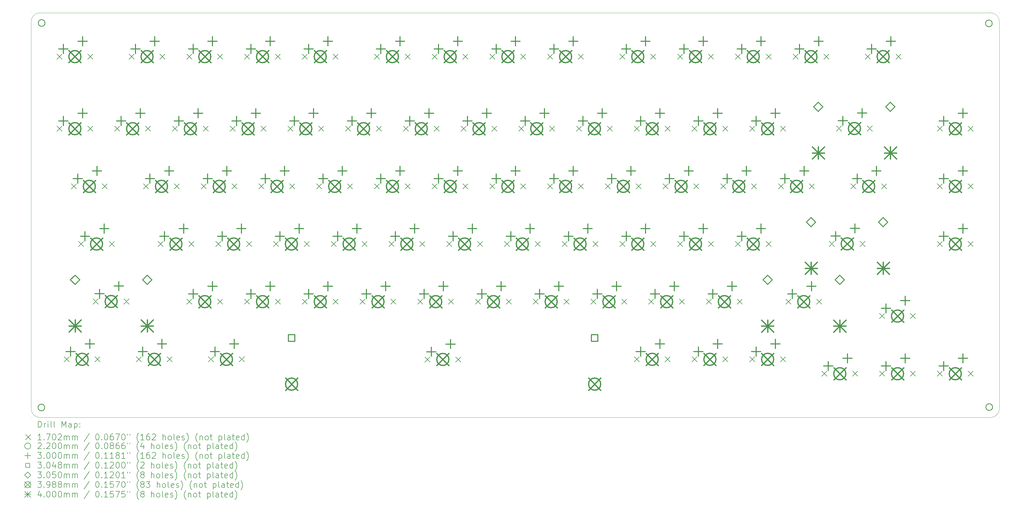
<source format=gbr>
%TF.GenerationSoftware,KiCad,Pcbnew,7.0.1*%
%TF.CreationDate,2023-04-17T11:26:53-07:00*%
%TF.ProjectId,_autosave-keyboard,5f617574-6f73-4617-9665-2d6b6579626f,rev?*%
%TF.SameCoordinates,Original*%
%TF.FileFunction,Drillmap*%
%TF.FilePolarity,Positive*%
%FSLAX45Y45*%
G04 Gerber Fmt 4.5, Leading zero omitted, Abs format (unit mm)*
G04 Created by KiCad (PCBNEW 7.0.1) date 2023-04-17 11:26:53*
%MOMM*%
%LPD*%
G01*
G04 APERTURE LIST*
%ADD10C,0.200000*%
%ADD11C,0.050000*%
%ADD12C,0.170180*%
%ADD13C,0.220000*%
%ADD14C,0.300000*%
%ADD15C,0.304800*%
%ADD16C,0.305000*%
%ADD17C,0.398780*%
%ADD18C,0.400000*%
G04 APERTURE END LIST*
D10*
X45969500Y-14348250D02*
G75*
G03*
X45969500Y-14348250I0J0D01*
G01*
D11*
X45969500Y-14655250D02*
X45969500Y-27430750D01*
D10*
X14013250Y-14348250D02*
G75*
G03*
X14013250Y-14348250I0J0D01*
G01*
D11*
X45669500Y-27730750D02*
G75*
G03*
X45969500Y-27430750I0J300000D01*
G01*
X45669500Y-27730750D02*
X14313250Y-27730750D01*
X45969500Y-14655250D02*
G75*
G03*
X45669500Y-14355250I-300000J0D01*
G01*
X14013250Y-27430750D02*
G75*
G03*
X14313250Y-27730750I300000J0D01*
G01*
D10*
X45969500Y-27730750D02*
G75*
G03*
X45969500Y-27730750I0J0D01*
G01*
D11*
X14313250Y-14355250D02*
X45669500Y-14355250D01*
X14313250Y-14355250D02*
G75*
G03*
X14013250Y-14655250I0J-300000D01*
G01*
X14013250Y-27430750D02*
X14013250Y-14655250D01*
D10*
X14013250Y-27730750D02*
G75*
G03*
X14013250Y-27730750I0J0D01*
G01*
D12*
X14866660Y-15721660D02*
X15036840Y-15891840D01*
X15036840Y-15721660D02*
X14866660Y-15891840D01*
X14866660Y-18102910D02*
X15036840Y-18273090D01*
X15036840Y-18102910D02*
X14866660Y-18273090D01*
X15104785Y-25722910D02*
X15274965Y-25893090D01*
X15274965Y-25722910D02*
X15104785Y-25893090D01*
X15342910Y-20007910D02*
X15513090Y-20178090D01*
X15513090Y-20007910D02*
X15342910Y-20178090D01*
X15581035Y-21912910D02*
X15751215Y-22083090D01*
X15751215Y-21912910D02*
X15581035Y-22083090D01*
X15882660Y-15721660D02*
X16052840Y-15891840D01*
X16052840Y-15721660D02*
X15882660Y-15891840D01*
X15882660Y-18102910D02*
X16052840Y-18273090D01*
X16052840Y-18102910D02*
X15882660Y-18273090D01*
X16063285Y-23811910D02*
X16233465Y-23982090D01*
X16233465Y-23811910D02*
X16063285Y-23982090D01*
X16120785Y-25722910D02*
X16290965Y-25893090D01*
X16290965Y-25722910D02*
X16120785Y-25893090D01*
X16358910Y-20007910D02*
X16529090Y-20178090D01*
X16529090Y-20007910D02*
X16358910Y-20178090D01*
X16597035Y-21912910D02*
X16767215Y-22083090D01*
X16767215Y-21912910D02*
X16597035Y-22083090D01*
X16771660Y-18102910D02*
X16941840Y-18273090D01*
X16941840Y-18102910D02*
X16771660Y-18273090D01*
X17079285Y-23811910D02*
X17249465Y-23982090D01*
X17249465Y-23811910D02*
X17079285Y-23982090D01*
X17247910Y-15721660D02*
X17418090Y-15891840D01*
X17418090Y-15721660D02*
X17247910Y-15891840D01*
X17486035Y-25722910D02*
X17656215Y-25893090D01*
X17656215Y-25722910D02*
X17486035Y-25893090D01*
X17724160Y-20007910D02*
X17894340Y-20178090D01*
X17894340Y-20007910D02*
X17724160Y-20178090D01*
X17787660Y-18102910D02*
X17957840Y-18273090D01*
X17957840Y-18102910D02*
X17787660Y-18273090D01*
X18200410Y-21912910D02*
X18370590Y-22083090D01*
X18370590Y-21912910D02*
X18200410Y-22083090D01*
X18263910Y-15721660D02*
X18434090Y-15891840D01*
X18434090Y-15721660D02*
X18263910Y-15891840D01*
X18502035Y-25722910D02*
X18672215Y-25893090D01*
X18672215Y-25722910D02*
X18502035Y-25893090D01*
X18676660Y-18102910D02*
X18846840Y-18273090D01*
X18846840Y-18102910D02*
X18676660Y-18273090D01*
X18740160Y-20007910D02*
X18910340Y-20178090D01*
X18910340Y-20007910D02*
X18740160Y-20178090D01*
X19152910Y-15721660D02*
X19323090Y-15891840D01*
X19323090Y-15721660D02*
X19152910Y-15891840D01*
X19152910Y-23817910D02*
X19323090Y-23988090D01*
X19323090Y-23817910D02*
X19152910Y-23988090D01*
X19216410Y-21912910D02*
X19386590Y-22083090D01*
X19386590Y-21912910D02*
X19216410Y-22083090D01*
X19629160Y-20007910D02*
X19799340Y-20178090D01*
X19799340Y-20007910D02*
X19629160Y-20178090D01*
X19692660Y-18102910D02*
X19862840Y-18273090D01*
X19862840Y-18102910D02*
X19692660Y-18273090D01*
X19867285Y-25722910D02*
X20037465Y-25893090D01*
X20037465Y-25722910D02*
X19867285Y-25893090D01*
X20105410Y-21912910D02*
X20275590Y-22083090D01*
X20275590Y-21912910D02*
X20105410Y-22083090D01*
X20168910Y-15721660D02*
X20339090Y-15891840D01*
X20339090Y-15721660D02*
X20168910Y-15891840D01*
X20168910Y-23817910D02*
X20339090Y-23988090D01*
X20339090Y-23817910D02*
X20168910Y-23988090D01*
X20581660Y-18102910D02*
X20751840Y-18273090D01*
X20751840Y-18102910D02*
X20581660Y-18273090D01*
X20645160Y-20007910D02*
X20815340Y-20178090D01*
X20815340Y-20007910D02*
X20645160Y-20178090D01*
X20883285Y-25722910D02*
X21053465Y-25893090D01*
X21053465Y-25722910D02*
X20883285Y-25893090D01*
X21057910Y-15721660D02*
X21228090Y-15891840D01*
X21228090Y-15721660D02*
X21057910Y-15891840D01*
X21057910Y-23817910D02*
X21228090Y-23988090D01*
X21228090Y-23817910D02*
X21057910Y-23988090D01*
X21121410Y-21912910D02*
X21291590Y-22083090D01*
X21291590Y-21912910D02*
X21121410Y-22083090D01*
X21534160Y-20007910D02*
X21704340Y-20178090D01*
X21704340Y-20007910D02*
X21534160Y-20178090D01*
X21597660Y-18102910D02*
X21767840Y-18273090D01*
X21767840Y-18102910D02*
X21597660Y-18273090D01*
X22010410Y-21912910D02*
X22180590Y-22083090D01*
X22180590Y-21912910D02*
X22010410Y-22083090D01*
X22073910Y-15721660D02*
X22244090Y-15891840D01*
X22244090Y-15721660D02*
X22073910Y-15891840D01*
X22073910Y-23817910D02*
X22244090Y-23988090D01*
X22244090Y-23817910D02*
X22073910Y-23988090D01*
X22486660Y-18102910D02*
X22656840Y-18273090D01*
X22656840Y-18102910D02*
X22486660Y-18273090D01*
X22550160Y-20007910D02*
X22720340Y-20178090D01*
X22720340Y-20007910D02*
X22550160Y-20178090D01*
X22962910Y-15721660D02*
X23133090Y-15891840D01*
X23133090Y-15721660D02*
X22962910Y-15891840D01*
X22962910Y-23817910D02*
X23133090Y-23988090D01*
X23133090Y-23817910D02*
X22962910Y-23988090D01*
X23026410Y-21912910D02*
X23196590Y-22083090D01*
X23196590Y-21912910D02*
X23026410Y-22083090D01*
X23439160Y-20007910D02*
X23609340Y-20178090D01*
X23609340Y-20007910D02*
X23439160Y-20178090D01*
X23502660Y-18102910D02*
X23672840Y-18273090D01*
X23672840Y-18102910D02*
X23502660Y-18273090D01*
X23915410Y-21912910D02*
X24085590Y-22083090D01*
X24085590Y-21912910D02*
X23915410Y-22083090D01*
X23978910Y-15721660D02*
X24149090Y-15891840D01*
X24149090Y-15721660D02*
X23978910Y-15891840D01*
X23978910Y-23817910D02*
X24149090Y-23988090D01*
X24149090Y-23817910D02*
X23978910Y-23988090D01*
X24391660Y-18102910D02*
X24561840Y-18273090D01*
X24561840Y-18102910D02*
X24391660Y-18273090D01*
X24455160Y-20007910D02*
X24625340Y-20178090D01*
X24625340Y-20007910D02*
X24455160Y-20178090D01*
X24867910Y-23817910D02*
X25038090Y-23988090D01*
X25038090Y-23817910D02*
X24867910Y-23988090D01*
X24931410Y-21912910D02*
X25101590Y-22083090D01*
X25101590Y-21912910D02*
X24931410Y-22083090D01*
X25344160Y-15721660D02*
X25514340Y-15891840D01*
X25514340Y-15721660D02*
X25344160Y-15891840D01*
X25344160Y-20007910D02*
X25514340Y-20178090D01*
X25514340Y-20007910D02*
X25344160Y-20178090D01*
X25407660Y-18102910D02*
X25577840Y-18273090D01*
X25577840Y-18102910D02*
X25407660Y-18273090D01*
X25820410Y-21912910D02*
X25990590Y-22083090D01*
X25990590Y-21912910D02*
X25820410Y-22083090D01*
X25883910Y-23817910D02*
X26054090Y-23988090D01*
X26054090Y-23817910D02*
X25883910Y-23988090D01*
X26296660Y-18102910D02*
X26466840Y-18273090D01*
X26466840Y-18102910D02*
X26296660Y-18273090D01*
X26360160Y-15721660D02*
X26530340Y-15891840D01*
X26530340Y-15721660D02*
X26360160Y-15891840D01*
X26360160Y-20007910D02*
X26530340Y-20178090D01*
X26530340Y-20007910D02*
X26360160Y-20178090D01*
X26772910Y-23817910D02*
X26943090Y-23988090D01*
X26943090Y-23817910D02*
X26772910Y-23988090D01*
X26836410Y-21912910D02*
X27006590Y-22083090D01*
X27006590Y-21912910D02*
X26836410Y-22083090D01*
X27007910Y-25726910D02*
X27178090Y-25897090D01*
X27178090Y-25726910D02*
X27007910Y-25897090D01*
X27249160Y-15721660D02*
X27419340Y-15891840D01*
X27419340Y-15721660D02*
X27249160Y-15891840D01*
X27249160Y-20007910D02*
X27419340Y-20178090D01*
X27419340Y-20007910D02*
X27249160Y-20178090D01*
X27312660Y-18102910D02*
X27482840Y-18273090D01*
X27482840Y-18102910D02*
X27312660Y-18273090D01*
X27725410Y-21912910D02*
X27895590Y-22083090D01*
X27895590Y-21912910D02*
X27725410Y-22083090D01*
X27788910Y-23817910D02*
X27959090Y-23988090D01*
X27959090Y-23817910D02*
X27788910Y-23988090D01*
X28023910Y-25726910D02*
X28194090Y-25897090D01*
X28194090Y-25726910D02*
X28023910Y-25897090D01*
X28201660Y-18102910D02*
X28371840Y-18273090D01*
X28371840Y-18102910D02*
X28201660Y-18273090D01*
X28265160Y-15721660D02*
X28435340Y-15891840D01*
X28435340Y-15721660D02*
X28265160Y-15891840D01*
X28265160Y-20007910D02*
X28435340Y-20178090D01*
X28435340Y-20007910D02*
X28265160Y-20178090D01*
X28677910Y-23817910D02*
X28848090Y-23988090D01*
X28848090Y-23817910D02*
X28677910Y-23988090D01*
X28741410Y-21912910D02*
X28911590Y-22083090D01*
X28911590Y-21912910D02*
X28741410Y-22083090D01*
X29154160Y-15721660D02*
X29324340Y-15891840D01*
X29324340Y-15721660D02*
X29154160Y-15891840D01*
X29154160Y-20007910D02*
X29324340Y-20178090D01*
X29324340Y-20007910D02*
X29154160Y-20178090D01*
X29217660Y-18102910D02*
X29387840Y-18273090D01*
X29387840Y-18102910D02*
X29217660Y-18273090D01*
X29630410Y-21912910D02*
X29800590Y-22083090D01*
X29800590Y-21912910D02*
X29630410Y-22083090D01*
X29693910Y-23817910D02*
X29864090Y-23988090D01*
X29864090Y-23817910D02*
X29693910Y-23988090D01*
X30106660Y-18102910D02*
X30276840Y-18273090D01*
X30276840Y-18102910D02*
X30106660Y-18273090D01*
X30170160Y-15721660D02*
X30340340Y-15891840D01*
X30340340Y-15721660D02*
X30170160Y-15891840D01*
X30170160Y-20007910D02*
X30340340Y-20178090D01*
X30340340Y-20007910D02*
X30170160Y-20178090D01*
X30582910Y-23817910D02*
X30753090Y-23988090D01*
X30753090Y-23817910D02*
X30582910Y-23988090D01*
X30646410Y-21912910D02*
X30816590Y-22083090D01*
X30816590Y-21912910D02*
X30646410Y-22083090D01*
X31059160Y-15721660D02*
X31229340Y-15891840D01*
X31229340Y-15721660D02*
X31059160Y-15891840D01*
X31059160Y-20007910D02*
X31229340Y-20178090D01*
X31229340Y-20007910D02*
X31059160Y-20178090D01*
X31122660Y-18102910D02*
X31292840Y-18273090D01*
X31292840Y-18102910D02*
X31122660Y-18273090D01*
X31535410Y-21912910D02*
X31705590Y-22083090D01*
X31705590Y-21912910D02*
X31535410Y-22083090D01*
X31598910Y-23817910D02*
X31769090Y-23988090D01*
X31769090Y-23817910D02*
X31598910Y-23988090D01*
X32011660Y-18102910D02*
X32181840Y-18273090D01*
X32181840Y-18102910D02*
X32011660Y-18273090D01*
X32075160Y-15721660D02*
X32245340Y-15891840D01*
X32245340Y-15721660D02*
X32075160Y-15891840D01*
X32075160Y-20007910D02*
X32245340Y-20178090D01*
X32245340Y-20007910D02*
X32075160Y-20178090D01*
X32487910Y-23817910D02*
X32658090Y-23988090D01*
X32658090Y-23817910D02*
X32487910Y-23988090D01*
X32551410Y-21912910D02*
X32721590Y-22083090D01*
X32721590Y-21912910D02*
X32551410Y-22083090D01*
X32964160Y-20007910D02*
X33134340Y-20178090D01*
X33134340Y-20007910D02*
X32964160Y-20178090D01*
X33027660Y-18102910D02*
X33197840Y-18273090D01*
X33197840Y-18102910D02*
X33027660Y-18273090D01*
X33440410Y-15721660D02*
X33610590Y-15891840D01*
X33610590Y-15721660D02*
X33440410Y-15891840D01*
X33440410Y-21912910D02*
X33610590Y-22083090D01*
X33610590Y-21912910D02*
X33440410Y-22083090D01*
X33503910Y-23817910D02*
X33674090Y-23988090D01*
X33674090Y-23817910D02*
X33503910Y-23988090D01*
X33916660Y-18102910D02*
X34086840Y-18273090D01*
X34086840Y-18102910D02*
X33916660Y-18273090D01*
X33916660Y-25722910D02*
X34086840Y-25893090D01*
X34086840Y-25722910D02*
X33916660Y-25893090D01*
X33980160Y-20007910D02*
X34150340Y-20178090D01*
X34150340Y-20007910D02*
X33980160Y-20178090D01*
X34392910Y-23817910D02*
X34563090Y-23988090D01*
X34563090Y-23817910D02*
X34392910Y-23988090D01*
X34456410Y-15721660D02*
X34626590Y-15891840D01*
X34626590Y-15721660D02*
X34456410Y-15891840D01*
X34456410Y-21912910D02*
X34626590Y-22083090D01*
X34626590Y-21912910D02*
X34456410Y-22083090D01*
X34869160Y-20007910D02*
X35039340Y-20178090D01*
X35039340Y-20007910D02*
X34869160Y-20178090D01*
X34932660Y-18102910D02*
X35102840Y-18273090D01*
X35102840Y-18102910D02*
X34932660Y-18273090D01*
X34932660Y-25722910D02*
X35102840Y-25893090D01*
X35102840Y-25722910D02*
X34932660Y-25893090D01*
X35345410Y-15721660D02*
X35515590Y-15891840D01*
X35515590Y-15721660D02*
X35345410Y-15891840D01*
X35345410Y-21912910D02*
X35515590Y-22083090D01*
X35515590Y-21912910D02*
X35345410Y-22083090D01*
X35408910Y-23817910D02*
X35579090Y-23988090D01*
X35579090Y-23817910D02*
X35408910Y-23988090D01*
X35821660Y-18102910D02*
X35991840Y-18273090D01*
X35991840Y-18102910D02*
X35821660Y-18273090D01*
X35821660Y-25722910D02*
X35991840Y-25893090D01*
X35991840Y-25722910D02*
X35821660Y-25893090D01*
X35885160Y-20007910D02*
X36055340Y-20178090D01*
X36055340Y-20007910D02*
X35885160Y-20178090D01*
X36297910Y-23817910D02*
X36468090Y-23988090D01*
X36468090Y-23817910D02*
X36297910Y-23988090D01*
X36361410Y-15721660D02*
X36531590Y-15891840D01*
X36531590Y-15721660D02*
X36361410Y-15891840D01*
X36361410Y-21912910D02*
X36531590Y-22083090D01*
X36531590Y-21912910D02*
X36361410Y-22083090D01*
X36774160Y-20007910D02*
X36944340Y-20178090D01*
X36944340Y-20007910D02*
X36774160Y-20178090D01*
X36837660Y-18102910D02*
X37007840Y-18273090D01*
X37007840Y-18102910D02*
X36837660Y-18273090D01*
X36837660Y-25722910D02*
X37007840Y-25893090D01*
X37007840Y-25722910D02*
X36837660Y-25893090D01*
X37250410Y-15721660D02*
X37420590Y-15891840D01*
X37420590Y-15721660D02*
X37250410Y-15891840D01*
X37250410Y-21912910D02*
X37420590Y-22083090D01*
X37420590Y-21912910D02*
X37250410Y-22083090D01*
X37313910Y-23817910D02*
X37484090Y-23988090D01*
X37484090Y-23817910D02*
X37313910Y-23988090D01*
X37726660Y-18102910D02*
X37896840Y-18273090D01*
X37896840Y-18102910D02*
X37726660Y-18273090D01*
X37726660Y-25722910D02*
X37896840Y-25893090D01*
X37896840Y-25722910D02*
X37726660Y-25893090D01*
X37790160Y-20007910D02*
X37960340Y-20178090D01*
X37960340Y-20007910D02*
X37790160Y-20178090D01*
X38266410Y-15721660D02*
X38436590Y-15891840D01*
X38436590Y-15721660D02*
X38266410Y-15891840D01*
X38266410Y-21912910D02*
X38436590Y-22083090D01*
X38436590Y-21912910D02*
X38266410Y-22083090D01*
X38679160Y-20007910D02*
X38849340Y-20178090D01*
X38849340Y-20007910D02*
X38679160Y-20178090D01*
X38742660Y-18102910D02*
X38912840Y-18273090D01*
X38912840Y-18102910D02*
X38742660Y-18273090D01*
X38742660Y-25722910D02*
X38912840Y-25893090D01*
X38912840Y-25722910D02*
X38742660Y-25893090D01*
X38917940Y-23817730D02*
X39088120Y-23987910D01*
X39088120Y-23817730D02*
X38917940Y-23987910D01*
X39155410Y-15721660D02*
X39325590Y-15891840D01*
X39325590Y-15721660D02*
X39155410Y-15891840D01*
X39695160Y-20007910D02*
X39865340Y-20178090D01*
X39865340Y-20007910D02*
X39695160Y-20178090D01*
X39933940Y-23817730D02*
X40104120Y-23987910D01*
X40104120Y-23817730D02*
X39933940Y-23987910D01*
X40107910Y-26199160D02*
X40278090Y-26369340D01*
X40278090Y-26199160D02*
X40107910Y-26369340D01*
X40171410Y-15721660D02*
X40341590Y-15891840D01*
X40341590Y-15721660D02*
X40171410Y-15891840D01*
X40352035Y-21906910D02*
X40522215Y-22077090D01*
X40522215Y-21906910D02*
X40352035Y-22077090D01*
X40590160Y-18096910D02*
X40760340Y-18267090D01*
X40760340Y-18096910D02*
X40590160Y-18267090D01*
X41060410Y-20007910D02*
X41230590Y-20178090D01*
X41230590Y-20007910D02*
X41060410Y-20178090D01*
X41123910Y-26199160D02*
X41294090Y-26369340D01*
X41294090Y-26199160D02*
X41123910Y-26369340D01*
X41368035Y-21906910D02*
X41538215Y-22077090D01*
X41538215Y-21906910D02*
X41368035Y-22077090D01*
X41536660Y-15721660D02*
X41706840Y-15891840D01*
X41706840Y-15721660D02*
X41536660Y-15891840D01*
X41606160Y-18096910D02*
X41776340Y-18267090D01*
X41776340Y-18096910D02*
X41606160Y-18267090D01*
X42012910Y-24294160D02*
X42183090Y-24464340D01*
X42183090Y-24294160D02*
X42012910Y-24464340D01*
X42012910Y-26199160D02*
X42183090Y-26369340D01*
X42183090Y-26199160D02*
X42012910Y-26369340D01*
X42076410Y-20007910D02*
X42246590Y-20178090D01*
X42246590Y-20007910D02*
X42076410Y-20178090D01*
X42552660Y-15721660D02*
X42722840Y-15891840D01*
X42722840Y-15721660D02*
X42552660Y-15891840D01*
X43028910Y-24294160D02*
X43199090Y-24464340D01*
X43199090Y-24294160D02*
X43028910Y-24464340D01*
X43028910Y-26199160D02*
X43199090Y-26369340D01*
X43199090Y-26199160D02*
X43028910Y-26369340D01*
X43917910Y-18102910D02*
X44088090Y-18273090D01*
X44088090Y-18102910D02*
X43917910Y-18273090D01*
X43917910Y-20007910D02*
X44088090Y-20178090D01*
X44088090Y-20007910D02*
X43917910Y-20178090D01*
X43917910Y-21912910D02*
X44088090Y-22083090D01*
X44088090Y-21912910D02*
X43917910Y-22083090D01*
X43917910Y-26199160D02*
X44088090Y-26369340D01*
X44088090Y-26199160D02*
X43917910Y-26369340D01*
X44933910Y-18102910D02*
X45104090Y-18273090D01*
X45104090Y-18102910D02*
X44933910Y-18273090D01*
X44933910Y-20007910D02*
X45104090Y-20178090D01*
X45104090Y-20007910D02*
X44933910Y-20178090D01*
X44933910Y-21912910D02*
X45104090Y-22083090D01*
X45104090Y-21912910D02*
X44933910Y-22083090D01*
X44933910Y-26199160D02*
X45104090Y-26369340D01*
X45104090Y-26199160D02*
X44933910Y-26369340D01*
D13*
X14464000Y-27400000D02*
G75*
G03*
X14464000Y-27400000I-110000J0D01*
G01*
X14472000Y-14695000D02*
G75*
G03*
X14472000Y-14695000I-110000J0D01*
G01*
X45730000Y-14709000D02*
G75*
G03*
X45730000Y-14709000I-110000J0D01*
G01*
X45741000Y-27387000D02*
G75*
G03*
X45741000Y-27387000I-110000J0D01*
G01*
D14*
X15078750Y-15402750D02*
X15078750Y-15702750D01*
X14928750Y-15552750D02*
X15228750Y-15552750D01*
X15078750Y-17784000D02*
X15078750Y-18084000D01*
X14928750Y-17934000D02*
X15228750Y-17934000D01*
X15316875Y-25404000D02*
X15316875Y-25704000D01*
X15166875Y-25554000D02*
X15466875Y-25554000D01*
X15555000Y-19689000D02*
X15555000Y-19989000D01*
X15405000Y-19839000D02*
X15705000Y-19839000D01*
X15713750Y-15148750D02*
X15713750Y-15448750D01*
X15563750Y-15298750D02*
X15863750Y-15298750D01*
X15713750Y-17530000D02*
X15713750Y-17830000D01*
X15563750Y-17680000D02*
X15863750Y-17680000D01*
X15793125Y-21594000D02*
X15793125Y-21894000D01*
X15643125Y-21744000D02*
X15943125Y-21744000D01*
X15951875Y-25150000D02*
X15951875Y-25450000D01*
X15801875Y-25300000D02*
X16101875Y-25300000D01*
X16190000Y-19435000D02*
X16190000Y-19735000D01*
X16040000Y-19585000D02*
X16340000Y-19585000D01*
X16275375Y-23493000D02*
X16275375Y-23793000D01*
X16125375Y-23643000D02*
X16425375Y-23643000D01*
X16428125Y-21340000D02*
X16428125Y-21640000D01*
X16278125Y-21490000D02*
X16578125Y-21490000D01*
X16910375Y-23239000D02*
X16910375Y-23539000D01*
X16760375Y-23389000D02*
X17060375Y-23389000D01*
X16983750Y-17784000D02*
X16983750Y-18084000D01*
X16833750Y-17934000D02*
X17133750Y-17934000D01*
X17460000Y-15402750D02*
X17460000Y-15702750D01*
X17310000Y-15552750D02*
X17610000Y-15552750D01*
X17618750Y-17530000D02*
X17618750Y-17830000D01*
X17468750Y-17680000D02*
X17768750Y-17680000D01*
X17698125Y-25404000D02*
X17698125Y-25704000D01*
X17548125Y-25554000D02*
X17848125Y-25554000D01*
X17936250Y-19689000D02*
X17936250Y-19989000D01*
X17786250Y-19839000D02*
X18086250Y-19839000D01*
X18095000Y-15148750D02*
X18095000Y-15448750D01*
X17945000Y-15298750D02*
X18245000Y-15298750D01*
X18333125Y-25150000D02*
X18333125Y-25450000D01*
X18183125Y-25300000D02*
X18483125Y-25300000D01*
X18412500Y-21594000D02*
X18412500Y-21894000D01*
X18262500Y-21744000D02*
X18562500Y-21744000D01*
X18571250Y-19435000D02*
X18571250Y-19735000D01*
X18421250Y-19585000D02*
X18721250Y-19585000D01*
X18888750Y-17784000D02*
X18888750Y-18084000D01*
X18738750Y-17934000D02*
X19038750Y-17934000D01*
X19047500Y-21340000D02*
X19047500Y-21640000D01*
X18897500Y-21490000D02*
X19197500Y-21490000D01*
X19365000Y-15402750D02*
X19365000Y-15702750D01*
X19215000Y-15552750D02*
X19515000Y-15552750D01*
X19365000Y-23499000D02*
X19365000Y-23799000D01*
X19215000Y-23649000D02*
X19515000Y-23649000D01*
X19523750Y-17530000D02*
X19523750Y-17830000D01*
X19373750Y-17680000D02*
X19673750Y-17680000D01*
X19841250Y-19689000D02*
X19841250Y-19989000D01*
X19691250Y-19839000D02*
X19991250Y-19839000D01*
X20000000Y-15148750D02*
X20000000Y-15448750D01*
X19850000Y-15298750D02*
X20150000Y-15298750D01*
X20000000Y-23245000D02*
X20000000Y-23545000D01*
X19850000Y-23395000D02*
X20150000Y-23395000D01*
X20079375Y-25404000D02*
X20079375Y-25704000D01*
X19929375Y-25554000D02*
X20229375Y-25554000D01*
X20317500Y-21594000D02*
X20317500Y-21894000D01*
X20167500Y-21744000D02*
X20467500Y-21744000D01*
X20476250Y-19435000D02*
X20476250Y-19735000D01*
X20326250Y-19585000D02*
X20626250Y-19585000D01*
X20714375Y-25150000D02*
X20714375Y-25450000D01*
X20564375Y-25300000D02*
X20864375Y-25300000D01*
X20793750Y-17784000D02*
X20793750Y-18084000D01*
X20643750Y-17934000D02*
X20943750Y-17934000D01*
X20952500Y-21340000D02*
X20952500Y-21640000D01*
X20802500Y-21490000D02*
X21102500Y-21490000D01*
X21270000Y-15402750D02*
X21270000Y-15702750D01*
X21120000Y-15552750D02*
X21420000Y-15552750D01*
X21270000Y-23499000D02*
X21270000Y-23799000D01*
X21120000Y-23649000D02*
X21420000Y-23649000D01*
X21428750Y-17530000D02*
X21428750Y-17830000D01*
X21278750Y-17680000D02*
X21578750Y-17680000D01*
X21746250Y-19689000D02*
X21746250Y-19989000D01*
X21596250Y-19839000D02*
X21896250Y-19839000D01*
X21905000Y-15148750D02*
X21905000Y-15448750D01*
X21755000Y-15298750D02*
X22055000Y-15298750D01*
X21905000Y-23245000D02*
X21905000Y-23545000D01*
X21755000Y-23395000D02*
X22055000Y-23395000D01*
X22222500Y-21594000D02*
X22222500Y-21894000D01*
X22072500Y-21744000D02*
X22372500Y-21744000D01*
X22381250Y-19435000D02*
X22381250Y-19735000D01*
X22231250Y-19585000D02*
X22531250Y-19585000D01*
X22698750Y-17784000D02*
X22698750Y-18084000D01*
X22548750Y-17934000D02*
X22848750Y-17934000D01*
X22857500Y-21340000D02*
X22857500Y-21640000D01*
X22707500Y-21490000D02*
X23007500Y-21490000D01*
X23175000Y-15402750D02*
X23175000Y-15702750D01*
X23025000Y-15552750D02*
X23325000Y-15552750D01*
X23175000Y-23499000D02*
X23175000Y-23799000D01*
X23025000Y-23649000D02*
X23325000Y-23649000D01*
X23333750Y-17530000D02*
X23333750Y-17830000D01*
X23183750Y-17680000D02*
X23483750Y-17680000D01*
X23651250Y-19689000D02*
X23651250Y-19989000D01*
X23501250Y-19839000D02*
X23801250Y-19839000D01*
X23810000Y-15148750D02*
X23810000Y-15448750D01*
X23660000Y-15298750D02*
X23960000Y-15298750D01*
X23810000Y-23245000D02*
X23810000Y-23545000D01*
X23660000Y-23395000D02*
X23960000Y-23395000D01*
X24127500Y-21594000D02*
X24127500Y-21894000D01*
X23977500Y-21744000D02*
X24277500Y-21744000D01*
X24286250Y-19435000D02*
X24286250Y-19735000D01*
X24136250Y-19585000D02*
X24436250Y-19585000D01*
X24603750Y-17784000D02*
X24603750Y-18084000D01*
X24453750Y-17934000D02*
X24753750Y-17934000D01*
X24762500Y-21340000D02*
X24762500Y-21640000D01*
X24612500Y-21490000D02*
X24912500Y-21490000D01*
X25080000Y-23499000D02*
X25080000Y-23799000D01*
X24930000Y-23649000D02*
X25230000Y-23649000D01*
X25238750Y-17530000D02*
X25238750Y-17830000D01*
X25088750Y-17680000D02*
X25388750Y-17680000D01*
X25556250Y-15402750D02*
X25556250Y-15702750D01*
X25406250Y-15552750D02*
X25706250Y-15552750D01*
X25556250Y-19689000D02*
X25556250Y-19989000D01*
X25406250Y-19839000D02*
X25706250Y-19839000D01*
X25715000Y-23245000D02*
X25715000Y-23545000D01*
X25565000Y-23395000D02*
X25865000Y-23395000D01*
X26032500Y-21594000D02*
X26032500Y-21894000D01*
X25882500Y-21744000D02*
X26182500Y-21744000D01*
X26191250Y-15148750D02*
X26191250Y-15448750D01*
X26041250Y-15298750D02*
X26341250Y-15298750D01*
X26191250Y-19435000D02*
X26191250Y-19735000D01*
X26041250Y-19585000D02*
X26341250Y-19585000D01*
X26508750Y-17784000D02*
X26508750Y-18084000D01*
X26358750Y-17934000D02*
X26658750Y-17934000D01*
X26667500Y-21340000D02*
X26667500Y-21640000D01*
X26517500Y-21490000D02*
X26817500Y-21490000D01*
X26985000Y-23499000D02*
X26985000Y-23799000D01*
X26835000Y-23649000D02*
X27135000Y-23649000D01*
X27143750Y-17530000D02*
X27143750Y-17830000D01*
X26993750Y-17680000D02*
X27293750Y-17680000D01*
X27220000Y-25408000D02*
X27220000Y-25708000D01*
X27070000Y-25558000D02*
X27370000Y-25558000D01*
X27461250Y-15402750D02*
X27461250Y-15702750D01*
X27311250Y-15552750D02*
X27611250Y-15552750D01*
X27461250Y-19689000D02*
X27461250Y-19989000D01*
X27311250Y-19839000D02*
X27611250Y-19839000D01*
X27620000Y-23245000D02*
X27620000Y-23545000D01*
X27470000Y-23395000D02*
X27770000Y-23395000D01*
X27855000Y-25154000D02*
X27855000Y-25454000D01*
X27705000Y-25304000D02*
X28005000Y-25304000D01*
X27937500Y-21594000D02*
X27937500Y-21894000D01*
X27787500Y-21744000D02*
X28087500Y-21744000D01*
X28096250Y-15148750D02*
X28096250Y-15448750D01*
X27946250Y-15298750D02*
X28246250Y-15298750D01*
X28096250Y-19435000D02*
X28096250Y-19735000D01*
X27946250Y-19585000D02*
X28246250Y-19585000D01*
X28413750Y-17784000D02*
X28413750Y-18084000D01*
X28263750Y-17934000D02*
X28563750Y-17934000D01*
X28572500Y-21340000D02*
X28572500Y-21640000D01*
X28422500Y-21490000D02*
X28722500Y-21490000D01*
X28890000Y-23499000D02*
X28890000Y-23799000D01*
X28740000Y-23649000D02*
X29040000Y-23649000D01*
X29048750Y-17530000D02*
X29048750Y-17830000D01*
X28898750Y-17680000D02*
X29198750Y-17680000D01*
X29366250Y-15402750D02*
X29366250Y-15702750D01*
X29216250Y-15552750D02*
X29516250Y-15552750D01*
X29366250Y-19689000D02*
X29366250Y-19989000D01*
X29216250Y-19839000D02*
X29516250Y-19839000D01*
X29525000Y-23245000D02*
X29525000Y-23545000D01*
X29375000Y-23395000D02*
X29675000Y-23395000D01*
X29842500Y-21594000D02*
X29842500Y-21894000D01*
X29692500Y-21744000D02*
X29992500Y-21744000D01*
X30001250Y-15148750D02*
X30001250Y-15448750D01*
X29851250Y-15298750D02*
X30151250Y-15298750D01*
X30001250Y-19435000D02*
X30001250Y-19735000D01*
X29851250Y-19585000D02*
X30151250Y-19585000D01*
X30318750Y-17784000D02*
X30318750Y-18084000D01*
X30168750Y-17934000D02*
X30468750Y-17934000D01*
X30477500Y-21340000D02*
X30477500Y-21640000D01*
X30327500Y-21490000D02*
X30627500Y-21490000D01*
X30795000Y-23499000D02*
X30795000Y-23799000D01*
X30645000Y-23649000D02*
X30945000Y-23649000D01*
X30953750Y-17530000D02*
X30953750Y-17830000D01*
X30803750Y-17680000D02*
X31103750Y-17680000D01*
X31271250Y-15402750D02*
X31271250Y-15702750D01*
X31121250Y-15552750D02*
X31421250Y-15552750D01*
X31271250Y-19689000D02*
X31271250Y-19989000D01*
X31121250Y-19839000D02*
X31421250Y-19839000D01*
X31430000Y-23245000D02*
X31430000Y-23545000D01*
X31280000Y-23395000D02*
X31580000Y-23395000D01*
X31747500Y-21594000D02*
X31747500Y-21894000D01*
X31597500Y-21744000D02*
X31897500Y-21744000D01*
X31906250Y-15148750D02*
X31906250Y-15448750D01*
X31756250Y-15298750D02*
X32056250Y-15298750D01*
X31906250Y-19435000D02*
X31906250Y-19735000D01*
X31756250Y-19585000D02*
X32056250Y-19585000D01*
X32223750Y-17784000D02*
X32223750Y-18084000D01*
X32073750Y-17934000D02*
X32373750Y-17934000D01*
X32382500Y-21340000D02*
X32382500Y-21640000D01*
X32232500Y-21490000D02*
X32532500Y-21490000D01*
X32700000Y-23499000D02*
X32700000Y-23799000D01*
X32550000Y-23649000D02*
X32850000Y-23649000D01*
X32858750Y-17530000D02*
X32858750Y-17830000D01*
X32708750Y-17680000D02*
X33008750Y-17680000D01*
X33176250Y-19689000D02*
X33176250Y-19989000D01*
X33026250Y-19839000D02*
X33326250Y-19839000D01*
X33335000Y-23245000D02*
X33335000Y-23545000D01*
X33185000Y-23395000D02*
X33485000Y-23395000D01*
X33652500Y-15402750D02*
X33652500Y-15702750D01*
X33502500Y-15552750D02*
X33802500Y-15552750D01*
X33652500Y-21594000D02*
X33652500Y-21894000D01*
X33502500Y-21744000D02*
X33802500Y-21744000D01*
X33811250Y-19435000D02*
X33811250Y-19735000D01*
X33661250Y-19585000D02*
X33961250Y-19585000D01*
X34128750Y-17784000D02*
X34128750Y-18084000D01*
X33978750Y-17934000D02*
X34278750Y-17934000D01*
X34128750Y-25404000D02*
X34128750Y-25704000D01*
X33978750Y-25554000D02*
X34278750Y-25554000D01*
X34287500Y-15148750D02*
X34287500Y-15448750D01*
X34137500Y-15298750D02*
X34437500Y-15298750D01*
X34287500Y-21340000D02*
X34287500Y-21640000D01*
X34137500Y-21490000D02*
X34437500Y-21490000D01*
X34605000Y-23499000D02*
X34605000Y-23799000D01*
X34455000Y-23649000D02*
X34755000Y-23649000D01*
X34763750Y-17530000D02*
X34763750Y-17830000D01*
X34613750Y-17680000D02*
X34913750Y-17680000D01*
X34763750Y-25150000D02*
X34763750Y-25450000D01*
X34613750Y-25300000D02*
X34913750Y-25300000D01*
X35081250Y-19689000D02*
X35081250Y-19989000D01*
X34931250Y-19839000D02*
X35231250Y-19839000D01*
X35240000Y-23245000D02*
X35240000Y-23545000D01*
X35090000Y-23395000D02*
X35390000Y-23395000D01*
X35557500Y-15402750D02*
X35557500Y-15702750D01*
X35407500Y-15552750D02*
X35707500Y-15552750D01*
X35557500Y-21594000D02*
X35557500Y-21894000D01*
X35407500Y-21744000D02*
X35707500Y-21744000D01*
X35716250Y-19435000D02*
X35716250Y-19735000D01*
X35566250Y-19585000D02*
X35866250Y-19585000D01*
X36033750Y-17784000D02*
X36033750Y-18084000D01*
X35883750Y-17934000D02*
X36183750Y-17934000D01*
X36033750Y-25404000D02*
X36033750Y-25704000D01*
X35883750Y-25554000D02*
X36183750Y-25554000D01*
X36192500Y-15148750D02*
X36192500Y-15448750D01*
X36042500Y-15298750D02*
X36342500Y-15298750D01*
X36192500Y-21340000D02*
X36192500Y-21640000D01*
X36042500Y-21490000D02*
X36342500Y-21490000D01*
X36510000Y-23499000D02*
X36510000Y-23799000D01*
X36360000Y-23649000D02*
X36660000Y-23649000D01*
X36668750Y-17530000D02*
X36668750Y-17830000D01*
X36518750Y-17680000D02*
X36818750Y-17680000D01*
X36668750Y-25150000D02*
X36668750Y-25450000D01*
X36518750Y-25300000D02*
X36818750Y-25300000D01*
X36986250Y-19689000D02*
X36986250Y-19989000D01*
X36836250Y-19839000D02*
X37136250Y-19839000D01*
X37145000Y-23245000D02*
X37145000Y-23545000D01*
X36995000Y-23395000D02*
X37295000Y-23395000D01*
X37462500Y-15402750D02*
X37462500Y-15702750D01*
X37312500Y-15552750D02*
X37612500Y-15552750D01*
X37462500Y-21594000D02*
X37462500Y-21894000D01*
X37312500Y-21744000D02*
X37612500Y-21744000D01*
X37621250Y-19435000D02*
X37621250Y-19735000D01*
X37471250Y-19585000D02*
X37771250Y-19585000D01*
X37938750Y-17784000D02*
X37938750Y-18084000D01*
X37788750Y-17934000D02*
X38088750Y-17934000D01*
X37938750Y-25404000D02*
X37938750Y-25704000D01*
X37788750Y-25554000D02*
X38088750Y-25554000D01*
X38097500Y-15148750D02*
X38097500Y-15448750D01*
X37947500Y-15298750D02*
X38247500Y-15298750D01*
X38097500Y-21340000D02*
X38097500Y-21640000D01*
X37947500Y-21490000D02*
X38247500Y-21490000D01*
X38573750Y-17530000D02*
X38573750Y-17830000D01*
X38423750Y-17680000D02*
X38723750Y-17680000D01*
X38573750Y-25150000D02*
X38573750Y-25450000D01*
X38423750Y-25300000D02*
X38723750Y-25300000D01*
X38891250Y-19689000D02*
X38891250Y-19989000D01*
X38741250Y-19839000D02*
X39041250Y-19839000D01*
X39130030Y-23498820D02*
X39130030Y-23798820D01*
X38980030Y-23648820D02*
X39280030Y-23648820D01*
X39367500Y-15402750D02*
X39367500Y-15702750D01*
X39217500Y-15552750D02*
X39517500Y-15552750D01*
X39526250Y-19435000D02*
X39526250Y-19735000D01*
X39376250Y-19585000D02*
X39676250Y-19585000D01*
X39765030Y-23244820D02*
X39765030Y-23544820D01*
X39615030Y-23394820D02*
X39915030Y-23394820D01*
X40002500Y-15148750D02*
X40002500Y-15448750D01*
X39852500Y-15298750D02*
X40152500Y-15298750D01*
X40320000Y-25880250D02*
X40320000Y-26180250D01*
X40170000Y-26030250D02*
X40470000Y-26030250D01*
X40564125Y-21588000D02*
X40564125Y-21888000D01*
X40414125Y-21738000D02*
X40714125Y-21738000D01*
X40802250Y-17778000D02*
X40802250Y-18078000D01*
X40652250Y-17928000D02*
X40952250Y-17928000D01*
X40955000Y-25626250D02*
X40955000Y-25926250D01*
X40805000Y-25776250D02*
X41105000Y-25776250D01*
X41199125Y-21334000D02*
X41199125Y-21634000D01*
X41049125Y-21484000D02*
X41349125Y-21484000D01*
X41272500Y-19689000D02*
X41272500Y-19989000D01*
X41122500Y-19839000D02*
X41422500Y-19839000D01*
X41437250Y-17524000D02*
X41437250Y-17824000D01*
X41287250Y-17674000D02*
X41587250Y-17674000D01*
X41748750Y-15402750D02*
X41748750Y-15702750D01*
X41598750Y-15552750D02*
X41898750Y-15552750D01*
X41907500Y-19435000D02*
X41907500Y-19735000D01*
X41757500Y-19585000D02*
X42057500Y-19585000D01*
X42225000Y-23975250D02*
X42225000Y-24275250D01*
X42075000Y-24125250D02*
X42375000Y-24125250D01*
X42225000Y-25880250D02*
X42225000Y-26180250D01*
X42075000Y-26030250D02*
X42375000Y-26030250D01*
X42383750Y-15148750D02*
X42383750Y-15448750D01*
X42233750Y-15298750D02*
X42533750Y-15298750D01*
X42860000Y-23721250D02*
X42860000Y-24021250D01*
X42710000Y-23871250D02*
X43010000Y-23871250D01*
X42860000Y-25626250D02*
X42860000Y-25926250D01*
X42710000Y-25776250D02*
X43010000Y-25776250D01*
X44130000Y-17784000D02*
X44130000Y-18084000D01*
X43980000Y-17934000D02*
X44280000Y-17934000D01*
X44130000Y-19689000D02*
X44130000Y-19989000D01*
X43980000Y-19839000D02*
X44280000Y-19839000D01*
X44130000Y-21594000D02*
X44130000Y-21894000D01*
X43980000Y-21744000D02*
X44280000Y-21744000D01*
X44130000Y-25880250D02*
X44130000Y-26180250D01*
X43980000Y-26030250D02*
X44280000Y-26030250D01*
X44765000Y-17530000D02*
X44765000Y-17830000D01*
X44615000Y-17680000D02*
X44915000Y-17680000D01*
X44765000Y-19435000D02*
X44765000Y-19735000D01*
X44615000Y-19585000D02*
X44915000Y-19585000D01*
X44765000Y-21340000D02*
X44765000Y-21640000D01*
X44615000Y-21490000D02*
X44915000Y-21490000D01*
X44765000Y-25626250D02*
X44765000Y-25926250D01*
X44615000Y-25776250D02*
X44915000Y-25776250D01*
D15*
X22717264Y-25211264D02*
X22717264Y-24995736D01*
X22501736Y-24995736D01*
X22501736Y-25211264D01*
X22717264Y-25211264D01*
X32718514Y-25211264D02*
X32718514Y-24995736D01*
X32502986Y-24995736D01*
X32502986Y-25211264D01*
X32718514Y-25211264D01*
D16*
X15465095Y-23330680D02*
X15617595Y-23178180D01*
X15465095Y-23025680D01*
X15312595Y-23178180D01*
X15465095Y-23330680D01*
X17845095Y-23330680D02*
X17997595Y-23178180D01*
X17845095Y-23025680D01*
X17692595Y-23178180D01*
X17845095Y-23330680D01*
X38319750Y-23336500D02*
X38472250Y-23184000D01*
X38319750Y-23031500D01*
X38167250Y-23184000D01*
X38319750Y-23336500D01*
X39753845Y-21425680D02*
X39906345Y-21273180D01*
X39753845Y-21120680D01*
X39601345Y-21273180D01*
X39753845Y-21425680D01*
X39991970Y-17615680D02*
X40144470Y-17463180D01*
X39991970Y-17310680D01*
X39839470Y-17463180D01*
X39991970Y-17615680D01*
X40699750Y-23336500D02*
X40852250Y-23184000D01*
X40699750Y-23031500D01*
X40547250Y-23184000D01*
X40699750Y-23336500D01*
X42133845Y-21425680D02*
X42286345Y-21273180D01*
X42133845Y-21120680D01*
X41981345Y-21273180D01*
X42133845Y-21425680D01*
X42371970Y-17615680D02*
X42524470Y-17463180D01*
X42371970Y-17310680D01*
X42219470Y-17463180D01*
X42371970Y-17615680D01*
D17*
X15260360Y-15607360D02*
X15659140Y-16006140D01*
X15659140Y-15607360D02*
X15260360Y-16006140D01*
X15659140Y-15806750D02*
G75*
G03*
X15659140Y-15806750I-199390J0D01*
G01*
X15260360Y-17988610D02*
X15659140Y-18387390D01*
X15659140Y-17988610D02*
X15260360Y-18387390D01*
X15659140Y-18188000D02*
G75*
G03*
X15659140Y-18188000I-199390J0D01*
G01*
X15498485Y-25608610D02*
X15897265Y-26007390D01*
X15897265Y-25608610D02*
X15498485Y-26007390D01*
X15897265Y-25808000D02*
G75*
G03*
X15897265Y-25808000I-199390J0D01*
G01*
X15736610Y-19893610D02*
X16135390Y-20292390D01*
X16135390Y-19893610D02*
X15736610Y-20292390D01*
X16135390Y-20093000D02*
G75*
G03*
X16135390Y-20093000I-199390J0D01*
G01*
X15974735Y-21798610D02*
X16373515Y-22197390D01*
X16373515Y-21798610D02*
X15974735Y-22197390D01*
X16373515Y-21998000D02*
G75*
G03*
X16373515Y-21998000I-199390J0D01*
G01*
X16456985Y-23697610D02*
X16855765Y-24096390D01*
X16855765Y-23697610D02*
X16456985Y-24096390D01*
X16855765Y-23897000D02*
G75*
G03*
X16855765Y-23897000I-199390J0D01*
G01*
X17165360Y-17988610D02*
X17564140Y-18387390D01*
X17564140Y-17988610D02*
X17165360Y-18387390D01*
X17564140Y-18188000D02*
G75*
G03*
X17564140Y-18188000I-199390J0D01*
G01*
X17641610Y-15607360D02*
X18040390Y-16006140D01*
X18040390Y-15607360D02*
X17641610Y-16006140D01*
X18040390Y-15806750D02*
G75*
G03*
X18040390Y-15806750I-199390J0D01*
G01*
X17879735Y-25608610D02*
X18278515Y-26007390D01*
X18278515Y-25608610D02*
X17879735Y-26007390D01*
X18278515Y-25808000D02*
G75*
G03*
X18278515Y-25808000I-199390J0D01*
G01*
X18117860Y-19893610D02*
X18516640Y-20292390D01*
X18516640Y-19893610D02*
X18117860Y-20292390D01*
X18516640Y-20093000D02*
G75*
G03*
X18516640Y-20093000I-199390J0D01*
G01*
X18594110Y-21798610D02*
X18992890Y-22197390D01*
X18992890Y-21798610D02*
X18594110Y-22197390D01*
X18992890Y-21998000D02*
G75*
G03*
X18992890Y-21998000I-199390J0D01*
G01*
X19070360Y-17988610D02*
X19469140Y-18387390D01*
X19469140Y-17988610D02*
X19070360Y-18387390D01*
X19469140Y-18188000D02*
G75*
G03*
X19469140Y-18188000I-199390J0D01*
G01*
X19546610Y-15607360D02*
X19945390Y-16006140D01*
X19945390Y-15607360D02*
X19546610Y-16006140D01*
X19945390Y-15806750D02*
G75*
G03*
X19945390Y-15806750I-199390J0D01*
G01*
X19546610Y-23703610D02*
X19945390Y-24102390D01*
X19945390Y-23703610D02*
X19546610Y-24102390D01*
X19945390Y-23903000D02*
G75*
G03*
X19945390Y-23903000I-199390J0D01*
G01*
X20022860Y-19893610D02*
X20421640Y-20292390D01*
X20421640Y-19893610D02*
X20022860Y-20292390D01*
X20421640Y-20093000D02*
G75*
G03*
X20421640Y-20093000I-199390J0D01*
G01*
X20260985Y-25608610D02*
X20659765Y-26007390D01*
X20659765Y-25608610D02*
X20260985Y-26007390D01*
X20659765Y-25808000D02*
G75*
G03*
X20659765Y-25808000I-199390J0D01*
G01*
X20499110Y-21798610D02*
X20897890Y-22197390D01*
X20897890Y-21798610D02*
X20499110Y-22197390D01*
X20897890Y-21998000D02*
G75*
G03*
X20897890Y-21998000I-199390J0D01*
G01*
X20975360Y-17988610D02*
X21374140Y-18387390D01*
X21374140Y-17988610D02*
X20975360Y-18387390D01*
X21374140Y-18188000D02*
G75*
G03*
X21374140Y-18188000I-199390J0D01*
G01*
X21451610Y-15607360D02*
X21850390Y-16006140D01*
X21850390Y-15607360D02*
X21451610Y-16006140D01*
X21850390Y-15806750D02*
G75*
G03*
X21850390Y-15806750I-199390J0D01*
G01*
X21451610Y-23703610D02*
X21850390Y-24102390D01*
X21850390Y-23703610D02*
X21451610Y-24102390D01*
X21850390Y-23903000D02*
G75*
G03*
X21850390Y-23903000I-199390J0D01*
G01*
X21927860Y-19893610D02*
X22326640Y-20292390D01*
X22326640Y-19893610D02*
X21927860Y-20292390D01*
X22326640Y-20093000D02*
G75*
G03*
X22326640Y-20093000I-199390J0D01*
G01*
X22404110Y-21798610D02*
X22802890Y-22197390D01*
X22802890Y-21798610D02*
X22404110Y-22197390D01*
X22802890Y-21998000D02*
G75*
G03*
X22802890Y-21998000I-199390J0D01*
G01*
X22410110Y-26428110D02*
X22808890Y-26826890D01*
X22808890Y-26428110D02*
X22410110Y-26826890D01*
X22808890Y-26627500D02*
G75*
G03*
X22808890Y-26627500I-199390J0D01*
G01*
X22880360Y-17988610D02*
X23279140Y-18387390D01*
X23279140Y-17988610D02*
X22880360Y-18387390D01*
X23279140Y-18188000D02*
G75*
G03*
X23279140Y-18188000I-199390J0D01*
G01*
X23356610Y-15607360D02*
X23755390Y-16006140D01*
X23755390Y-15607360D02*
X23356610Y-16006140D01*
X23755390Y-15806750D02*
G75*
G03*
X23755390Y-15806750I-199390J0D01*
G01*
X23356610Y-23703610D02*
X23755390Y-24102390D01*
X23755390Y-23703610D02*
X23356610Y-24102390D01*
X23755390Y-23903000D02*
G75*
G03*
X23755390Y-23903000I-199390J0D01*
G01*
X23832860Y-19893610D02*
X24231640Y-20292390D01*
X24231640Y-19893610D02*
X23832860Y-20292390D01*
X24231640Y-20093000D02*
G75*
G03*
X24231640Y-20093000I-199390J0D01*
G01*
X24309110Y-21798610D02*
X24707890Y-22197390D01*
X24707890Y-21798610D02*
X24309110Y-22197390D01*
X24707890Y-21998000D02*
G75*
G03*
X24707890Y-21998000I-199390J0D01*
G01*
X24785360Y-17988610D02*
X25184140Y-18387390D01*
X25184140Y-17988610D02*
X24785360Y-18387390D01*
X25184140Y-18188000D02*
G75*
G03*
X25184140Y-18188000I-199390J0D01*
G01*
X25261610Y-23703610D02*
X25660390Y-24102390D01*
X25660390Y-23703610D02*
X25261610Y-24102390D01*
X25660390Y-23903000D02*
G75*
G03*
X25660390Y-23903000I-199390J0D01*
G01*
X25737860Y-15607360D02*
X26136640Y-16006140D01*
X26136640Y-15607360D02*
X25737860Y-16006140D01*
X26136640Y-15806750D02*
G75*
G03*
X26136640Y-15806750I-199390J0D01*
G01*
X25737860Y-19893610D02*
X26136640Y-20292390D01*
X26136640Y-19893610D02*
X25737860Y-20292390D01*
X26136640Y-20093000D02*
G75*
G03*
X26136640Y-20093000I-199390J0D01*
G01*
X26214110Y-21798610D02*
X26612890Y-22197390D01*
X26612890Y-21798610D02*
X26214110Y-22197390D01*
X26612890Y-21998000D02*
G75*
G03*
X26612890Y-21998000I-199390J0D01*
G01*
X26690360Y-17988610D02*
X27089140Y-18387390D01*
X27089140Y-17988610D02*
X26690360Y-18387390D01*
X27089140Y-18188000D02*
G75*
G03*
X27089140Y-18188000I-199390J0D01*
G01*
X27166610Y-23703610D02*
X27565390Y-24102390D01*
X27565390Y-23703610D02*
X27166610Y-24102390D01*
X27565390Y-23903000D02*
G75*
G03*
X27565390Y-23903000I-199390J0D01*
G01*
X27401610Y-25612610D02*
X27800390Y-26011390D01*
X27800390Y-25612610D02*
X27401610Y-26011390D01*
X27800390Y-25812000D02*
G75*
G03*
X27800390Y-25812000I-199390J0D01*
G01*
X27642860Y-15607360D02*
X28041640Y-16006140D01*
X28041640Y-15607360D02*
X27642860Y-16006140D01*
X28041640Y-15806750D02*
G75*
G03*
X28041640Y-15806750I-199390J0D01*
G01*
X27642860Y-19893610D02*
X28041640Y-20292390D01*
X28041640Y-19893610D02*
X27642860Y-20292390D01*
X28041640Y-20093000D02*
G75*
G03*
X28041640Y-20093000I-199390J0D01*
G01*
X28119110Y-21798610D02*
X28517890Y-22197390D01*
X28517890Y-21798610D02*
X28119110Y-22197390D01*
X28517890Y-21998000D02*
G75*
G03*
X28517890Y-21998000I-199390J0D01*
G01*
X28595360Y-17988610D02*
X28994140Y-18387390D01*
X28994140Y-17988610D02*
X28595360Y-18387390D01*
X28994140Y-18188000D02*
G75*
G03*
X28994140Y-18188000I-199390J0D01*
G01*
X29071610Y-23703610D02*
X29470390Y-24102390D01*
X29470390Y-23703610D02*
X29071610Y-24102390D01*
X29470390Y-23903000D02*
G75*
G03*
X29470390Y-23903000I-199390J0D01*
G01*
X29547860Y-15607360D02*
X29946640Y-16006140D01*
X29946640Y-15607360D02*
X29547860Y-16006140D01*
X29946640Y-15806750D02*
G75*
G03*
X29946640Y-15806750I-199390J0D01*
G01*
X29547860Y-19893610D02*
X29946640Y-20292390D01*
X29946640Y-19893610D02*
X29547860Y-20292390D01*
X29946640Y-20093000D02*
G75*
G03*
X29946640Y-20093000I-199390J0D01*
G01*
X30024110Y-21798610D02*
X30422890Y-22197390D01*
X30422890Y-21798610D02*
X30024110Y-22197390D01*
X30422890Y-21998000D02*
G75*
G03*
X30422890Y-21998000I-199390J0D01*
G01*
X30500360Y-17988610D02*
X30899140Y-18387390D01*
X30899140Y-17988610D02*
X30500360Y-18387390D01*
X30899140Y-18188000D02*
G75*
G03*
X30899140Y-18188000I-199390J0D01*
G01*
X30976610Y-23703610D02*
X31375390Y-24102390D01*
X31375390Y-23703610D02*
X30976610Y-24102390D01*
X31375390Y-23903000D02*
G75*
G03*
X31375390Y-23903000I-199390J0D01*
G01*
X31452860Y-15607360D02*
X31851640Y-16006140D01*
X31851640Y-15607360D02*
X31452860Y-16006140D01*
X31851640Y-15806750D02*
G75*
G03*
X31851640Y-15806750I-199390J0D01*
G01*
X31452860Y-19893610D02*
X31851640Y-20292390D01*
X31851640Y-19893610D02*
X31452860Y-20292390D01*
X31851640Y-20093000D02*
G75*
G03*
X31851640Y-20093000I-199390J0D01*
G01*
X31929110Y-21798610D02*
X32327890Y-22197390D01*
X32327890Y-21798610D02*
X31929110Y-22197390D01*
X32327890Y-21998000D02*
G75*
G03*
X32327890Y-21998000I-199390J0D01*
G01*
X32405360Y-17988610D02*
X32804140Y-18387390D01*
X32804140Y-17988610D02*
X32405360Y-18387390D01*
X32804140Y-18188000D02*
G75*
G03*
X32804140Y-18188000I-199390J0D01*
G01*
X32411360Y-26428110D02*
X32810140Y-26826890D01*
X32810140Y-26428110D02*
X32411360Y-26826890D01*
X32810140Y-26627500D02*
G75*
G03*
X32810140Y-26627500I-199390J0D01*
G01*
X32881610Y-23703610D02*
X33280390Y-24102390D01*
X33280390Y-23703610D02*
X32881610Y-24102390D01*
X33280390Y-23903000D02*
G75*
G03*
X33280390Y-23903000I-199390J0D01*
G01*
X33357860Y-19893610D02*
X33756640Y-20292390D01*
X33756640Y-19893610D02*
X33357860Y-20292390D01*
X33756640Y-20093000D02*
G75*
G03*
X33756640Y-20093000I-199390J0D01*
G01*
X33834110Y-15607360D02*
X34232890Y-16006140D01*
X34232890Y-15607360D02*
X33834110Y-16006140D01*
X34232890Y-15806750D02*
G75*
G03*
X34232890Y-15806750I-199390J0D01*
G01*
X33834110Y-21798610D02*
X34232890Y-22197390D01*
X34232890Y-21798610D02*
X33834110Y-22197390D01*
X34232890Y-21998000D02*
G75*
G03*
X34232890Y-21998000I-199390J0D01*
G01*
X34310360Y-17988610D02*
X34709140Y-18387390D01*
X34709140Y-17988610D02*
X34310360Y-18387390D01*
X34709140Y-18188000D02*
G75*
G03*
X34709140Y-18188000I-199390J0D01*
G01*
X34310360Y-25608610D02*
X34709140Y-26007390D01*
X34709140Y-25608610D02*
X34310360Y-26007390D01*
X34709140Y-25808000D02*
G75*
G03*
X34709140Y-25808000I-199390J0D01*
G01*
X34786610Y-23703610D02*
X35185390Y-24102390D01*
X35185390Y-23703610D02*
X34786610Y-24102390D01*
X35185390Y-23903000D02*
G75*
G03*
X35185390Y-23903000I-199390J0D01*
G01*
X35262860Y-19893610D02*
X35661640Y-20292390D01*
X35661640Y-19893610D02*
X35262860Y-20292390D01*
X35661640Y-20093000D02*
G75*
G03*
X35661640Y-20093000I-199390J0D01*
G01*
X35739110Y-15607360D02*
X36137890Y-16006140D01*
X36137890Y-15607360D02*
X35739110Y-16006140D01*
X36137890Y-15806750D02*
G75*
G03*
X36137890Y-15806750I-199390J0D01*
G01*
X35739110Y-21798610D02*
X36137890Y-22197390D01*
X36137890Y-21798610D02*
X35739110Y-22197390D01*
X36137890Y-21998000D02*
G75*
G03*
X36137890Y-21998000I-199390J0D01*
G01*
X36215360Y-17988610D02*
X36614140Y-18387390D01*
X36614140Y-17988610D02*
X36215360Y-18387390D01*
X36614140Y-18188000D02*
G75*
G03*
X36614140Y-18188000I-199390J0D01*
G01*
X36215360Y-25608610D02*
X36614140Y-26007390D01*
X36614140Y-25608610D02*
X36215360Y-26007390D01*
X36614140Y-25808000D02*
G75*
G03*
X36614140Y-25808000I-199390J0D01*
G01*
X36691610Y-23703610D02*
X37090390Y-24102390D01*
X37090390Y-23703610D02*
X36691610Y-24102390D01*
X37090390Y-23903000D02*
G75*
G03*
X37090390Y-23903000I-199390J0D01*
G01*
X37167860Y-19893610D02*
X37566640Y-20292390D01*
X37566640Y-19893610D02*
X37167860Y-20292390D01*
X37566640Y-20093000D02*
G75*
G03*
X37566640Y-20093000I-199390J0D01*
G01*
X37644110Y-15607360D02*
X38042890Y-16006140D01*
X38042890Y-15607360D02*
X37644110Y-16006140D01*
X38042890Y-15806750D02*
G75*
G03*
X38042890Y-15806750I-199390J0D01*
G01*
X37644110Y-21798610D02*
X38042890Y-22197390D01*
X38042890Y-21798610D02*
X37644110Y-22197390D01*
X38042890Y-21998000D02*
G75*
G03*
X38042890Y-21998000I-199390J0D01*
G01*
X38120360Y-17988610D02*
X38519140Y-18387390D01*
X38519140Y-17988610D02*
X38120360Y-18387390D01*
X38519140Y-18188000D02*
G75*
G03*
X38519140Y-18188000I-199390J0D01*
G01*
X38120360Y-25608610D02*
X38519140Y-26007390D01*
X38519140Y-25608610D02*
X38120360Y-26007390D01*
X38519140Y-25808000D02*
G75*
G03*
X38519140Y-25808000I-199390J0D01*
G01*
X39072860Y-19893610D02*
X39471640Y-20292390D01*
X39471640Y-19893610D02*
X39072860Y-20292390D01*
X39471640Y-20093000D02*
G75*
G03*
X39471640Y-20093000I-199390J0D01*
G01*
X39311640Y-23703430D02*
X39710420Y-24102210D01*
X39710420Y-23703430D02*
X39311640Y-24102210D01*
X39710420Y-23902820D02*
G75*
G03*
X39710420Y-23902820I-199390J0D01*
G01*
X39549110Y-15607360D02*
X39947890Y-16006140D01*
X39947890Y-15607360D02*
X39549110Y-16006140D01*
X39947890Y-15806750D02*
G75*
G03*
X39947890Y-15806750I-199390J0D01*
G01*
X40501610Y-26084860D02*
X40900390Y-26483640D01*
X40900390Y-26084860D02*
X40501610Y-26483640D01*
X40900390Y-26284250D02*
G75*
G03*
X40900390Y-26284250I-199390J0D01*
G01*
X40745735Y-21792610D02*
X41144515Y-22191390D01*
X41144515Y-21792610D02*
X40745735Y-22191390D01*
X41144515Y-21992000D02*
G75*
G03*
X41144515Y-21992000I-199390J0D01*
G01*
X40983860Y-17982610D02*
X41382640Y-18381390D01*
X41382640Y-17982610D02*
X40983860Y-18381390D01*
X41382640Y-18182000D02*
G75*
G03*
X41382640Y-18182000I-199390J0D01*
G01*
X41454110Y-19893610D02*
X41852890Y-20292390D01*
X41852890Y-19893610D02*
X41454110Y-20292390D01*
X41852890Y-20093000D02*
G75*
G03*
X41852890Y-20093000I-199390J0D01*
G01*
X41930360Y-15607360D02*
X42329140Y-16006140D01*
X42329140Y-15607360D02*
X41930360Y-16006140D01*
X42329140Y-15806750D02*
G75*
G03*
X42329140Y-15806750I-199390J0D01*
G01*
X42406610Y-24179860D02*
X42805390Y-24578640D01*
X42805390Y-24179860D02*
X42406610Y-24578640D01*
X42805390Y-24379250D02*
G75*
G03*
X42805390Y-24379250I-199390J0D01*
G01*
X42406610Y-26084860D02*
X42805390Y-26483640D01*
X42805390Y-26084860D02*
X42406610Y-26483640D01*
X42805390Y-26284250D02*
G75*
G03*
X42805390Y-26284250I-199390J0D01*
G01*
X44311610Y-17988610D02*
X44710390Y-18387390D01*
X44710390Y-17988610D02*
X44311610Y-18387390D01*
X44710390Y-18188000D02*
G75*
G03*
X44710390Y-18188000I-199390J0D01*
G01*
X44311610Y-19893610D02*
X44710390Y-20292390D01*
X44710390Y-19893610D02*
X44311610Y-20292390D01*
X44710390Y-20093000D02*
G75*
G03*
X44710390Y-20093000I-199390J0D01*
G01*
X44311610Y-21798610D02*
X44710390Y-22197390D01*
X44710390Y-21798610D02*
X44311610Y-22197390D01*
X44710390Y-21998000D02*
G75*
G03*
X44710390Y-21998000I-199390J0D01*
G01*
X44311610Y-26084860D02*
X44710390Y-26483640D01*
X44710390Y-26084860D02*
X44311610Y-26483640D01*
X44710390Y-26284250D02*
G75*
G03*
X44710390Y-26284250I-199390J0D01*
G01*
D18*
X15265095Y-24502180D02*
X15665095Y-24902180D01*
X15665095Y-24502180D02*
X15265095Y-24902180D01*
X15465095Y-24502180D02*
X15465095Y-24902180D01*
X15265095Y-24702180D02*
X15665095Y-24702180D01*
X17645095Y-24502180D02*
X18045095Y-24902180D01*
X18045095Y-24502180D02*
X17645095Y-24902180D01*
X17845095Y-24502180D02*
X17845095Y-24902180D01*
X17645095Y-24702180D02*
X18045095Y-24702180D01*
X38119750Y-24508000D02*
X38519750Y-24908000D01*
X38519750Y-24508000D02*
X38119750Y-24908000D01*
X38319750Y-24508000D02*
X38319750Y-24908000D01*
X38119750Y-24708000D02*
X38519750Y-24708000D01*
X39553845Y-22597180D02*
X39953845Y-22997180D01*
X39953845Y-22597180D02*
X39553845Y-22997180D01*
X39753845Y-22597180D02*
X39753845Y-22997180D01*
X39553845Y-22797180D02*
X39953845Y-22797180D01*
X39791970Y-18787180D02*
X40191970Y-19187180D01*
X40191970Y-18787180D02*
X39791970Y-19187180D01*
X39991970Y-18787180D02*
X39991970Y-19187180D01*
X39791970Y-18987180D02*
X40191970Y-18987180D01*
X40499750Y-24508000D02*
X40899750Y-24908000D01*
X40899750Y-24508000D02*
X40499750Y-24908000D01*
X40699750Y-24508000D02*
X40699750Y-24908000D01*
X40499750Y-24708000D02*
X40899750Y-24708000D01*
X41933845Y-22597180D02*
X42333845Y-22997180D01*
X42333845Y-22597180D02*
X41933845Y-22997180D01*
X42133845Y-22597180D02*
X42133845Y-22997180D01*
X41933845Y-22797180D02*
X42333845Y-22797180D01*
X42171970Y-18787180D02*
X42571970Y-19187180D01*
X42571970Y-18787180D02*
X42171970Y-19187180D01*
X42371970Y-18787180D02*
X42371970Y-19187180D01*
X42171970Y-18987180D02*
X42571970Y-18987180D01*
D10*
X14250869Y-28053274D02*
X14250869Y-27853274D01*
X14250869Y-27853274D02*
X14298488Y-27853274D01*
X14298488Y-27853274D02*
X14327059Y-27862798D01*
X14327059Y-27862798D02*
X14346107Y-27881845D01*
X14346107Y-27881845D02*
X14355631Y-27900893D01*
X14355631Y-27900893D02*
X14365155Y-27938988D01*
X14365155Y-27938988D02*
X14365155Y-27967560D01*
X14365155Y-27967560D02*
X14355631Y-28005655D01*
X14355631Y-28005655D02*
X14346107Y-28024702D01*
X14346107Y-28024702D02*
X14327059Y-28043750D01*
X14327059Y-28043750D02*
X14298488Y-28053274D01*
X14298488Y-28053274D02*
X14250869Y-28053274D01*
X14450869Y-28053274D02*
X14450869Y-27919940D01*
X14450869Y-27958036D02*
X14460393Y-27938988D01*
X14460393Y-27938988D02*
X14469916Y-27929464D01*
X14469916Y-27929464D02*
X14488964Y-27919940D01*
X14488964Y-27919940D02*
X14508012Y-27919940D01*
X14574678Y-28053274D02*
X14574678Y-27919940D01*
X14574678Y-27853274D02*
X14565155Y-27862798D01*
X14565155Y-27862798D02*
X14574678Y-27872321D01*
X14574678Y-27872321D02*
X14584202Y-27862798D01*
X14584202Y-27862798D02*
X14574678Y-27853274D01*
X14574678Y-27853274D02*
X14574678Y-27872321D01*
X14698488Y-28053274D02*
X14679440Y-28043750D01*
X14679440Y-28043750D02*
X14669916Y-28024702D01*
X14669916Y-28024702D02*
X14669916Y-27853274D01*
X14803250Y-28053274D02*
X14784202Y-28043750D01*
X14784202Y-28043750D02*
X14774678Y-28024702D01*
X14774678Y-28024702D02*
X14774678Y-27853274D01*
X15031821Y-28053274D02*
X15031821Y-27853274D01*
X15031821Y-27853274D02*
X15098488Y-27996131D01*
X15098488Y-27996131D02*
X15165155Y-27853274D01*
X15165155Y-27853274D02*
X15165155Y-28053274D01*
X15346107Y-28053274D02*
X15346107Y-27948512D01*
X15346107Y-27948512D02*
X15336583Y-27929464D01*
X15336583Y-27929464D02*
X15317536Y-27919940D01*
X15317536Y-27919940D02*
X15279440Y-27919940D01*
X15279440Y-27919940D02*
X15260393Y-27929464D01*
X15346107Y-28043750D02*
X15327059Y-28053274D01*
X15327059Y-28053274D02*
X15279440Y-28053274D01*
X15279440Y-28053274D02*
X15260393Y-28043750D01*
X15260393Y-28043750D02*
X15250869Y-28024702D01*
X15250869Y-28024702D02*
X15250869Y-28005655D01*
X15250869Y-28005655D02*
X15260393Y-27986607D01*
X15260393Y-27986607D02*
X15279440Y-27977083D01*
X15279440Y-27977083D02*
X15327059Y-27977083D01*
X15327059Y-27977083D02*
X15346107Y-27967560D01*
X15441345Y-27919940D02*
X15441345Y-28119940D01*
X15441345Y-27929464D02*
X15460393Y-27919940D01*
X15460393Y-27919940D02*
X15498488Y-27919940D01*
X15498488Y-27919940D02*
X15517536Y-27929464D01*
X15517536Y-27929464D02*
X15527059Y-27938988D01*
X15527059Y-27938988D02*
X15536583Y-27958036D01*
X15536583Y-27958036D02*
X15536583Y-28015179D01*
X15536583Y-28015179D02*
X15527059Y-28034226D01*
X15527059Y-28034226D02*
X15517536Y-28043750D01*
X15517536Y-28043750D02*
X15498488Y-28053274D01*
X15498488Y-28053274D02*
X15460393Y-28053274D01*
X15460393Y-28053274D02*
X15441345Y-28043750D01*
X15622297Y-28034226D02*
X15631821Y-28043750D01*
X15631821Y-28043750D02*
X15622297Y-28053274D01*
X15622297Y-28053274D02*
X15612774Y-28043750D01*
X15612774Y-28043750D02*
X15622297Y-28034226D01*
X15622297Y-28034226D02*
X15622297Y-28053274D01*
X15622297Y-27929464D02*
X15631821Y-27938988D01*
X15631821Y-27938988D02*
X15622297Y-27948512D01*
X15622297Y-27948512D02*
X15612774Y-27938988D01*
X15612774Y-27938988D02*
X15622297Y-27929464D01*
X15622297Y-27929464D02*
X15622297Y-27948512D01*
D12*
X13833070Y-28295660D02*
X14003250Y-28465840D01*
X14003250Y-28295660D02*
X13833070Y-28465840D01*
D10*
X14355631Y-28473274D02*
X14241345Y-28473274D01*
X14298488Y-28473274D02*
X14298488Y-28273274D01*
X14298488Y-28273274D02*
X14279440Y-28301845D01*
X14279440Y-28301845D02*
X14260393Y-28320893D01*
X14260393Y-28320893D02*
X14241345Y-28330417D01*
X14441345Y-28454226D02*
X14450869Y-28463750D01*
X14450869Y-28463750D02*
X14441345Y-28473274D01*
X14441345Y-28473274D02*
X14431821Y-28463750D01*
X14431821Y-28463750D02*
X14441345Y-28454226D01*
X14441345Y-28454226D02*
X14441345Y-28473274D01*
X14517536Y-28273274D02*
X14650869Y-28273274D01*
X14650869Y-28273274D02*
X14565155Y-28473274D01*
X14765155Y-28273274D02*
X14784202Y-28273274D01*
X14784202Y-28273274D02*
X14803250Y-28282798D01*
X14803250Y-28282798D02*
X14812774Y-28292321D01*
X14812774Y-28292321D02*
X14822297Y-28311369D01*
X14822297Y-28311369D02*
X14831821Y-28349464D01*
X14831821Y-28349464D02*
X14831821Y-28397083D01*
X14831821Y-28397083D02*
X14822297Y-28435179D01*
X14822297Y-28435179D02*
X14812774Y-28454226D01*
X14812774Y-28454226D02*
X14803250Y-28463750D01*
X14803250Y-28463750D02*
X14784202Y-28473274D01*
X14784202Y-28473274D02*
X14765155Y-28473274D01*
X14765155Y-28473274D02*
X14746107Y-28463750D01*
X14746107Y-28463750D02*
X14736583Y-28454226D01*
X14736583Y-28454226D02*
X14727059Y-28435179D01*
X14727059Y-28435179D02*
X14717536Y-28397083D01*
X14717536Y-28397083D02*
X14717536Y-28349464D01*
X14717536Y-28349464D02*
X14727059Y-28311369D01*
X14727059Y-28311369D02*
X14736583Y-28292321D01*
X14736583Y-28292321D02*
X14746107Y-28282798D01*
X14746107Y-28282798D02*
X14765155Y-28273274D01*
X14908012Y-28292321D02*
X14917536Y-28282798D01*
X14917536Y-28282798D02*
X14936583Y-28273274D01*
X14936583Y-28273274D02*
X14984202Y-28273274D01*
X14984202Y-28273274D02*
X15003250Y-28282798D01*
X15003250Y-28282798D02*
X15012774Y-28292321D01*
X15012774Y-28292321D02*
X15022297Y-28311369D01*
X15022297Y-28311369D02*
X15022297Y-28330417D01*
X15022297Y-28330417D02*
X15012774Y-28358988D01*
X15012774Y-28358988D02*
X14898488Y-28473274D01*
X14898488Y-28473274D02*
X15022297Y-28473274D01*
X15108012Y-28473274D02*
X15108012Y-28339940D01*
X15108012Y-28358988D02*
X15117536Y-28349464D01*
X15117536Y-28349464D02*
X15136583Y-28339940D01*
X15136583Y-28339940D02*
X15165155Y-28339940D01*
X15165155Y-28339940D02*
X15184202Y-28349464D01*
X15184202Y-28349464D02*
X15193726Y-28368512D01*
X15193726Y-28368512D02*
X15193726Y-28473274D01*
X15193726Y-28368512D02*
X15203250Y-28349464D01*
X15203250Y-28349464D02*
X15222297Y-28339940D01*
X15222297Y-28339940D02*
X15250869Y-28339940D01*
X15250869Y-28339940D02*
X15269917Y-28349464D01*
X15269917Y-28349464D02*
X15279440Y-28368512D01*
X15279440Y-28368512D02*
X15279440Y-28473274D01*
X15374678Y-28473274D02*
X15374678Y-28339940D01*
X15374678Y-28358988D02*
X15384202Y-28349464D01*
X15384202Y-28349464D02*
X15403250Y-28339940D01*
X15403250Y-28339940D02*
X15431821Y-28339940D01*
X15431821Y-28339940D02*
X15450869Y-28349464D01*
X15450869Y-28349464D02*
X15460393Y-28368512D01*
X15460393Y-28368512D02*
X15460393Y-28473274D01*
X15460393Y-28368512D02*
X15469917Y-28349464D01*
X15469917Y-28349464D02*
X15488964Y-28339940D01*
X15488964Y-28339940D02*
X15517536Y-28339940D01*
X15517536Y-28339940D02*
X15536583Y-28349464D01*
X15536583Y-28349464D02*
X15546107Y-28368512D01*
X15546107Y-28368512D02*
X15546107Y-28473274D01*
X15936583Y-28263750D02*
X15765155Y-28520893D01*
X16193726Y-28273274D02*
X16212774Y-28273274D01*
X16212774Y-28273274D02*
X16231821Y-28282798D01*
X16231821Y-28282798D02*
X16241345Y-28292321D01*
X16241345Y-28292321D02*
X16250869Y-28311369D01*
X16250869Y-28311369D02*
X16260393Y-28349464D01*
X16260393Y-28349464D02*
X16260393Y-28397083D01*
X16260393Y-28397083D02*
X16250869Y-28435179D01*
X16250869Y-28435179D02*
X16241345Y-28454226D01*
X16241345Y-28454226D02*
X16231821Y-28463750D01*
X16231821Y-28463750D02*
X16212774Y-28473274D01*
X16212774Y-28473274D02*
X16193726Y-28473274D01*
X16193726Y-28473274D02*
X16174679Y-28463750D01*
X16174679Y-28463750D02*
X16165155Y-28454226D01*
X16165155Y-28454226D02*
X16155631Y-28435179D01*
X16155631Y-28435179D02*
X16146107Y-28397083D01*
X16146107Y-28397083D02*
X16146107Y-28349464D01*
X16146107Y-28349464D02*
X16155631Y-28311369D01*
X16155631Y-28311369D02*
X16165155Y-28292321D01*
X16165155Y-28292321D02*
X16174679Y-28282798D01*
X16174679Y-28282798D02*
X16193726Y-28273274D01*
X16346107Y-28454226D02*
X16355631Y-28463750D01*
X16355631Y-28463750D02*
X16346107Y-28473274D01*
X16346107Y-28473274D02*
X16336583Y-28463750D01*
X16336583Y-28463750D02*
X16346107Y-28454226D01*
X16346107Y-28454226D02*
X16346107Y-28473274D01*
X16479440Y-28273274D02*
X16498488Y-28273274D01*
X16498488Y-28273274D02*
X16517536Y-28282798D01*
X16517536Y-28282798D02*
X16527060Y-28292321D01*
X16527060Y-28292321D02*
X16536583Y-28311369D01*
X16536583Y-28311369D02*
X16546107Y-28349464D01*
X16546107Y-28349464D02*
X16546107Y-28397083D01*
X16546107Y-28397083D02*
X16536583Y-28435179D01*
X16536583Y-28435179D02*
X16527060Y-28454226D01*
X16527060Y-28454226D02*
X16517536Y-28463750D01*
X16517536Y-28463750D02*
X16498488Y-28473274D01*
X16498488Y-28473274D02*
X16479440Y-28473274D01*
X16479440Y-28473274D02*
X16460393Y-28463750D01*
X16460393Y-28463750D02*
X16450869Y-28454226D01*
X16450869Y-28454226D02*
X16441345Y-28435179D01*
X16441345Y-28435179D02*
X16431821Y-28397083D01*
X16431821Y-28397083D02*
X16431821Y-28349464D01*
X16431821Y-28349464D02*
X16441345Y-28311369D01*
X16441345Y-28311369D02*
X16450869Y-28292321D01*
X16450869Y-28292321D02*
X16460393Y-28282798D01*
X16460393Y-28282798D02*
X16479440Y-28273274D01*
X16717536Y-28273274D02*
X16679440Y-28273274D01*
X16679440Y-28273274D02*
X16660393Y-28282798D01*
X16660393Y-28282798D02*
X16650869Y-28292321D01*
X16650869Y-28292321D02*
X16631821Y-28320893D01*
X16631821Y-28320893D02*
X16622298Y-28358988D01*
X16622298Y-28358988D02*
X16622298Y-28435179D01*
X16622298Y-28435179D02*
X16631821Y-28454226D01*
X16631821Y-28454226D02*
X16641345Y-28463750D01*
X16641345Y-28463750D02*
X16660393Y-28473274D01*
X16660393Y-28473274D02*
X16698488Y-28473274D01*
X16698488Y-28473274D02*
X16717536Y-28463750D01*
X16717536Y-28463750D02*
X16727060Y-28454226D01*
X16727060Y-28454226D02*
X16736583Y-28435179D01*
X16736583Y-28435179D02*
X16736583Y-28387560D01*
X16736583Y-28387560D02*
X16727060Y-28368512D01*
X16727060Y-28368512D02*
X16717536Y-28358988D01*
X16717536Y-28358988D02*
X16698488Y-28349464D01*
X16698488Y-28349464D02*
X16660393Y-28349464D01*
X16660393Y-28349464D02*
X16641345Y-28358988D01*
X16641345Y-28358988D02*
X16631821Y-28368512D01*
X16631821Y-28368512D02*
X16622298Y-28387560D01*
X16803250Y-28273274D02*
X16936583Y-28273274D01*
X16936583Y-28273274D02*
X16850869Y-28473274D01*
X17050869Y-28273274D02*
X17069917Y-28273274D01*
X17069917Y-28273274D02*
X17088964Y-28282798D01*
X17088964Y-28282798D02*
X17098488Y-28292321D01*
X17098488Y-28292321D02*
X17108012Y-28311369D01*
X17108012Y-28311369D02*
X17117536Y-28349464D01*
X17117536Y-28349464D02*
X17117536Y-28397083D01*
X17117536Y-28397083D02*
X17108012Y-28435179D01*
X17108012Y-28435179D02*
X17098488Y-28454226D01*
X17098488Y-28454226D02*
X17088964Y-28463750D01*
X17088964Y-28463750D02*
X17069917Y-28473274D01*
X17069917Y-28473274D02*
X17050869Y-28473274D01*
X17050869Y-28473274D02*
X17031822Y-28463750D01*
X17031822Y-28463750D02*
X17022298Y-28454226D01*
X17022298Y-28454226D02*
X17012774Y-28435179D01*
X17012774Y-28435179D02*
X17003250Y-28397083D01*
X17003250Y-28397083D02*
X17003250Y-28349464D01*
X17003250Y-28349464D02*
X17012774Y-28311369D01*
X17012774Y-28311369D02*
X17022298Y-28292321D01*
X17022298Y-28292321D02*
X17031822Y-28282798D01*
X17031822Y-28282798D02*
X17050869Y-28273274D01*
X17193726Y-28273274D02*
X17193726Y-28311369D01*
X17269917Y-28273274D02*
X17269917Y-28311369D01*
X17565155Y-28549464D02*
X17555631Y-28539940D01*
X17555631Y-28539940D02*
X17536584Y-28511369D01*
X17536584Y-28511369D02*
X17527060Y-28492321D01*
X17527060Y-28492321D02*
X17517536Y-28463750D01*
X17517536Y-28463750D02*
X17508012Y-28416131D01*
X17508012Y-28416131D02*
X17508012Y-28378036D01*
X17508012Y-28378036D02*
X17517536Y-28330417D01*
X17517536Y-28330417D02*
X17527060Y-28301845D01*
X17527060Y-28301845D02*
X17536584Y-28282798D01*
X17536584Y-28282798D02*
X17555631Y-28254226D01*
X17555631Y-28254226D02*
X17565155Y-28244702D01*
X17746107Y-28473274D02*
X17631822Y-28473274D01*
X17688964Y-28473274D02*
X17688964Y-28273274D01*
X17688964Y-28273274D02*
X17669917Y-28301845D01*
X17669917Y-28301845D02*
X17650869Y-28320893D01*
X17650869Y-28320893D02*
X17631822Y-28330417D01*
X17917536Y-28273274D02*
X17879441Y-28273274D01*
X17879441Y-28273274D02*
X17860393Y-28282798D01*
X17860393Y-28282798D02*
X17850869Y-28292321D01*
X17850869Y-28292321D02*
X17831822Y-28320893D01*
X17831822Y-28320893D02*
X17822298Y-28358988D01*
X17822298Y-28358988D02*
X17822298Y-28435179D01*
X17822298Y-28435179D02*
X17831822Y-28454226D01*
X17831822Y-28454226D02*
X17841345Y-28463750D01*
X17841345Y-28463750D02*
X17860393Y-28473274D01*
X17860393Y-28473274D02*
X17898488Y-28473274D01*
X17898488Y-28473274D02*
X17917536Y-28463750D01*
X17917536Y-28463750D02*
X17927060Y-28454226D01*
X17927060Y-28454226D02*
X17936584Y-28435179D01*
X17936584Y-28435179D02*
X17936584Y-28387560D01*
X17936584Y-28387560D02*
X17927060Y-28368512D01*
X17927060Y-28368512D02*
X17917536Y-28358988D01*
X17917536Y-28358988D02*
X17898488Y-28349464D01*
X17898488Y-28349464D02*
X17860393Y-28349464D01*
X17860393Y-28349464D02*
X17841345Y-28358988D01*
X17841345Y-28358988D02*
X17831822Y-28368512D01*
X17831822Y-28368512D02*
X17822298Y-28387560D01*
X18012774Y-28292321D02*
X18022298Y-28282798D01*
X18022298Y-28282798D02*
X18041345Y-28273274D01*
X18041345Y-28273274D02*
X18088965Y-28273274D01*
X18088965Y-28273274D02*
X18108012Y-28282798D01*
X18108012Y-28282798D02*
X18117536Y-28292321D01*
X18117536Y-28292321D02*
X18127060Y-28311369D01*
X18127060Y-28311369D02*
X18127060Y-28330417D01*
X18127060Y-28330417D02*
X18117536Y-28358988D01*
X18117536Y-28358988D02*
X18003250Y-28473274D01*
X18003250Y-28473274D02*
X18127060Y-28473274D01*
X18365155Y-28473274D02*
X18365155Y-28273274D01*
X18450869Y-28473274D02*
X18450869Y-28368512D01*
X18450869Y-28368512D02*
X18441346Y-28349464D01*
X18441346Y-28349464D02*
X18422298Y-28339940D01*
X18422298Y-28339940D02*
X18393726Y-28339940D01*
X18393726Y-28339940D02*
X18374679Y-28349464D01*
X18374679Y-28349464D02*
X18365155Y-28358988D01*
X18574679Y-28473274D02*
X18555631Y-28463750D01*
X18555631Y-28463750D02*
X18546107Y-28454226D01*
X18546107Y-28454226D02*
X18536584Y-28435179D01*
X18536584Y-28435179D02*
X18536584Y-28378036D01*
X18536584Y-28378036D02*
X18546107Y-28358988D01*
X18546107Y-28358988D02*
X18555631Y-28349464D01*
X18555631Y-28349464D02*
X18574679Y-28339940D01*
X18574679Y-28339940D02*
X18603250Y-28339940D01*
X18603250Y-28339940D02*
X18622298Y-28349464D01*
X18622298Y-28349464D02*
X18631822Y-28358988D01*
X18631822Y-28358988D02*
X18641346Y-28378036D01*
X18641346Y-28378036D02*
X18641346Y-28435179D01*
X18641346Y-28435179D02*
X18631822Y-28454226D01*
X18631822Y-28454226D02*
X18622298Y-28463750D01*
X18622298Y-28463750D02*
X18603250Y-28473274D01*
X18603250Y-28473274D02*
X18574679Y-28473274D01*
X18755631Y-28473274D02*
X18736584Y-28463750D01*
X18736584Y-28463750D02*
X18727060Y-28444702D01*
X18727060Y-28444702D02*
X18727060Y-28273274D01*
X18908012Y-28463750D02*
X18888965Y-28473274D01*
X18888965Y-28473274D02*
X18850869Y-28473274D01*
X18850869Y-28473274D02*
X18831822Y-28463750D01*
X18831822Y-28463750D02*
X18822298Y-28444702D01*
X18822298Y-28444702D02*
X18822298Y-28368512D01*
X18822298Y-28368512D02*
X18831822Y-28349464D01*
X18831822Y-28349464D02*
X18850869Y-28339940D01*
X18850869Y-28339940D02*
X18888965Y-28339940D01*
X18888965Y-28339940D02*
X18908012Y-28349464D01*
X18908012Y-28349464D02*
X18917536Y-28368512D01*
X18917536Y-28368512D02*
X18917536Y-28387560D01*
X18917536Y-28387560D02*
X18822298Y-28406607D01*
X18993727Y-28463750D02*
X19012774Y-28473274D01*
X19012774Y-28473274D02*
X19050869Y-28473274D01*
X19050869Y-28473274D02*
X19069917Y-28463750D01*
X19069917Y-28463750D02*
X19079441Y-28444702D01*
X19079441Y-28444702D02*
X19079441Y-28435179D01*
X19079441Y-28435179D02*
X19069917Y-28416131D01*
X19069917Y-28416131D02*
X19050869Y-28406607D01*
X19050869Y-28406607D02*
X19022298Y-28406607D01*
X19022298Y-28406607D02*
X19003250Y-28397083D01*
X19003250Y-28397083D02*
X18993727Y-28378036D01*
X18993727Y-28378036D02*
X18993727Y-28368512D01*
X18993727Y-28368512D02*
X19003250Y-28349464D01*
X19003250Y-28349464D02*
X19022298Y-28339940D01*
X19022298Y-28339940D02*
X19050869Y-28339940D01*
X19050869Y-28339940D02*
X19069917Y-28349464D01*
X19146108Y-28549464D02*
X19155631Y-28539940D01*
X19155631Y-28539940D02*
X19174679Y-28511369D01*
X19174679Y-28511369D02*
X19184203Y-28492321D01*
X19184203Y-28492321D02*
X19193727Y-28463750D01*
X19193727Y-28463750D02*
X19203250Y-28416131D01*
X19203250Y-28416131D02*
X19203250Y-28378036D01*
X19203250Y-28378036D02*
X19193727Y-28330417D01*
X19193727Y-28330417D02*
X19184203Y-28301845D01*
X19184203Y-28301845D02*
X19174679Y-28282798D01*
X19174679Y-28282798D02*
X19155631Y-28254226D01*
X19155631Y-28254226D02*
X19146108Y-28244702D01*
X19508012Y-28549464D02*
X19498488Y-28539940D01*
X19498488Y-28539940D02*
X19479441Y-28511369D01*
X19479441Y-28511369D02*
X19469917Y-28492321D01*
X19469917Y-28492321D02*
X19460393Y-28463750D01*
X19460393Y-28463750D02*
X19450869Y-28416131D01*
X19450869Y-28416131D02*
X19450869Y-28378036D01*
X19450869Y-28378036D02*
X19460393Y-28330417D01*
X19460393Y-28330417D02*
X19469917Y-28301845D01*
X19469917Y-28301845D02*
X19479441Y-28282798D01*
X19479441Y-28282798D02*
X19498488Y-28254226D01*
X19498488Y-28254226D02*
X19508012Y-28244702D01*
X19584203Y-28339940D02*
X19584203Y-28473274D01*
X19584203Y-28358988D02*
X19593727Y-28349464D01*
X19593727Y-28349464D02*
X19612774Y-28339940D01*
X19612774Y-28339940D02*
X19641346Y-28339940D01*
X19641346Y-28339940D02*
X19660393Y-28349464D01*
X19660393Y-28349464D02*
X19669917Y-28368512D01*
X19669917Y-28368512D02*
X19669917Y-28473274D01*
X19793727Y-28473274D02*
X19774679Y-28463750D01*
X19774679Y-28463750D02*
X19765155Y-28454226D01*
X19765155Y-28454226D02*
X19755631Y-28435179D01*
X19755631Y-28435179D02*
X19755631Y-28378036D01*
X19755631Y-28378036D02*
X19765155Y-28358988D01*
X19765155Y-28358988D02*
X19774679Y-28349464D01*
X19774679Y-28349464D02*
X19793727Y-28339940D01*
X19793727Y-28339940D02*
X19822298Y-28339940D01*
X19822298Y-28339940D02*
X19841346Y-28349464D01*
X19841346Y-28349464D02*
X19850869Y-28358988D01*
X19850869Y-28358988D02*
X19860393Y-28378036D01*
X19860393Y-28378036D02*
X19860393Y-28435179D01*
X19860393Y-28435179D02*
X19850869Y-28454226D01*
X19850869Y-28454226D02*
X19841346Y-28463750D01*
X19841346Y-28463750D02*
X19822298Y-28473274D01*
X19822298Y-28473274D02*
X19793727Y-28473274D01*
X19917536Y-28339940D02*
X19993727Y-28339940D01*
X19946108Y-28273274D02*
X19946108Y-28444702D01*
X19946108Y-28444702D02*
X19955631Y-28463750D01*
X19955631Y-28463750D02*
X19974679Y-28473274D01*
X19974679Y-28473274D02*
X19993727Y-28473274D01*
X20212774Y-28339940D02*
X20212774Y-28539940D01*
X20212774Y-28349464D02*
X20231822Y-28339940D01*
X20231822Y-28339940D02*
X20269917Y-28339940D01*
X20269917Y-28339940D02*
X20288965Y-28349464D01*
X20288965Y-28349464D02*
X20298489Y-28358988D01*
X20298489Y-28358988D02*
X20308012Y-28378036D01*
X20308012Y-28378036D02*
X20308012Y-28435179D01*
X20308012Y-28435179D02*
X20298489Y-28454226D01*
X20298489Y-28454226D02*
X20288965Y-28463750D01*
X20288965Y-28463750D02*
X20269917Y-28473274D01*
X20269917Y-28473274D02*
X20231822Y-28473274D01*
X20231822Y-28473274D02*
X20212774Y-28463750D01*
X20422298Y-28473274D02*
X20403250Y-28463750D01*
X20403250Y-28463750D02*
X20393727Y-28444702D01*
X20393727Y-28444702D02*
X20393727Y-28273274D01*
X20584203Y-28473274D02*
X20584203Y-28368512D01*
X20584203Y-28368512D02*
X20574679Y-28349464D01*
X20574679Y-28349464D02*
X20555631Y-28339940D01*
X20555631Y-28339940D02*
X20517536Y-28339940D01*
X20517536Y-28339940D02*
X20498489Y-28349464D01*
X20584203Y-28463750D02*
X20565155Y-28473274D01*
X20565155Y-28473274D02*
X20517536Y-28473274D01*
X20517536Y-28473274D02*
X20498489Y-28463750D01*
X20498489Y-28463750D02*
X20488965Y-28444702D01*
X20488965Y-28444702D02*
X20488965Y-28425655D01*
X20488965Y-28425655D02*
X20498489Y-28406607D01*
X20498489Y-28406607D02*
X20517536Y-28397083D01*
X20517536Y-28397083D02*
X20565155Y-28397083D01*
X20565155Y-28397083D02*
X20584203Y-28387560D01*
X20650870Y-28339940D02*
X20727060Y-28339940D01*
X20679441Y-28273274D02*
X20679441Y-28444702D01*
X20679441Y-28444702D02*
X20688965Y-28463750D01*
X20688965Y-28463750D02*
X20708012Y-28473274D01*
X20708012Y-28473274D02*
X20727060Y-28473274D01*
X20869917Y-28463750D02*
X20850870Y-28473274D01*
X20850870Y-28473274D02*
X20812774Y-28473274D01*
X20812774Y-28473274D02*
X20793727Y-28463750D01*
X20793727Y-28463750D02*
X20784203Y-28444702D01*
X20784203Y-28444702D02*
X20784203Y-28368512D01*
X20784203Y-28368512D02*
X20793727Y-28349464D01*
X20793727Y-28349464D02*
X20812774Y-28339940D01*
X20812774Y-28339940D02*
X20850870Y-28339940D01*
X20850870Y-28339940D02*
X20869917Y-28349464D01*
X20869917Y-28349464D02*
X20879441Y-28368512D01*
X20879441Y-28368512D02*
X20879441Y-28387560D01*
X20879441Y-28387560D02*
X20784203Y-28406607D01*
X21050870Y-28473274D02*
X21050870Y-28273274D01*
X21050870Y-28463750D02*
X21031822Y-28473274D01*
X21031822Y-28473274D02*
X20993727Y-28473274D01*
X20993727Y-28473274D02*
X20974679Y-28463750D01*
X20974679Y-28463750D02*
X20965155Y-28454226D01*
X20965155Y-28454226D02*
X20955631Y-28435179D01*
X20955631Y-28435179D02*
X20955631Y-28378036D01*
X20955631Y-28378036D02*
X20965155Y-28358988D01*
X20965155Y-28358988D02*
X20974679Y-28349464D01*
X20974679Y-28349464D02*
X20993727Y-28339940D01*
X20993727Y-28339940D02*
X21031822Y-28339940D01*
X21031822Y-28339940D02*
X21050870Y-28349464D01*
X21127060Y-28549464D02*
X21136584Y-28539940D01*
X21136584Y-28539940D02*
X21155631Y-28511369D01*
X21155631Y-28511369D02*
X21165155Y-28492321D01*
X21165155Y-28492321D02*
X21174679Y-28463750D01*
X21174679Y-28463750D02*
X21184203Y-28416131D01*
X21184203Y-28416131D02*
X21184203Y-28378036D01*
X21184203Y-28378036D02*
X21174679Y-28330417D01*
X21174679Y-28330417D02*
X21165155Y-28301845D01*
X21165155Y-28301845D02*
X21155631Y-28282798D01*
X21155631Y-28282798D02*
X21136584Y-28254226D01*
X21136584Y-28254226D02*
X21127060Y-28244702D01*
X14003250Y-28670930D02*
G75*
G03*
X14003250Y-28670930I-100000J0D01*
G01*
X14241345Y-28582501D02*
X14250869Y-28572978D01*
X14250869Y-28572978D02*
X14269916Y-28563454D01*
X14269916Y-28563454D02*
X14317536Y-28563454D01*
X14317536Y-28563454D02*
X14336583Y-28572978D01*
X14336583Y-28572978D02*
X14346107Y-28582501D01*
X14346107Y-28582501D02*
X14355631Y-28601549D01*
X14355631Y-28601549D02*
X14355631Y-28620597D01*
X14355631Y-28620597D02*
X14346107Y-28649168D01*
X14346107Y-28649168D02*
X14231821Y-28763454D01*
X14231821Y-28763454D02*
X14355631Y-28763454D01*
X14441345Y-28744406D02*
X14450869Y-28753930D01*
X14450869Y-28753930D02*
X14441345Y-28763454D01*
X14441345Y-28763454D02*
X14431821Y-28753930D01*
X14431821Y-28753930D02*
X14441345Y-28744406D01*
X14441345Y-28744406D02*
X14441345Y-28763454D01*
X14527059Y-28582501D02*
X14536583Y-28572978D01*
X14536583Y-28572978D02*
X14555631Y-28563454D01*
X14555631Y-28563454D02*
X14603250Y-28563454D01*
X14603250Y-28563454D02*
X14622297Y-28572978D01*
X14622297Y-28572978D02*
X14631821Y-28582501D01*
X14631821Y-28582501D02*
X14641345Y-28601549D01*
X14641345Y-28601549D02*
X14641345Y-28620597D01*
X14641345Y-28620597D02*
X14631821Y-28649168D01*
X14631821Y-28649168D02*
X14517536Y-28763454D01*
X14517536Y-28763454D02*
X14641345Y-28763454D01*
X14765155Y-28563454D02*
X14784202Y-28563454D01*
X14784202Y-28563454D02*
X14803250Y-28572978D01*
X14803250Y-28572978D02*
X14812774Y-28582501D01*
X14812774Y-28582501D02*
X14822297Y-28601549D01*
X14822297Y-28601549D02*
X14831821Y-28639644D01*
X14831821Y-28639644D02*
X14831821Y-28687263D01*
X14831821Y-28687263D02*
X14822297Y-28725359D01*
X14822297Y-28725359D02*
X14812774Y-28744406D01*
X14812774Y-28744406D02*
X14803250Y-28753930D01*
X14803250Y-28753930D02*
X14784202Y-28763454D01*
X14784202Y-28763454D02*
X14765155Y-28763454D01*
X14765155Y-28763454D02*
X14746107Y-28753930D01*
X14746107Y-28753930D02*
X14736583Y-28744406D01*
X14736583Y-28744406D02*
X14727059Y-28725359D01*
X14727059Y-28725359D02*
X14717536Y-28687263D01*
X14717536Y-28687263D02*
X14717536Y-28639644D01*
X14717536Y-28639644D02*
X14727059Y-28601549D01*
X14727059Y-28601549D02*
X14736583Y-28582501D01*
X14736583Y-28582501D02*
X14746107Y-28572978D01*
X14746107Y-28572978D02*
X14765155Y-28563454D01*
X14955631Y-28563454D02*
X14974678Y-28563454D01*
X14974678Y-28563454D02*
X14993726Y-28572978D01*
X14993726Y-28572978D02*
X15003250Y-28582501D01*
X15003250Y-28582501D02*
X15012774Y-28601549D01*
X15012774Y-28601549D02*
X15022297Y-28639644D01*
X15022297Y-28639644D02*
X15022297Y-28687263D01*
X15022297Y-28687263D02*
X15012774Y-28725359D01*
X15012774Y-28725359D02*
X15003250Y-28744406D01*
X15003250Y-28744406D02*
X14993726Y-28753930D01*
X14993726Y-28753930D02*
X14974678Y-28763454D01*
X14974678Y-28763454D02*
X14955631Y-28763454D01*
X14955631Y-28763454D02*
X14936583Y-28753930D01*
X14936583Y-28753930D02*
X14927059Y-28744406D01*
X14927059Y-28744406D02*
X14917536Y-28725359D01*
X14917536Y-28725359D02*
X14908012Y-28687263D01*
X14908012Y-28687263D02*
X14908012Y-28639644D01*
X14908012Y-28639644D02*
X14917536Y-28601549D01*
X14917536Y-28601549D02*
X14927059Y-28582501D01*
X14927059Y-28582501D02*
X14936583Y-28572978D01*
X14936583Y-28572978D02*
X14955631Y-28563454D01*
X15108012Y-28763454D02*
X15108012Y-28630120D01*
X15108012Y-28649168D02*
X15117536Y-28639644D01*
X15117536Y-28639644D02*
X15136583Y-28630120D01*
X15136583Y-28630120D02*
X15165155Y-28630120D01*
X15165155Y-28630120D02*
X15184202Y-28639644D01*
X15184202Y-28639644D02*
X15193726Y-28658692D01*
X15193726Y-28658692D02*
X15193726Y-28763454D01*
X15193726Y-28658692D02*
X15203250Y-28639644D01*
X15203250Y-28639644D02*
X15222297Y-28630120D01*
X15222297Y-28630120D02*
X15250869Y-28630120D01*
X15250869Y-28630120D02*
X15269917Y-28639644D01*
X15269917Y-28639644D02*
X15279440Y-28658692D01*
X15279440Y-28658692D02*
X15279440Y-28763454D01*
X15374678Y-28763454D02*
X15374678Y-28630120D01*
X15374678Y-28649168D02*
X15384202Y-28639644D01*
X15384202Y-28639644D02*
X15403250Y-28630120D01*
X15403250Y-28630120D02*
X15431821Y-28630120D01*
X15431821Y-28630120D02*
X15450869Y-28639644D01*
X15450869Y-28639644D02*
X15460393Y-28658692D01*
X15460393Y-28658692D02*
X15460393Y-28763454D01*
X15460393Y-28658692D02*
X15469917Y-28639644D01*
X15469917Y-28639644D02*
X15488964Y-28630120D01*
X15488964Y-28630120D02*
X15517536Y-28630120D01*
X15517536Y-28630120D02*
X15536583Y-28639644D01*
X15536583Y-28639644D02*
X15546107Y-28658692D01*
X15546107Y-28658692D02*
X15546107Y-28763454D01*
X15936583Y-28553930D02*
X15765155Y-28811073D01*
X16193726Y-28563454D02*
X16212774Y-28563454D01*
X16212774Y-28563454D02*
X16231821Y-28572978D01*
X16231821Y-28572978D02*
X16241345Y-28582501D01*
X16241345Y-28582501D02*
X16250869Y-28601549D01*
X16250869Y-28601549D02*
X16260393Y-28639644D01*
X16260393Y-28639644D02*
X16260393Y-28687263D01*
X16260393Y-28687263D02*
X16250869Y-28725359D01*
X16250869Y-28725359D02*
X16241345Y-28744406D01*
X16241345Y-28744406D02*
X16231821Y-28753930D01*
X16231821Y-28753930D02*
X16212774Y-28763454D01*
X16212774Y-28763454D02*
X16193726Y-28763454D01*
X16193726Y-28763454D02*
X16174679Y-28753930D01*
X16174679Y-28753930D02*
X16165155Y-28744406D01*
X16165155Y-28744406D02*
X16155631Y-28725359D01*
X16155631Y-28725359D02*
X16146107Y-28687263D01*
X16146107Y-28687263D02*
X16146107Y-28639644D01*
X16146107Y-28639644D02*
X16155631Y-28601549D01*
X16155631Y-28601549D02*
X16165155Y-28582501D01*
X16165155Y-28582501D02*
X16174679Y-28572978D01*
X16174679Y-28572978D02*
X16193726Y-28563454D01*
X16346107Y-28744406D02*
X16355631Y-28753930D01*
X16355631Y-28753930D02*
X16346107Y-28763454D01*
X16346107Y-28763454D02*
X16336583Y-28753930D01*
X16336583Y-28753930D02*
X16346107Y-28744406D01*
X16346107Y-28744406D02*
X16346107Y-28763454D01*
X16479440Y-28563454D02*
X16498488Y-28563454D01*
X16498488Y-28563454D02*
X16517536Y-28572978D01*
X16517536Y-28572978D02*
X16527060Y-28582501D01*
X16527060Y-28582501D02*
X16536583Y-28601549D01*
X16536583Y-28601549D02*
X16546107Y-28639644D01*
X16546107Y-28639644D02*
X16546107Y-28687263D01*
X16546107Y-28687263D02*
X16536583Y-28725359D01*
X16536583Y-28725359D02*
X16527060Y-28744406D01*
X16527060Y-28744406D02*
X16517536Y-28753930D01*
X16517536Y-28753930D02*
X16498488Y-28763454D01*
X16498488Y-28763454D02*
X16479440Y-28763454D01*
X16479440Y-28763454D02*
X16460393Y-28753930D01*
X16460393Y-28753930D02*
X16450869Y-28744406D01*
X16450869Y-28744406D02*
X16441345Y-28725359D01*
X16441345Y-28725359D02*
X16431821Y-28687263D01*
X16431821Y-28687263D02*
X16431821Y-28639644D01*
X16431821Y-28639644D02*
X16441345Y-28601549D01*
X16441345Y-28601549D02*
X16450869Y-28582501D01*
X16450869Y-28582501D02*
X16460393Y-28572978D01*
X16460393Y-28572978D02*
X16479440Y-28563454D01*
X16660393Y-28649168D02*
X16641345Y-28639644D01*
X16641345Y-28639644D02*
X16631821Y-28630120D01*
X16631821Y-28630120D02*
X16622298Y-28611073D01*
X16622298Y-28611073D02*
X16622298Y-28601549D01*
X16622298Y-28601549D02*
X16631821Y-28582501D01*
X16631821Y-28582501D02*
X16641345Y-28572978D01*
X16641345Y-28572978D02*
X16660393Y-28563454D01*
X16660393Y-28563454D02*
X16698488Y-28563454D01*
X16698488Y-28563454D02*
X16717536Y-28572978D01*
X16717536Y-28572978D02*
X16727060Y-28582501D01*
X16727060Y-28582501D02*
X16736583Y-28601549D01*
X16736583Y-28601549D02*
X16736583Y-28611073D01*
X16736583Y-28611073D02*
X16727060Y-28630120D01*
X16727060Y-28630120D02*
X16717536Y-28639644D01*
X16717536Y-28639644D02*
X16698488Y-28649168D01*
X16698488Y-28649168D02*
X16660393Y-28649168D01*
X16660393Y-28649168D02*
X16641345Y-28658692D01*
X16641345Y-28658692D02*
X16631821Y-28668216D01*
X16631821Y-28668216D02*
X16622298Y-28687263D01*
X16622298Y-28687263D02*
X16622298Y-28725359D01*
X16622298Y-28725359D02*
X16631821Y-28744406D01*
X16631821Y-28744406D02*
X16641345Y-28753930D01*
X16641345Y-28753930D02*
X16660393Y-28763454D01*
X16660393Y-28763454D02*
X16698488Y-28763454D01*
X16698488Y-28763454D02*
X16717536Y-28753930D01*
X16717536Y-28753930D02*
X16727060Y-28744406D01*
X16727060Y-28744406D02*
X16736583Y-28725359D01*
X16736583Y-28725359D02*
X16736583Y-28687263D01*
X16736583Y-28687263D02*
X16727060Y-28668216D01*
X16727060Y-28668216D02*
X16717536Y-28658692D01*
X16717536Y-28658692D02*
X16698488Y-28649168D01*
X16908012Y-28563454D02*
X16869917Y-28563454D01*
X16869917Y-28563454D02*
X16850869Y-28572978D01*
X16850869Y-28572978D02*
X16841345Y-28582501D01*
X16841345Y-28582501D02*
X16822298Y-28611073D01*
X16822298Y-28611073D02*
X16812774Y-28649168D01*
X16812774Y-28649168D02*
X16812774Y-28725359D01*
X16812774Y-28725359D02*
X16822298Y-28744406D01*
X16822298Y-28744406D02*
X16831822Y-28753930D01*
X16831822Y-28753930D02*
X16850869Y-28763454D01*
X16850869Y-28763454D02*
X16888964Y-28763454D01*
X16888964Y-28763454D02*
X16908012Y-28753930D01*
X16908012Y-28753930D02*
X16917536Y-28744406D01*
X16917536Y-28744406D02*
X16927060Y-28725359D01*
X16927060Y-28725359D02*
X16927060Y-28677740D01*
X16927060Y-28677740D02*
X16917536Y-28658692D01*
X16917536Y-28658692D02*
X16908012Y-28649168D01*
X16908012Y-28649168D02*
X16888964Y-28639644D01*
X16888964Y-28639644D02*
X16850869Y-28639644D01*
X16850869Y-28639644D02*
X16831822Y-28649168D01*
X16831822Y-28649168D02*
X16822298Y-28658692D01*
X16822298Y-28658692D02*
X16812774Y-28677740D01*
X17098488Y-28563454D02*
X17060393Y-28563454D01*
X17060393Y-28563454D02*
X17041345Y-28572978D01*
X17041345Y-28572978D02*
X17031822Y-28582501D01*
X17031822Y-28582501D02*
X17012774Y-28611073D01*
X17012774Y-28611073D02*
X17003250Y-28649168D01*
X17003250Y-28649168D02*
X17003250Y-28725359D01*
X17003250Y-28725359D02*
X17012774Y-28744406D01*
X17012774Y-28744406D02*
X17022298Y-28753930D01*
X17022298Y-28753930D02*
X17041345Y-28763454D01*
X17041345Y-28763454D02*
X17079441Y-28763454D01*
X17079441Y-28763454D02*
X17098488Y-28753930D01*
X17098488Y-28753930D02*
X17108012Y-28744406D01*
X17108012Y-28744406D02*
X17117536Y-28725359D01*
X17117536Y-28725359D02*
X17117536Y-28677740D01*
X17117536Y-28677740D02*
X17108012Y-28658692D01*
X17108012Y-28658692D02*
X17098488Y-28649168D01*
X17098488Y-28649168D02*
X17079441Y-28639644D01*
X17079441Y-28639644D02*
X17041345Y-28639644D01*
X17041345Y-28639644D02*
X17022298Y-28649168D01*
X17022298Y-28649168D02*
X17012774Y-28658692D01*
X17012774Y-28658692D02*
X17003250Y-28677740D01*
X17193726Y-28563454D02*
X17193726Y-28601549D01*
X17269917Y-28563454D02*
X17269917Y-28601549D01*
X17565155Y-28839644D02*
X17555631Y-28830120D01*
X17555631Y-28830120D02*
X17536584Y-28801549D01*
X17536584Y-28801549D02*
X17527060Y-28782501D01*
X17527060Y-28782501D02*
X17517536Y-28753930D01*
X17517536Y-28753930D02*
X17508012Y-28706311D01*
X17508012Y-28706311D02*
X17508012Y-28668216D01*
X17508012Y-28668216D02*
X17517536Y-28620597D01*
X17517536Y-28620597D02*
X17527060Y-28592025D01*
X17527060Y-28592025D02*
X17536584Y-28572978D01*
X17536584Y-28572978D02*
X17555631Y-28544406D01*
X17555631Y-28544406D02*
X17565155Y-28534882D01*
X17727060Y-28630120D02*
X17727060Y-28763454D01*
X17679441Y-28553930D02*
X17631822Y-28696787D01*
X17631822Y-28696787D02*
X17755631Y-28696787D01*
X17984203Y-28763454D02*
X17984203Y-28563454D01*
X18069917Y-28763454D02*
X18069917Y-28658692D01*
X18069917Y-28658692D02*
X18060393Y-28639644D01*
X18060393Y-28639644D02*
X18041346Y-28630120D01*
X18041346Y-28630120D02*
X18012774Y-28630120D01*
X18012774Y-28630120D02*
X17993726Y-28639644D01*
X17993726Y-28639644D02*
X17984203Y-28649168D01*
X18193726Y-28763454D02*
X18174679Y-28753930D01*
X18174679Y-28753930D02*
X18165155Y-28744406D01*
X18165155Y-28744406D02*
X18155631Y-28725359D01*
X18155631Y-28725359D02*
X18155631Y-28668216D01*
X18155631Y-28668216D02*
X18165155Y-28649168D01*
X18165155Y-28649168D02*
X18174679Y-28639644D01*
X18174679Y-28639644D02*
X18193726Y-28630120D01*
X18193726Y-28630120D02*
X18222298Y-28630120D01*
X18222298Y-28630120D02*
X18241346Y-28639644D01*
X18241346Y-28639644D02*
X18250869Y-28649168D01*
X18250869Y-28649168D02*
X18260393Y-28668216D01*
X18260393Y-28668216D02*
X18260393Y-28725359D01*
X18260393Y-28725359D02*
X18250869Y-28744406D01*
X18250869Y-28744406D02*
X18241346Y-28753930D01*
X18241346Y-28753930D02*
X18222298Y-28763454D01*
X18222298Y-28763454D02*
X18193726Y-28763454D01*
X18374679Y-28763454D02*
X18355631Y-28753930D01*
X18355631Y-28753930D02*
X18346107Y-28734882D01*
X18346107Y-28734882D02*
X18346107Y-28563454D01*
X18527060Y-28753930D02*
X18508012Y-28763454D01*
X18508012Y-28763454D02*
X18469917Y-28763454D01*
X18469917Y-28763454D02*
X18450869Y-28753930D01*
X18450869Y-28753930D02*
X18441346Y-28734882D01*
X18441346Y-28734882D02*
X18441346Y-28658692D01*
X18441346Y-28658692D02*
X18450869Y-28639644D01*
X18450869Y-28639644D02*
X18469917Y-28630120D01*
X18469917Y-28630120D02*
X18508012Y-28630120D01*
X18508012Y-28630120D02*
X18527060Y-28639644D01*
X18527060Y-28639644D02*
X18536584Y-28658692D01*
X18536584Y-28658692D02*
X18536584Y-28677740D01*
X18536584Y-28677740D02*
X18441346Y-28696787D01*
X18612774Y-28753930D02*
X18631822Y-28763454D01*
X18631822Y-28763454D02*
X18669917Y-28763454D01*
X18669917Y-28763454D02*
X18688965Y-28753930D01*
X18688965Y-28753930D02*
X18698488Y-28734882D01*
X18698488Y-28734882D02*
X18698488Y-28725359D01*
X18698488Y-28725359D02*
X18688965Y-28706311D01*
X18688965Y-28706311D02*
X18669917Y-28696787D01*
X18669917Y-28696787D02*
X18641346Y-28696787D01*
X18641346Y-28696787D02*
X18622298Y-28687263D01*
X18622298Y-28687263D02*
X18612774Y-28668216D01*
X18612774Y-28668216D02*
X18612774Y-28658692D01*
X18612774Y-28658692D02*
X18622298Y-28639644D01*
X18622298Y-28639644D02*
X18641346Y-28630120D01*
X18641346Y-28630120D02*
X18669917Y-28630120D01*
X18669917Y-28630120D02*
X18688965Y-28639644D01*
X18765155Y-28839644D02*
X18774679Y-28830120D01*
X18774679Y-28830120D02*
X18793727Y-28801549D01*
X18793727Y-28801549D02*
X18803250Y-28782501D01*
X18803250Y-28782501D02*
X18812774Y-28753930D01*
X18812774Y-28753930D02*
X18822298Y-28706311D01*
X18822298Y-28706311D02*
X18822298Y-28668216D01*
X18822298Y-28668216D02*
X18812774Y-28620597D01*
X18812774Y-28620597D02*
X18803250Y-28592025D01*
X18803250Y-28592025D02*
X18793727Y-28572978D01*
X18793727Y-28572978D02*
X18774679Y-28544406D01*
X18774679Y-28544406D02*
X18765155Y-28534882D01*
X19127060Y-28839644D02*
X19117536Y-28830120D01*
X19117536Y-28830120D02*
X19098488Y-28801549D01*
X19098488Y-28801549D02*
X19088965Y-28782501D01*
X19088965Y-28782501D02*
X19079441Y-28753930D01*
X19079441Y-28753930D02*
X19069917Y-28706311D01*
X19069917Y-28706311D02*
X19069917Y-28668216D01*
X19069917Y-28668216D02*
X19079441Y-28620597D01*
X19079441Y-28620597D02*
X19088965Y-28592025D01*
X19088965Y-28592025D02*
X19098488Y-28572978D01*
X19098488Y-28572978D02*
X19117536Y-28544406D01*
X19117536Y-28544406D02*
X19127060Y-28534882D01*
X19203250Y-28630120D02*
X19203250Y-28763454D01*
X19203250Y-28649168D02*
X19212774Y-28639644D01*
X19212774Y-28639644D02*
X19231822Y-28630120D01*
X19231822Y-28630120D02*
X19260393Y-28630120D01*
X19260393Y-28630120D02*
X19279441Y-28639644D01*
X19279441Y-28639644D02*
X19288965Y-28658692D01*
X19288965Y-28658692D02*
X19288965Y-28763454D01*
X19412774Y-28763454D02*
X19393727Y-28753930D01*
X19393727Y-28753930D02*
X19384203Y-28744406D01*
X19384203Y-28744406D02*
X19374679Y-28725359D01*
X19374679Y-28725359D02*
X19374679Y-28668216D01*
X19374679Y-28668216D02*
X19384203Y-28649168D01*
X19384203Y-28649168D02*
X19393727Y-28639644D01*
X19393727Y-28639644D02*
X19412774Y-28630120D01*
X19412774Y-28630120D02*
X19441346Y-28630120D01*
X19441346Y-28630120D02*
X19460393Y-28639644D01*
X19460393Y-28639644D02*
X19469917Y-28649168D01*
X19469917Y-28649168D02*
X19479441Y-28668216D01*
X19479441Y-28668216D02*
X19479441Y-28725359D01*
X19479441Y-28725359D02*
X19469917Y-28744406D01*
X19469917Y-28744406D02*
X19460393Y-28753930D01*
X19460393Y-28753930D02*
X19441346Y-28763454D01*
X19441346Y-28763454D02*
X19412774Y-28763454D01*
X19536584Y-28630120D02*
X19612774Y-28630120D01*
X19565155Y-28563454D02*
X19565155Y-28734882D01*
X19565155Y-28734882D02*
X19574679Y-28753930D01*
X19574679Y-28753930D02*
X19593727Y-28763454D01*
X19593727Y-28763454D02*
X19612774Y-28763454D01*
X19831822Y-28630120D02*
X19831822Y-28830120D01*
X19831822Y-28639644D02*
X19850869Y-28630120D01*
X19850869Y-28630120D02*
X19888965Y-28630120D01*
X19888965Y-28630120D02*
X19908012Y-28639644D01*
X19908012Y-28639644D02*
X19917536Y-28649168D01*
X19917536Y-28649168D02*
X19927060Y-28668216D01*
X19927060Y-28668216D02*
X19927060Y-28725359D01*
X19927060Y-28725359D02*
X19917536Y-28744406D01*
X19917536Y-28744406D02*
X19908012Y-28753930D01*
X19908012Y-28753930D02*
X19888965Y-28763454D01*
X19888965Y-28763454D02*
X19850869Y-28763454D01*
X19850869Y-28763454D02*
X19831822Y-28753930D01*
X20041346Y-28763454D02*
X20022298Y-28753930D01*
X20022298Y-28753930D02*
X20012774Y-28734882D01*
X20012774Y-28734882D02*
X20012774Y-28563454D01*
X20203250Y-28763454D02*
X20203250Y-28658692D01*
X20203250Y-28658692D02*
X20193727Y-28639644D01*
X20193727Y-28639644D02*
X20174679Y-28630120D01*
X20174679Y-28630120D02*
X20136584Y-28630120D01*
X20136584Y-28630120D02*
X20117536Y-28639644D01*
X20203250Y-28753930D02*
X20184203Y-28763454D01*
X20184203Y-28763454D02*
X20136584Y-28763454D01*
X20136584Y-28763454D02*
X20117536Y-28753930D01*
X20117536Y-28753930D02*
X20108012Y-28734882D01*
X20108012Y-28734882D02*
X20108012Y-28715835D01*
X20108012Y-28715835D02*
X20117536Y-28696787D01*
X20117536Y-28696787D02*
X20136584Y-28687263D01*
X20136584Y-28687263D02*
X20184203Y-28687263D01*
X20184203Y-28687263D02*
X20203250Y-28677740D01*
X20269917Y-28630120D02*
X20346108Y-28630120D01*
X20298489Y-28563454D02*
X20298489Y-28734882D01*
X20298489Y-28734882D02*
X20308012Y-28753930D01*
X20308012Y-28753930D02*
X20327060Y-28763454D01*
X20327060Y-28763454D02*
X20346108Y-28763454D01*
X20488965Y-28753930D02*
X20469917Y-28763454D01*
X20469917Y-28763454D02*
X20431822Y-28763454D01*
X20431822Y-28763454D02*
X20412774Y-28753930D01*
X20412774Y-28753930D02*
X20403250Y-28734882D01*
X20403250Y-28734882D02*
X20403250Y-28658692D01*
X20403250Y-28658692D02*
X20412774Y-28639644D01*
X20412774Y-28639644D02*
X20431822Y-28630120D01*
X20431822Y-28630120D02*
X20469917Y-28630120D01*
X20469917Y-28630120D02*
X20488965Y-28639644D01*
X20488965Y-28639644D02*
X20498489Y-28658692D01*
X20498489Y-28658692D02*
X20498489Y-28677740D01*
X20498489Y-28677740D02*
X20403250Y-28696787D01*
X20669917Y-28763454D02*
X20669917Y-28563454D01*
X20669917Y-28753930D02*
X20650870Y-28763454D01*
X20650870Y-28763454D02*
X20612774Y-28763454D01*
X20612774Y-28763454D02*
X20593727Y-28753930D01*
X20593727Y-28753930D02*
X20584203Y-28744406D01*
X20584203Y-28744406D02*
X20574679Y-28725359D01*
X20574679Y-28725359D02*
X20574679Y-28668216D01*
X20574679Y-28668216D02*
X20584203Y-28649168D01*
X20584203Y-28649168D02*
X20593727Y-28639644D01*
X20593727Y-28639644D02*
X20612774Y-28630120D01*
X20612774Y-28630120D02*
X20650870Y-28630120D01*
X20650870Y-28630120D02*
X20669917Y-28639644D01*
X20746108Y-28839644D02*
X20755631Y-28830120D01*
X20755631Y-28830120D02*
X20774679Y-28801549D01*
X20774679Y-28801549D02*
X20784203Y-28782501D01*
X20784203Y-28782501D02*
X20793727Y-28753930D01*
X20793727Y-28753930D02*
X20803250Y-28706311D01*
X20803250Y-28706311D02*
X20803250Y-28668216D01*
X20803250Y-28668216D02*
X20793727Y-28620597D01*
X20793727Y-28620597D02*
X20784203Y-28592025D01*
X20784203Y-28592025D02*
X20774679Y-28572978D01*
X20774679Y-28572978D02*
X20755631Y-28544406D01*
X20755631Y-28544406D02*
X20746108Y-28534882D01*
X13903250Y-28890930D02*
X13903250Y-29090930D01*
X13803250Y-28990930D02*
X14003250Y-28990930D01*
X14231821Y-28883454D02*
X14355631Y-28883454D01*
X14355631Y-28883454D02*
X14288964Y-28959644D01*
X14288964Y-28959644D02*
X14317536Y-28959644D01*
X14317536Y-28959644D02*
X14336583Y-28969168D01*
X14336583Y-28969168D02*
X14346107Y-28978692D01*
X14346107Y-28978692D02*
X14355631Y-28997740D01*
X14355631Y-28997740D02*
X14355631Y-29045359D01*
X14355631Y-29045359D02*
X14346107Y-29064406D01*
X14346107Y-29064406D02*
X14336583Y-29073930D01*
X14336583Y-29073930D02*
X14317536Y-29083454D01*
X14317536Y-29083454D02*
X14260393Y-29083454D01*
X14260393Y-29083454D02*
X14241345Y-29073930D01*
X14241345Y-29073930D02*
X14231821Y-29064406D01*
X14441345Y-29064406D02*
X14450869Y-29073930D01*
X14450869Y-29073930D02*
X14441345Y-29083454D01*
X14441345Y-29083454D02*
X14431821Y-29073930D01*
X14431821Y-29073930D02*
X14441345Y-29064406D01*
X14441345Y-29064406D02*
X14441345Y-29083454D01*
X14574678Y-28883454D02*
X14593726Y-28883454D01*
X14593726Y-28883454D02*
X14612774Y-28892978D01*
X14612774Y-28892978D02*
X14622297Y-28902501D01*
X14622297Y-28902501D02*
X14631821Y-28921549D01*
X14631821Y-28921549D02*
X14641345Y-28959644D01*
X14641345Y-28959644D02*
X14641345Y-29007263D01*
X14641345Y-29007263D02*
X14631821Y-29045359D01*
X14631821Y-29045359D02*
X14622297Y-29064406D01*
X14622297Y-29064406D02*
X14612774Y-29073930D01*
X14612774Y-29073930D02*
X14593726Y-29083454D01*
X14593726Y-29083454D02*
X14574678Y-29083454D01*
X14574678Y-29083454D02*
X14555631Y-29073930D01*
X14555631Y-29073930D02*
X14546107Y-29064406D01*
X14546107Y-29064406D02*
X14536583Y-29045359D01*
X14536583Y-29045359D02*
X14527059Y-29007263D01*
X14527059Y-29007263D02*
X14527059Y-28959644D01*
X14527059Y-28959644D02*
X14536583Y-28921549D01*
X14536583Y-28921549D02*
X14546107Y-28902501D01*
X14546107Y-28902501D02*
X14555631Y-28892978D01*
X14555631Y-28892978D02*
X14574678Y-28883454D01*
X14765155Y-28883454D02*
X14784202Y-28883454D01*
X14784202Y-28883454D02*
X14803250Y-28892978D01*
X14803250Y-28892978D02*
X14812774Y-28902501D01*
X14812774Y-28902501D02*
X14822297Y-28921549D01*
X14822297Y-28921549D02*
X14831821Y-28959644D01*
X14831821Y-28959644D02*
X14831821Y-29007263D01*
X14831821Y-29007263D02*
X14822297Y-29045359D01*
X14822297Y-29045359D02*
X14812774Y-29064406D01*
X14812774Y-29064406D02*
X14803250Y-29073930D01*
X14803250Y-29073930D02*
X14784202Y-29083454D01*
X14784202Y-29083454D02*
X14765155Y-29083454D01*
X14765155Y-29083454D02*
X14746107Y-29073930D01*
X14746107Y-29073930D02*
X14736583Y-29064406D01*
X14736583Y-29064406D02*
X14727059Y-29045359D01*
X14727059Y-29045359D02*
X14717536Y-29007263D01*
X14717536Y-29007263D02*
X14717536Y-28959644D01*
X14717536Y-28959644D02*
X14727059Y-28921549D01*
X14727059Y-28921549D02*
X14736583Y-28902501D01*
X14736583Y-28902501D02*
X14746107Y-28892978D01*
X14746107Y-28892978D02*
X14765155Y-28883454D01*
X14955631Y-28883454D02*
X14974678Y-28883454D01*
X14974678Y-28883454D02*
X14993726Y-28892978D01*
X14993726Y-28892978D02*
X15003250Y-28902501D01*
X15003250Y-28902501D02*
X15012774Y-28921549D01*
X15012774Y-28921549D02*
X15022297Y-28959644D01*
X15022297Y-28959644D02*
X15022297Y-29007263D01*
X15022297Y-29007263D02*
X15012774Y-29045359D01*
X15012774Y-29045359D02*
X15003250Y-29064406D01*
X15003250Y-29064406D02*
X14993726Y-29073930D01*
X14993726Y-29073930D02*
X14974678Y-29083454D01*
X14974678Y-29083454D02*
X14955631Y-29083454D01*
X14955631Y-29083454D02*
X14936583Y-29073930D01*
X14936583Y-29073930D02*
X14927059Y-29064406D01*
X14927059Y-29064406D02*
X14917536Y-29045359D01*
X14917536Y-29045359D02*
X14908012Y-29007263D01*
X14908012Y-29007263D02*
X14908012Y-28959644D01*
X14908012Y-28959644D02*
X14917536Y-28921549D01*
X14917536Y-28921549D02*
X14927059Y-28902501D01*
X14927059Y-28902501D02*
X14936583Y-28892978D01*
X14936583Y-28892978D02*
X14955631Y-28883454D01*
X15108012Y-29083454D02*
X15108012Y-28950120D01*
X15108012Y-28969168D02*
X15117536Y-28959644D01*
X15117536Y-28959644D02*
X15136583Y-28950120D01*
X15136583Y-28950120D02*
X15165155Y-28950120D01*
X15165155Y-28950120D02*
X15184202Y-28959644D01*
X15184202Y-28959644D02*
X15193726Y-28978692D01*
X15193726Y-28978692D02*
X15193726Y-29083454D01*
X15193726Y-28978692D02*
X15203250Y-28959644D01*
X15203250Y-28959644D02*
X15222297Y-28950120D01*
X15222297Y-28950120D02*
X15250869Y-28950120D01*
X15250869Y-28950120D02*
X15269917Y-28959644D01*
X15269917Y-28959644D02*
X15279440Y-28978692D01*
X15279440Y-28978692D02*
X15279440Y-29083454D01*
X15374678Y-29083454D02*
X15374678Y-28950120D01*
X15374678Y-28969168D02*
X15384202Y-28959644D01*
X15384202Y-28959644D02*
X15403250Y-28950120D01*
X15403250Y-28950120D02*
X15431821Y-28950120D01*
X15431821Y-28950120D02*
X15450869Y-28959644D01*
X15450869Y-28959644D02*
X15460393Y-28978692D01*
X15460393Y-28978692D02*
X15460393Y-29083454D01*
X15460393Y-28978692D02*
X15469917Y-28959644D01*
X15469917Y-28959644D02*
X15488964Y-28950120D01*
X15488964Y-28950120D02*
X15517536Y-28950120D01*
X15517536Y-28950120D02*
X15536583Y-28959644D01*
X15536583Y-28959644D02*
X15546107Y-28978692D01*
X15546107Y-28978692D02*
X15546107Y-29083454D01*
X15936583Y-28873930D02*
X15765155Y-29131073D01*
X16193726Y-28883454D02*
X16212774Y-28883454D01*
X16212774Y-28883454D02*
X16231821Y-28892978D01*
X16231821Y-28892978D02*
X16241345Y-28902501D01*
X16241345Y-28902501D02*
X16250869Y-28921549D01*
X16250869Y-28921549D02*
X16260393Y-28959644D01*
X16260393Y-28959644D02*
X16260393Y-29007263D01*
X16260393Y-29007263D02*
X16250869Y-29045359D01*
X16250869Y-29045359D02*
X16241345Y-29064406D01*
X16241345Y-29064406D02*
X16231821Y-29073930D01*
X16231821Y-29073930D02*
X16212774Y-29083454D01*
X16212774Y-29083454D02*
X16193726Y-29083454D01*
X16193726Y-29083454D02*
X16174679Y-29073930D01*
X16174679Y-29073930D02*
X16165155Y-29064406D01*
X16165155Y-29064406D02*
X16155631Y-29045359D01*
X16155631Y-29045359D02*
X16146107Y-29007263D01*
X16146107Y-29007263D02*
X16146107Y-28959644D01*
X16146107Y-28959644D02*
X16155631Y-28921549D01*
X16155631Y-28921549D02*
X16165155Y-28902501D01*
X16165155Y-28902501D02*
X16174679Y-28892978D01*
X16174679Y-28892978D02*
X16193726Y-28883454D01*
X16346107Y-29064406D02*
X16355631Y-29073930D01*
X16355631Y-29073930D02*
X16346107Y-29083454D01*
X16346107Y-29083454D02*
X16336583Y-29073930D01*
X16336583Y-29073930D02*
X16346107Y-29064406D01*
X16346107Y-29064406D02*
X16346107Y-29083454D01*
X16546107Y-29083454D02*
X16431821Y-29083454D01*
X16488964Y-29083454D02*
X16488964Y-28883454D01*
X16488964Y-28883454D02*
X16469917Y-28912025D01*
X16469917Y-28912025D02*
X16450869Y-28931073D01*
X16450869Y-28931073D02*
X16431821Y-28940597D01*
X16736583Y-29083454D02*
X16622298Y-29083454D01*
X16679440Y-29083454D02*
X16679440Y-28883454D01*
X16679440Y-28883454D02*
X16660393Y-28912025D01*
X16660393Y-28912025D02*
X16641345Y-28931073D01*
X16641345Y-28931073D02*
X16622298Y-28940597D01*
X16850869Y-28969168D02*
X16831822Y-28959644D01*
X16831822Y-28959644D02*
X16822298Y-28950120D01*
X16822298Y-28950120D02*
X16812774Y-28931073D01*
X16812774Y-28931073D02*
X16812774Y-28921549D01*
X16812774Y-28921549D02*
X16822298Y-28902501D01*
X16822298Y-28902501D02*
X16831822Y-28892978D01*
X16831822Y-28892978D02*
X16850869Y-28883454D01*
X16850869Y-28883454D02*
X16888964Y-28883454D01*
X16888964Y-28883454D02*
X16908012Y-28892978D01*
X16908012Y-28892978D02*
X16917536Y-28902501D01*
X16917536Y-28902501D02*
X16927060Y-28921549D01*
X16927060Y-28921549D02*
X16927060Y-28931073D01*
X16927060Y-28931073D02*
X16917536Y-28950120D01*
X16917536Y-28950120D02*
X16908012Y-28959644D01*
X16908012Y-28959644D02*
X16888964Y-28969168D01*
X16888964Y-28969168D02*
X16850869Y-28969168D01*
X16850869Y-28969168D02*
X16831822Y-28978692D01*
X16831822Y-28978692D02*
X16822298Y-28988216D01*
X16822298Y-28988216D02*
X16812774Y-29007263D01*
X16812774Y-29007263D02*
X16812774Y-29045359D01*
X16812774Y-29045359D02*
X16822298Y-29064406D01*
X16822298Y-29064406D02*
X16831822Y-29073930D01*
X16831822Y-29073930D02*
X16850869Y-29083454D01*
X16850869Y-29083454D02*
X16888964Y-29083454D01*
X16888964Y-29083454D02*
X16908012Y-29073930D01*
X16908012Y-29073930D02*
X16917536Y-29064406D01*
X16917536Y-29064406D02*
X16927060Y-29045359D01*
X16927060Y-29045359D02*
X16927060Y-29007263D01*
X16927060Y-29007263D02*
X16917536Y-28988216D01*
X16917536Y-28988216D02*
X16908012Y-28978692D01*
X16908012Y-28978692D02*
X16888964Y-28969168D01*
X17117536Y-29083454D02*
X17003250Y-29083454D01*
X17060393Y-29083454D02*
X17060393Y-28883454D01*
X17060393Y-28883454D02*
X17041345Y-28912025D01*
X17041345Y-28912025D02*
X17022298Y-28931073D01*
X17022298Y-28931073D02*
X17003250Y-28940597D01*
X17193726Y-28883454D02*
X17193726Y-28921549D01*
X17269917Y-28883454D02*
X17269917Y-28921549D01*
X17565155Y-29159644D02*
X17555631Y-29150120D01*
X17555631Y-29150120D02*
X17536584Y-29121549D01*
X17536584Y-29121549D02*
X17527060Y-29102501D01*
X17527060Y-29102501D02*
X17517536Y-29073930D01*
X17517536Y-29073930D02*
X17508012Y-29026311D01*
X17508012Y-29026311D02*
X17508012Y-28988216D01*
X17508012Y-28988216D02*
X17517536Y-28940597D01*
X17517536Y-28940597D02*
X17527060Y-28912025D01*
X17527060Y-28912025D02*
X17536584Y-28892978D01*
X17536584Y-28892978D02*
X17555631Y-28864406D01*
X17555631Y-28864406D02*
X17565155Y-28854882D01*
X17746107Y-29083454D02*
X17631822Y-29083454D01*
X17688964Y-29083454D02*
X17688964Y-28883454D01*
X17688964Y-28883454D02*
X17669917Y-28912025D01*
X17669917Y-28912025D02*
X17650869Y-28931073D01*
X17650869Y-28931073D02*
X17631822Y-28940597D01*
X17917536Y-28883454D02*
X17879441Y-28883454D01*
X17879441Y-28883454D02*
X17860393Y-28892978D01*
X17860393Y-28892978D02*
X17850869Y-28902501D01*
X17850869Y-28902501D02*
X17831822Y-28931073D01*
X17831822Y-28931073D02*
X17822298Y-28969168D01*
X17822298Y-28969168D02*
X17822298Y-29045359D01*
X17822298Y-29045359D02*
X17831822Y-29064406D01*
X17831822Y-29064406D02*
X17841345Y-29073930D01*
X17841345Y-29073930D02*
X17860393Y-29083454D01*
X17860393Y-29083454D02*
X17898488Y-29083454D01*
X17898488Y-29083454D02*
X17917536Y-29073930D01*
X17917536Y-29073930D02*
X17927060Y-29064406D01*
X17927060Y-29064406D02*
X17936584Y-29045359D01*
X17936584Y-29045359D02*
X17936584Y-28997740D01*
X17936584Y-28997740D02*
X17927060Y-28978692D01*
X17927060Y-28978692D02*
X17917536Y-28969168D01*
X17917536Y-28969168D02*
X17898488Y-28959644D01*
X17898488Y-28959644D02*
X17860393Y-28959644D01*
X17860393Y-28959644D02*
X17841345Y-28969168D01*
X17841345Y-28969168D02*
X17831822Y-28978692D01*
X17831822Y-28978692D02*
X17822298Y-28997740D01*
X18012774Y-28902501D02*
X18022298Y-28892978D01*
X18022298Y-28892978D02*
X18041345Y-28883454D01*
X18041345Y-28883454D02*
X18088965Y-28883454D01*
X18088965Y-28883454D02*
X18108012Y-28892978D01*
X18108012Y-28892978D02*
X18117536Y-28902501D01*
X18117536Y-28902501D02*
X18127060Y-28921549D01*
X18127060Y-28921549D02*
X18127060Y-28940597D01*
X18127060Y-28940597D02*
X18117536Y-28969168D01*
X18117536Y-28969168D02*
X18003250Y-29083454D01*
X18003250Y-29083454D02*
X18127060Y-29083454D01*
X18365155Y-29083454D02*
X18365155Y-28883454D01*
X18450869Y-29083454D02*
X18450869Y-28978692D01*
X18450869Y-28978692D02*
X18441346Y-28959644D01*
X18441346Y-28959644D02*
X18422298Y-28950120D01*
X18422298Y-28950120D02*
X18393726Y-28950120D01*
X18393726Y-28950120D02*
X18374679Y-28959644D01*
X18374679Y-28959644D02*
X18365155Y-28969168D01*
X18574679Y-29083454D02*
X18555631Y-29073930D01*
X18555631Y-29073930D02*
X18546107Y-29064406D01*
X18546107Y-29064406D02*
X18536584Y-29045359D01*
X18536584Y-29045359D02*
X18536584Y-28988216D01*
X18536584Y-28988216D02*
X18546107Y-28969168D01*
X18546107Y-28969168D02*
X18555631Y-28959644D01*
X18555631Y-28959644D02*
X18574679Y-28950120D01*
X18574679Y-28950120D02*
X18603250Y-28950120D01*
X18603250Y-28950120D02*
X18622298Y-28959644D01*
X18622298Y-28959644D02*
X18631822Y-28969168D01*
X18631822Y-28969168D02*
X18641346Y-28988216D01*
X18641346Y-28988216D02*
X18641346Y-29045359D01*
X18641346Y-29045359D02*
X18631822Y-29064406D01*
X18631822Y-29064406D02*
X18622298Y-29073930D01*
X18622298Y-29073930D02*
X18603250Y-29083454D01*
X18603250Y-29083454D02*
X18574679Y-29083454D01*
X18755631Y-29083454D02*
X18736584Y-29073930D01*
X18736584Y-29073930D02*
X18727060Y-29054882D01*
X18727060Y-29054882D02*
X18727060Y-28883454D01*
X18908012Y-29073930D02*
X18888965Y-29083454D01*
X18888965Y-29083454D02*
X18850869Y-29083454D01*
X18850869Y-29083454D02*
X18831822Y-29073930D01*
X18831822Y-29073930D02*
X18822298Y-29054882D01*
X18822298Y-29054882D02*
X18822298Y-28978692D01*
X18822298Y-28978692D02*
X18831822Y-28959644D01*
X18831822Y-28959644D02*
X18850869Y-28950120D01*
X18850869Y-28950120D02*
X18888965Y-28950120D01*
X18888965Y-28950120D02*
X18908012Y-28959644D01*
X18908012Y-28959644D02*
X18917536Y-28978692D01*
X18917536Y-28978692D02*
X18917536Y-28997740D01*
X18917536Y-28997740D02*
X18822298Y-29016787D01*
X18993727Y-29073930D02*
X19012774Y-29083454D01*
X19012774Y-29083454D02*
X19050869Y-29083454D01*
X19050869Y-29083454D02*
X19069917Y-29073930D01*
X19069917Y-29073930D02*
X19079441Y-29054882D01*
X19079441Y-29054882D02*
X19079441Y-29045359D01*
X19079441Y-29045359D02*
X19069917Y-29026311D01*
X19069917Y-29026311D02*
X19050869Y-29016787D01*
X19050869Y-29016787D02*
X19022298Y-29016787D01*
X19022298Y-29016787D02*
X19003250Y-29007263D01*
X19003250Y-29007263D02*
X18993727Y-28988216D01*
X18993727Y-28988216D02*
X18993727Y-28978692D01*
X18993727Y-28978692D02*
X19003250Y-28959644D01*
X19003250Y-28959644D02*
X19022298Y-28950120D01*
X19022298Y-28950120D02*
X19050869Y-28950120D01*
X19050869Y-28950120D02*
X19069917Y-28959644D01*
X19146108Y-29159644D02*
X19155631Y-29150120D01*
X19155631Y-29150120D02*
X19174679Y-29121549D01*
X19174679Y-29121549D02*
X19184203Y-29102501D01*
X19184203Y-29102501D02*
X19193727Y-29073930D01*
X19193727Y-29073930D02*
X19203250Y-29026311D01*
X19203250Y-29026311D02*
X19203250Y-28988216D01*
X19203250Y-28988216D02*
X19193727Y-28940597D01*
X19193727Y-28940597D02*
X19184203Y-28912025D01*
X19184203Y-28912025D02*
X19174679Y-28892978D01*
X19174679Y-28892978D02*
X19155631Y-28864406D01*
X19155631Y-28864406D02*
X19146108Y-28854882D01*
X19508012Y-29159644D02*
X19498488Y-29150120D01*
X19498488Y-29150120D02*
X19479441Y-29121549D01*
X19479441Y-29121549D02*
X19469917Y-29102501D01*
X19469917Y-29102501D02*
X19460393Y-29073930D01*
X19460393Y-29073930D02*
X19450869Y-29026311D01*
X19450869Y-29026311D02*
X19450869Y-28988216D01*
X19450869Y-28988216D02*
X19460393Y-28940597D01*
X19460393Y-28940597D02*
X19469917Y-28912025D01*
X19469917Y-28912025D02*
X19479441Y-28892978D01*
X19479441Y-28892978D02*
X19498488Y-28864406D01*
X19498488Y-28864406D02*
X19508012Y-28854882D01*
X19584203Y-28950120D02*
X19584203Y-29083454D01*
X19584203Y-28969168D02*
X19593727Y-28959644D01*
X19593727Y-28959644D02*
X19612774Y-28950120D01*
X19612774Y-28950120D02*
X19641346Y-28950120D01*
X19641346Y-28950120D02*
X19660393Y-28959644D01*
X19660393Y-28959644D02*
X19669917Y-28978692D01*
X19669917Y-28978692D02*
X19669917Y-29083454D01*
X19793727Y-29083454D02*
X19774679Y-29073930D01*
X19774679Y-29073930D02*
X19765155Y-29064406D01*
X19765155Y-29064406D02*
X19755631Y-29045359D01*
X19755631Y-29045359D02*
X19755631Y-28988216D01*
X19755631Y-28988216D02*
X19765155Y-28969168D01*
X19765155Y-28969168D02*
X19774679Y-28959644D01*
X19774679Y-28959644D02*
X19793727Y-28950120D01*
X19793727Y-28950120D02*
X19822298Y-28950120D01*
X19822298Y-28950120D02*
X19841346Y-28959644D01*
X19841346Y-28959644D02*
X19850869Y-28969168D01*
X19850869Y-28969168D02*
X19860393Y-28988216D01*
X19860393Y-28988216D02*
X19860393Y-29045359D01*
X19860393Y-29045359D02*
X19850869Y-29064406D01*
X19850869Y-29064406D02*
X19841346Y-29073930D01*
X19841346Y-29073930D02*
X19822298Y-29083454D01*
X19822298Y-29083454D02*
X19793727Y-29083454D01*
X19917536Y-28950120D02*
X19993727Y-28950120D01*
X19946108Y-28883454D02*
X19946108Y-29054882D01*
X19946108Y-29054882D02*
X19955631Y-29073930D01*
X19955631Y-29073930D02*
X19974679Y-29083454D01*
X19974679Y-29083454D02*
X19993727Y-29083454D01*
X20212774Y-28950120D02*
X20212774Y-29150120D01*
X20212774Y-28959644D02*
X20231822Y-28950120D01*
X20231822Y-28950120D02*
X20269917Y-28950120D01*
X20269917Y-28950120D02*
X20288965Y-28959644D01*
X20288965Y-28959644D02*
X20298489Y-28969168D01*
X20298489Y-28969168D02*
X20308012Y-28988216D01*
X20308012Y-28988216D02*
X20308012Y-29045359D01*
X20308012Y-29045359D02*
X20298489Y-29064406D01*
X20298489Y-29064406D02*
X20288965Y-29073930D01*
X20288965Y-29073930D02*
X20269917Y-29083454D01*
X20269917Y-29083454D02*
X20231822Y-29083454D01*
X20231822Y-29083454D02*
X20212774Y-29073930D01*
X20422298Y-29083454D02*
X20403250Y-29073930D01*
X20403250Y-29073930D02*
X20393727Y-29054882D01*
X20393727Y-29054882D02*
X20393727Y-28883454D01*
X20584203Y-29083454D02*
X20584203Y-28978692D01*
X20584203Y-28978692D02*
X20574679Y-28959644D01*
X20574679Y-28959644D02*
X20555631Y-28950120D01*
X20555631Y-28950120D02*
X20517536Y-28950120D01*
X20517536Y-28950120D02*
X20498489Y-28959644D01*
X20584203Y-29073930D02*
X20565155Y-29083454D01*
X20565155Y-29083454D02*
X20517536Y-29083454D01*
X20517536Y-29083454D02*
X20498489Y-29073930D01*
X20498489Y-29073930D02*
X20488965Y-29054882D01*
X20488965Y-29054882D02*
X20488965Y-29035835D01*
X20488965Y-29035835D02*
X20498489Y-29016787D01*
X20498489Y-29016787D02*
X20517536Y-29007263D01*
X20517536Y-29007263D02*
X20565155Y-29007263D01*
X20565155Y-29007263D02*
X20584203Y-28997740D01*
X20650870Y-28950120D02*
X20727060Y-28950120D01*
X20679441Y-28883454D02*
X20679441Y-29054882D01*
X20679441Y-29054882D02*
X20688965Y-29073930D01*
X20688965Y-29073930D02*
X20708012Y-29083454D01*
X20708012Y-29083454D02*
X20727060Y-29083454D01*
X20869917Y-29073930D02*
X20850870Y-29083454D01*
X20850870Y-29083454D02*
X20812774Y-29083454D01*
X20812774Y-29083454D02*
X20793727Y-29073930D01*
X20793727Y-29073930D02*
X20784203Y-29054882D01*
X20784203Y-29054882D02*
X20784203Y-28978692D01*
X20784203Y-28978692D02*
X20793727Y-28959644D01*
X20793727Y-28959644D02*
X20812774Y-28950120D01*
X20812774Y-28950120D02*
X20850870Y-28950120D01*
X20850870Y-28950120D02*
X20869917Y-28959644D01*
X20869917Y-28959644D02*
X20879441Y-28978692D01*
X20879441Y-28978692D02*
X20879441Y-28997740D01*
X20879441Y-28997740D02*
X20784203Y-29016787D01*
X21050870Y-29083454D02*
X21050870Y-28883454D01*
X21050870Y-29073930D02*
X21031822Y-29083454D01*
X21031822Y-29083454D02*
X20993727Y-29083454D01*
X20993727Y-29083454D02*
X20974679Y-29073930D01*
X20974679Y-29073930D02*
X20965155Y-29064406D01*
X20965155Y-29064406D02*
X20955631Y-29045359D01*
X20955631Y-29045359D02*
X20955631Y-28988216D01*
X20955631Y-28988216D02*
X20965155Y-28969168D01*
X20965155Y-28969168D02*
X20974679Y-28959644D01*
X20974679Y-28959644D02*
X20993727Y-28950120D01*
X20993727Y-28950120D02*
X21031822Y-28950120D01*
X21031822Y-28950120D02*
X21050870Y-28959644D01*
X21127060Y-29159644D02*
X21136584Y-29150120D01*
X21136584Y-29150120D02*
X21155631Y-29121549D01*
X21155631Y-29121549D02*
X21165155Y-29102501D01*
X21165155Y-29102501D02*
X21174679Y-29073930D01*
X21174679Y-29073930D02*
X21184203Y-29026311D01*
X21184203Y-29026311D02*
X21184203Y-28988216D01*
X21184203Y-28988216D02*
X21174679Y-28940597D01*
X21174679Y-28940597D02*
X21165155Y-28912025D01*
X21165155Y-28912025D02*
X21155631Y-28892978D01*
X21155631Y-28892978D02*
X21136584Y-28864406D01*
X21136584Y-28864406D02*
X21127060Y-28854882D01*
X13973961Y-29381641D02*
X13973961Y-29240219D01*
X13832538Y-29240219D01*
X13832538Y-29381641D01*
X13973961Y-29381641D01*
X14231821Y-29203454D02*
X14355631Y-29203454D01*
X14355631Y-29203454D02*
X14288964Y-29279644D01*
X14288964Y-29279644D02*
X14317536Y-29279644D01*
X14317536Y-29279644D02*
X14336583Y-29289168D01*
X14336583Y-29289168D02*
X14346107Y-29298692D01*
X14346107Y-29298692D02*
X14355631Y-29317740D01*
X14355631Y-29317740D02*
X14355631Y-29365359D01*
X14355631Y-29365359D02*
X14346107Y-29384406D01*
X14346107Y-29384406D02*
X14336583Y-29393930D01*
X14336583Y-29393930D02*
X14317536Y-29403454D01*
X14317536Y-29403454D02*
X14260393Y-29403454D01*
X14260393Y-29403454D02*
X14241345Y-29393930D01*
X14241345Y-29393930D02*
X14231821Y-29384406D01*
X14441345Y-29384406D02*
X14450869Y-29393930D01*
X14450869Y-29393930D02*
X14441345Y-29403454D01*
X14441345Y-29403454D02*
X14431821Y-29393930D01*
X14431821Y-29393930D02*
X14441345Y-29384406D01*
X14441345Y-29384406D02*
X14441345Y-29403454D01*
X14574678Y-29203454D02*
X14593726Y-29203454D01*
X14593726Y-29203454D02*
X14612774Y-29212978D01*
X14612774Y-29212978D02*
X14622297Y-29222501D01*
X14622297Y-29222501D02*
X14631821Y-29241549D01*
X14631821Y-29241549D02*
X14641345Y-29279644D01*
X14641345Y-29279644D02*
X14641345Y-29327263D01*
X14641345Y-29327263D02*
X14631821Y-29365359D01*
X14631821Y-29365359D02*
X14622297Y-29384406D01*
X14622297Y-29384406D02*
X14612774Y-29393930D01*
X14612774Y-29393930D02*
X14593726Y-29403454D01*
X14593726Y-29403454D02*
X14574678Y-29403454D01*
X14574678Y-29403454D02*
X14555631Y-29393930D01*
X14555631Y-29393930D02*
X14546107Y-29384406D01*
X14546107Y-29384406D02*
X14536583Y-29365359D01*
X14536583Y-29365359D02*
X14527059Y-29327263D01*
X14527059Y-29327263D02*
X14527059Y-29279644D01*
X14527059Y-29279644D02*
X14536583Y-29241549D01*
X14536583Y-29241549D02*
X14546107Y-29222501D01*
X14546107Y-29222501D02*
X14555631Y-29212978D01*
X14555631Y-29212978D02*
X14574678Y-29203454D01*
X14812774Y-29270120D02*
X14812774Y-29403454D01*
X14765155Y-29193930D02*
X14717536Y-29336787D01*
X14717536Y-29336787D02*
X14841345Y-29336787D01*
X14946107Y-29289168D02*
X14927059Y-29279644D01*
X14927059Y-29279644D02*
X14917536Y-29270120D01*
X14917536Y-29270120D02*
X14908012Y-29251073D01*
X14908012Y-29251073D02*
X14908012Y-29241549D01*
X14908012Y-29241549D02*
X14917536Y-29222501D01*
X14917536Y-29222501D02*
X14927059Y-29212978D01*
X14927059Y-29212978D02*
X14946107Y-29203454D01*
X14946107Y-29203454D02*
X14984202Y-29203454D01*
X14984202Y-29203454D02*
X15003250Y-29212978D01*
X15003250Y-29212978D02*
X15012774Y-29222501D01*
X15012774Y-29222501D02*
X15022297Y-29241549D01*
X15022297Y-29241549D02*
X15022297Y-29251073D01*
X15022297Y-29251073D02*
X15012774Y-29270120D01*
X15012774Y-29270120D02*
X15003250Y-29279644D01*
X15003250Y-29279644D02*
X14984202Y-29289168D01*
X14984202Y-29289168D02*
X14946107Y-29289168D01*
X14946107Y-29289168D02*
X14927059Y-29298692D01*
X14927059Y-29298692D02*
X14917536Y-29308216D01*
X14917536Y-29308216D02*
X14908012Y-29327263D01*
X14908012Y-29327263D02*
X14908012Y-29365359D01*
X14908012Y-29365359D02*
X14917536Y-29384406D01*
X14917536Y-29384406D02*
X14927059Y-29393930D01*
X14927059Y-29393930D02*
X14946107Y-29403454D01*
X14946107Y-29403454D02*
X14984202Y-29403454D01*
X14984202Y-29403454D02*
X15003250Y-29393930D01*
X15003250Y-29393930D02*
X15012774Y-29384406D01*
X15012774Y-29384406D02*
X15022297Y-29365359D01*
X15022297Y-29365359D02*
X15022297Y-29327263D01*
X15022297Y-29327263D02*
X15012774Y-29308216D01*
X15012774Y-29308216D02*
X15003250Y-29298692D01*
X15003250Y-29298692D02*
X14984202Y-29289168D01*
X15108012Y-29403454D02*
X15108012Y-29270120D01*
X15108012Y-29289168D02*
X15117536Y-29279644D01*
X15117536Y-29279644D02*
X15136583Y-29270120D01*
X15136583Y-29270120D02*
X15165155Y-29270120D01*
X15165155Y-29270120D02*
X15184202Y-29279644D01*
X15184202Y-29279644D02*
X15193726Y-29298692D01*
X15193726Y-29298692D02*
X15193726Y-29403454D01*
X15193726Y-29298692D02*
X15203250Y-29279644D01*
X15203250Y-29279644D02*
X15222297Y-29270120D01*
X15222297Y-29270120D02*
X15250869Y-29270120D01*
X15250869Y-29270120D02*
X15269917Y-29279644D01*
X15269917Y-29279644D02*
X15279440Y-29298692D01*
X15279440Y-29298692D02*
X15279440Y-29403454D01*
X15374678Y-29403454D02*
X15374678Y-29270120D01*
X15374678Y-29289168D02*
X15384202Y-29279644D01*
X15384202Y-29279644D02*
X15403250Y-29270120D01*
X15403250Y-29270120D02*
X15431821Y-29270120D01*
X15431821Y-29270120D02*
X15450869Y-29279644D01*
X15450869Y-29279644D02*
X15460393Y-29298692D01*
X15460393Y-29298692D02*
X15460393Y-29403454D01*
X15460393Y-29298692D02*
X15469917Y-29279644D01*
X15469917Y-29279644D02*
X15488964Y-29270120D01*
X15488964Y-29270120D02*
X15517536Y-29270120D01*
X15517536Y-29270120D02*
X15536583Y-29279644D01*
X15536583Y-29279644D02*
X15546107Y-29298692D01*
X15546107Y-29298692D02*
X15546107Y-29403454D01*
X15936583Y-29193930D02*
X15765155Y-29451073D01*
X16193726Y-29203454D02*
X16212774Y-29203454D01*
X16212774Y-29203454D02*
X16231821Y-29212978D01*
X16231821Y-29212978D02*
X16241345Y-29222501D01*
X16241345Y-29222501D02*
X16250869Y-29241549D01*
X16250869Y-29241549D02*
X16260393Y-29279644D01*
X16260393Y-29279644D02*
X16260393Y-29327263D01*
X16260393Y-29327263D02*
X16250869Y-29365359D01*
X16250869Y-29365359D02*
X16241345Y-29384406D01*
X16241345Y-29384406D02*
X16231821Y-29393930D01*
X16231821Y-29393930D02*
X16212774Y-29403454D01*
X16212774Y-29403454D02*
X16193726Y-29403454D01*
X16193726Y-29403454D02*
X16174679Y-29393930D01*
X16174679Y-29393930D02*
X16165155Y-29384406D01*
X16165155Y-29384406D02*
X16155631Y-29365359D01*
X16155631Y-29365359D02*
X16146107Y-29327263D01*
X16146107Y-29327263D02*
X16146107Y-29279644D01*
X16146107Y-29279644D02*
X16155631Y-29241549D01*
X16155631Y-29241549D02*
X16165155Y-29222501D01*
X16165155Y-29222501D02*
X16174679Y-29212978D01*
X16174679Y-29212978D02*
X16193726Y-29203454D01*
X16346107Y-29384406D02*
X16355631Y-29393930D01*
X16355631Y-29393930D02*
X16346107Y-29403454D01*
X16346107Y-29403454D02*
X16336583Y-29393930D01*
X16336583Y-29393930D02*
X16346107Y-29384406D01*
X16346107Y-29384406D02*
X16346107Y-29403454D01*
X16546107Y-29403454D02*
X16431821Y-29403454D01*
X16488964Y-29403454D02*
X16488964Y-29203454D01*
X16488964Y-29203454D02*
X16469917Y-29232025D01*
X16469917Y-29232025D02*
X16450869Y-29251073D01*
X16450869Y-29251073D02*
X16431821Y-29260597D01*
X16622298Y-29222501D02*
X16631821Y-29212978D01*
X16631821Y-29212978D02*
X16650869Y-29203454D01*
X16650869Y-29203454D02*
X16698488Y-29203454D01*
X16698488Y-29203454D02*
X16717536Y-29212978D01*
X16717536Y-29212978D02*
X16727060Y-29222501D01*
X16727060Y-29222501D02*
X16736583Y-29241549D01*
X16736583Y-29241549D02*
X16736583Y-29260597D01*
X16736583Y-29260597D02*
X16727060Y-29289168D01*
X16727060Y-29289168D02*
X16612774Y-29403454D01*
X16612774Y-29403454D02*
X16736583Y-29403454D01*
X16860393Y-29203454D02*
X16879441Y-29203454D01*
X16879441Y-29203454D02*
X16898488Y-29212978D01*
X16898488Y-29212978D02*
X16908012Y-29222501D01*
X16908012Y-29222501D02*
X16917536Y-29241549D01*
X16917536Y-29241549D02*
X16927060Y-29279644D01*
X16927060Y-29279644D02*
X16927060Y-29327263D01*
X16927060Y-29327263D02*
X16917536Y-29365359D01*
X16917536Y-29365359D02*
X16908012Y-29384406D01*
X16908012Y-29384406D02*
X16898488Y-29393930D01*
X16898488Y-29393930D02*
X16879441Y-29403454D01*
X16879441Y-29403454D02*
X16860393Y-29403454D01*
X16860393Y-29403454D02*
X16841345Y-29393930D01*
X16841345Y-29393930D02*
X16831822Y-29384406D01*
X16831822Y-29384406D02*
X16822298Y-29365359D01*
X16822298Y-29365359D02*
X16812774Y-29327263D01*
X16812774Y-29327263D02*
X16812774Y-29279644D01*
X16812774Y-29279644D02*
X16822298Y-29241549D01*
X16822298Y-29241549D02*
X16831822Y-29222501D01*
X16831822Y-29222501D02*
X16841345Y-29212978D01*
X16841345Y-29212978D02*
X16860393Y-29203454D01*
X17050869Y-29203454D02*
X17069917Y-29203454D01*
X17069917Y-29203454D02*
X17088964Y-29212978D01*
X17088964Y-29212978D02*
X17098488Y-29222501D01*
X17098488Y-29222501D02*
X17108012Y-29241549D01*
X17108012Y-29241549D02*
X17117536Y-29279644D01*
X17117536Y-29279644D02*
X17117536Y-29327263D01*
X17117536Y-29327263D02*
X17108012Y-29365359D01*
X17108012Y-29365359D02*
X17098488Y-29384406D01*
X17098488Y-29384406D02*
X17088964Y-29393930D01*
X17088964Y-29393930D02*
X17069917Y-29403454D01*
X17069917Y-29403454D02*
X17050869Y-29403454D01*
X17050869Y-29403454D02*
X17031822Y-29393930D01*
X17031822Y-29393930D02*
X17022298Y-29384406D01*
X17022298Y-29384406D02*
X17012774Y-29365359D01*
X17012774Y-29365359D02*
X17003250Y-29327263D01*
X17003250Y-29327263D02*
X17003250Y-29279644D01*
X17003250Y-29279644D02*
X17012774Y-29241549D01*
X17012774Y-29241549D02*
X17022298Y-29222501D01*
X17022298Y-29222501D02*
X17031822Y-29212978D01*
X17031822Y-29212978D02*
X17050869Y-29203454D01*
X17193726Y-29203454D02*
X17193726Y-29241549D01*
X17269917Y-29203454D02*
X17269917Y-29241549D01*
X17565155Y-29479644D02*
X17555631Y-29470120D01*
X17555631Y-29470120D02*
X17536584Y-29441549D01*
X17536584Y-29441549D02*
X17527060Y-29422501D01*
X17527060Y-29422501D02*
X17517536Y-29393930D01*
X17517536Y-29393930D02*
X17508012Y-29346311D01*
X17508012Y-29346311D02*
X17508012Y-29308216D01*
X17508012Y-29308216D02*
X17517536Y-29260597D01*
X17517536Y-29260597D02*
X17527060Y-29232025D01*
X17527060Y-29232025D02*
X17536584Y-29212978D01*
X17536584Y-29212978D02*
X17555631Y-29184406D01*
X17555631Y-29184406D02*
X17565155Y-29174882D01*
X17631822Y-29222501D02*
X17641345Y-29212978D01*
X17641345Y-29212978D02*
X17660393Y-29203454D01*
X17660393Y-29203454D02*
X17708012Y-29203454D01*
X17708012Y-29203454D02*
X17727060Y-29212978D01*
X17727060Y-29212978D02*
X17736584Y-29222501D01*
X17736584Y-29222501D02*
X17746107Y-29241549D01*
X17746107Y-29241549D02*
X17746107Y-29260597D01*
X17746107Y-29260597D02*
X17736584Y-29289168D01*
X17736584Y-29289168D02*
X17622298Y-29403454D01*
X17622298Y-29403454D02*
X17746107Y-29403454D01*
X17984203Y-29403454D02*
X17984203Y-29203454D01*
X18069917Y-29403454D02*
X18069917Y-29298692D01*
X18069917Y-29298692D02*
X18060393Y-29279644D01*
X18060393Y-29279644D02*
X18041346Y-29270120D01*
X18041346Y-29270120D02*
X18012774Y-29270120D01*
X18012774Y-29270120D02*
X17993726Y-29279644D01*
X17993726Y-29279644D02*
X17984203Y-29289168D01*
X18193726Y-29403454D02*
X18174679Y-29393930D01*
X18174679Y-29393930D02*
X18165155Y-29384406D01*
X18165155Y-29384406D02*
X18155631Y-29365359D01*
X18155631Y-29365359D02*
X18155631Y-29308216D01*
X18155631Y-29308216D02*
X18165155Y-29289168D01*
X18165155Y-29289168D02*
X18174679Y-29279644D01*
X18174679Y-29279644D02*
X18193726Y-29270120D01*
X18193726Y-29270120D02*
X18222298Y-29270120D01*
X18222298Y-29270120D02*
X18241346Y-29279644D01*
X18241346Y-29279644D02*
X18250869Y-29289168D01*
X18250869Y-29289168D02*
X18260393Y-29308216D01*
X18260393Y-29308216D02*
X18260393Y-29365359D01*
X18260393Y-29365359D02*
X18250869Y-29384406D01*
X18250869Y-29384406D02*
X18241346Y-29393930D01*
X18241346Y-29393930D02*
X18222298Y-29403454D01*
X18222298Y-29403454D02*
X18193726Y-29403454D01*
X18374679Y-29403454D02*
X18355631Y-29393930D01*
X18355631Y-29393930D02*
X18346107Y-29374882D01*
X18346107Y-29374882D02*
X18346107Y-29203454D01*
X18527060Y-29393930D02*
X18508012Y-29403454D01*
X18508012Y-29403454D02*
X18469917Y-29403454D01*
X18469917Y-29403454D02*
X18450869Y-29393930D01*
X18450869Y-29393930D02*
X18441346Y-29374882D01*
X18441346Y-29374882D02*
X18441346Y-29298692D01*
X18441346Y-29298692D02*
X18450869Y-29279644D01*
X18450869Y-29279644D02*
X18469917Y-29270120D01*
X18469917Y-29270120D02*
X18508012Y-29270120D01*
X18508012Y-29270120D02*
X18527060Y-29279644D01*
X18527060Y-29279644D02*
X18536584Y-29298692D01*
X18536584Y-29298692D02*
X18536584Y-29317740D01*
X18536584Y-29317740D02*
X18441346Y-29336787D01*
X18612774Y-29393930D02*
X18631822Y-29403454D01*
X18631822Y-29403454D02*
X18669917Y-29403454D01*
X18669917Y-29403454D02*
X18688965Y-29393930D01*
X18688965Y-29393930D02*
X18698488Y-29374882D01*
X18698488Y-29374882D02*
X18698488Y-29365359D01*
X18698488Y-29365359D02*
X18688965Y-29346311D01*
X18688965Y-29346311D02*
X18669917Y-29336787D01*
X18669917Y-29336787D02*
X18641346Y-29336787D01*
X18641346Y-29336787D02*
X18622298Y-29327263D01*
X18622298Y-29327263D02*
X18612774Y-29308216D01*
X18612774Y-29308216D02*
X18612774Y-29298692D01*
X18612774Y-29298692D02*
X18622298Y-29279644D01*
X18622298Y-29279644D02*
X18641346Y-29270120D01*
X18641346Y-29270120D02*
X18669917Y-29270120D01*
X18669917Y-29270120D02*
X18688965Y-29279644D01*
X18765155Y-29479644D02*
X18774679Y-29470120D01*
X18774679Y-29470120D02*
X18793727Y-29441549D01*
X18793727Y-29441549D02*
X18803250Y-29422501D01*
X18803250Y-29422501D02*
X18812774Y-29393930D01*
X18812774Y-29393930D02*
X18822298Y-29346311D01*
X18822298Y-29346311D02*
X18822298Y-29308216D01*
X18822298Y-29308216D02*
X18812774Y-29260597D01*
X18812774Y-29260597D02*
X18803250Y-29232025D01*
X18803250Y-29232025D02*
X18793727Y-29212978D01*
X18793727Y-29212978D02*
X18774679Y-29184406D01*
X18774679Y-29184406D02*
X18765155Y-29174882D01*
X19127060Y-29479644D02*
X19117536Y-29470120D01*
X19117536Y-29470120D02*
X19098488Y-29441549D01*
X19098488Y-29441549D02*
X19088965Y-29422501D01*
X19088965Y-29422501D02*
X19079441Y-29393930D01*
X19079441Y-29393930D02*
X19069917Y-29346311D01*
X19069917Y-29346311D02*
X19069917Y-29308216D01*
X19069917Y-29308216D02*
X19079441Y-29260597D01*
X19079441Y-29260597D02*
X19088965Y-29232025D01*
X19088965Y-29232025D02*
X19098488Y-29212978D01*
X19098488Y-29212978D02*
X19117536Y-29184406D01*
X19117536Y-29184406D02*
X19127060Y-29174882D01*
X19203250Y-29270120D02*
X19203250Y-29403454D01*
X19203250Y-29289168D02*
X19212774Y-29279644D01*
X19212774Y-29279644D02*
X19231822Y-29270120D01*
X19231822Y-29270120D02*
X19260393Y-29270120D01*
X19260393Y-29270120D02*
X19279441Y-29279644D01*
X19279441Y-29279644D02*
X19288965Y-29298692D01*
X19288965Y-29298692D02*
X19288965Y-29403454D01*
X19412774Y-29403454D02*
X19393727Y-29393930D01*
X19393727Y-29393930D02*
X19384203Y-29384406D01*
X19384203Y-29384406D02*
X19374679Y-29365359D01*
X19374679Y-29365359D02*
X19374679Y-29308216D01*
X19374679Y-29308216D02*
X19384203Y-29289168D01*
X19384203Y-29289168D02*
X19393727Y-29279644D01*
X19393727Y-29279644D02*
X19412774Y-29270120D01*
X19412774Y-29270120D02*
X19441346Y-29270120D01*
X19441346Y-29270120D02*
X19460393Y-29279644D01*
X19460393Y-29279644D02*
X19469917Y-29289168D01*
X19469917Y-29289168D02*
X19479441Y-29308216D01*
X19479441Y-29308216D02*
X19479441Y-29365359D01*
X19479441Y-29365359D02*
X19469917Y-29384406D01*
X19469917Y-29384406D02*
X19460393Y-29393930D01*
X19460393Y-29393930D02*
X19441346Y-29403454D01*
X19441346Y-29403454D02*
X19412774Y-29403454D01*
X19536584Y-29270120D02*
X19612774Y-29270120D01*
X19565155Y-29203454D02*
X19565155Y-29374882D01*
X19565155Y-29374882D02*
X19574679Y-29393930D01*
X19574679Y-29393930D02*
X19593727Y-29403454D01*
X19593727Y-29403454D02*
X19612774Y-29403454D01*
X19831822Y-29270120D02*
X19831822Y-29470120D01*
X19831822Y-29279644D02*
X19850869Y-29270120D01*
X19850869Y-29270120D02*
X19888965Y-29270120D01*
X19888965Y-29270120D02*
X19908012Y-29279644D01*
X19908012Y-29279644D02*
X19917536Y-29289168D01*
X19917536Y-29289168D02*
X19927060Y-29308216D01*
X19927060Y-29308216D02*
X19927060Y-29365359D01*
X19927060Y-29365359D02*
X19917536Y-29384406D01*
X19917536Y-29384406D02*
X19908012Y-29393930D01*
X19908012Y-29393930D02*
X19888965Y-29403454D01*
X19888965Y-29403454D02*
X19850869Y-29403454D01*
X19850869Y-29403454D02*
X19831822Y-29393930D01*
X20041346Y-29403454D02*
X20022298Y-29393930D01*
X20022298Y-29393930D02*
X20012774Y-29374882D01*
X20012774Y-29374882D02*
X20012774Y-29203454D01*
X20203250Y-29403454D02*
X20203250Y-29298692D01*
X20203250Y-29298692D02*
X20193727Y-29279644D01*
X20193727Y-29279644D02*
X20174679Y-29270120D01*
X20174679Y-29270120D02*
X20136584Y-29270120D01*
X20136584Y-29270120D02*
X20117536Y-29279644D01*
X20203250Y-29393930D02*
X20184203Y-29403454D01*
X20184203Y-29403454D02*
X20136584Y-29403454D01*
X20136584Y-29403454D02*
X20117536Y-29393930D01*
X20117536Y-29393930D02*
X20108012Y-29374882D01*
X20108012Y-29374882D02*
X20108012Y-29355835D01*
X20108012Y-29355835D02*
X20117536Y-29336787D01*
X20117536Y-29336787D02*
X20136584Y-29327263D01*
X20136584Y-29327263D02*
X20184203Y-29327263D01*
X20184203Y-29327263D02*
X20203250Y-29317740D01*
X20269917Y-29270120D02*
X20346108Y-29270120D01*
X20298489Y-29203454D02*
X20298489Y-29374882D01*
X20298489Y-29374882D02*
X20308012Y-29393930D01*
X20308012Y-29393930D02*
X20327060Y-29403454D01*
X20327060Y-29403454D02*
X20346108Y-29403454D01*
X20488965Y-29393930D02*
X20469917Y-29403454D01*
X20469917Y-29403454D02*
X20431822Y-29403454D01*
X20431822Y-29403454D02*
X20412774Y-29393930D01*
X20412774Y-29393930D02*
X20403250Y-29374882D01*
X20403250Y-29374882D02*
X20403250Y-29298692D01*
X20403250Y-29298692D02*
X20412774Y-29279644D01*
X20412774Y-29279644D02*
X20431822Y-29270120D01*
X20431822Y-29270120D02*
X20469917Y-29270120D01*
X20469917Y-29270120D02*
X20488965Y-29279644D01*
X20488965Y-29279644D02*
X20498489Y-29298692D01*
X20498489Y-29298692D02*
X20498489Y-29317740D01*
X20498489Y-29317740D02*
X20403250Y-29336787D01*
X20669917Y-29403454D02*
X20669917Y-29203454D01*
X20669917Y-29393930D02*
X20650870Y-29403454D01*
X20650870Y-29403454D02*
X20612774Y-29403454D01*
X20612774Y-29403454D02*
X20593727Y-29393930D01*
X20593727Y-29393930D02*
X20584203Y-29384406D01*
X20584203Y-29384406D02*
X20574679Y-29365359D01*
X20574679Y-29365359D02*
X20574679Y-29308216D01*
X20574679Y-29308216D02*
X20584203Y-29289168D01*
X20584203Y-29289168D02*
X20593727Y-29279644D01*
X20593727Y-29279644D02*
X20612774Y-29270120D01*
X20612774Y-29270120D02*
X20650870Y-29270120D01*
X20650870Y-29270120D02*
X20669917Y-29279644D01*
X20746108Y-29479644D02*
X20755631Y-29470120D01*
X20755631Y-29470120D02*
X20774679Y-29441549D01*
X20774679Y-29441549D02*
X20784203Y-29422501D01*
X20784203Y-29422501D02*
X20793727Y-29393930D01*
X20793727Y-29393930D02*
X20803250Y-29346311D01*
X20803250Y-29346311D02*
X20803250Y-29308216D01*
X20803250Y-29308216D02*
X20793727Y-29260597D01*
X20793727Y-29260597D02*
X20784203Y-29232025D01*
X20784203Y-29232025D02*
X20774679Y-29212978D01*
X20774679Y-29212978D02*
X20755631Y-29184406D01*
X20755631Y-29184406D02*
X20746108Y-29174882D01*
X13903250Y-29730930D02*
X14003250Y-29630930D01*
X13903250Y-29530930D01*
X13803250Y-29630930D01*
X13903250Y-29730930D01*
X14231821Y-29523454D02*
X14355631Y-29523454D01*
X14355631Y-29523454D02*
X14288964Y-29599644D01*
X14288964Y-29599644D02*
X14317536Y-29599644D01*
X14317536Y-29599644D02*
X14336583Y-29609168D01*
X14336583Y-29609168D02*
X14346107Y-29618692D01*
X14346107Y-29618692D02*
X14355631Y-29637740D01*
X14355631Y-29637740D02*
X14355631Y-29685359D01*
X14355631Y-29685359D02*
X14346107Y-29704406D01*
X14346107Y-29704406D02*
X14336583Y-29713930D01*
X14336583Y-29713930D02*
X14317536Y-29723454D01*
X14317536Y-29723454D02*
X14260393Y-29723454D01*
X14260393Y-29723454D02*
X14241345Y-29713930D01*
X14241345Y-29713930D02*
X14231821Y-29704406D01*
X14441345Y-29704406D02*
X14450869Y-29713930D01*
X14450869Y-29713930D02*
X14441345Y-29723454D01*
X14441345Y-29723454D02*
X14431821Y-29713930D01*
X14431821Y-29713930D02*
X14441345Y-29704406D01*
X14441345Y-29704406D02*
X14441345Y-29723454D01*
X14574678Y-29523454D02*
X14593726Y-29523454D01*
X14593726Y-29523454D02*
X14612774Y-29532978D01*
X14612774Y-29532978D02*
X14622297Y-29542501D01*
X14622297Y-29542501D02*
X14631821Y-29561549D01*
X14631821Y-29561549D02*
X14641345Y-29599644D01*
X14641345Y-29599644D02*
X14641345Y-29647263D01*
X14641345Y-29647263D02*
X14631821Y-29685359D01*
X14631821Y-29685359D02*
X14622297Y-29704406D01*
X14622297Y-29704406D02*
X14612774Y-29713930D01*
X14612774Y-29713930D02*
X14593726Y-29723454D01*
X14593726Y-29723454D02*
X14574678Y-29723454D01*
X14574678Y-29723454D02*
X14555631Y-29713930D01*
X14555631Y-29713930D02*
X14546107Y-29704406D01*
X14546107Y-29704406D02*
X14536583Y-29685359D01*
X14536583Y-29685359D02*
X14527059Y-29647263D01*
X14527059Y-29647263D02*
X14527059Y-29599644D01*
X14527059Y-29599644D02*
X14536583Y-29561549D01*
X14536583Y-29561549D02*
X14546107Y-29542501D01*
X14546107Y-29542501D02*
X14555631Y-29532978D01*
X14555631Y-29532978D02*
X14574678Y-29523454D01*
X14822297Y-29523454D02*
X14727059Y-29523454D01*
X14727059Y-29523454D02*
X14717536Y-29618692D01*
X14717536Y-29618692D02*
X14727059Y-29609168D01*
X14727059Y-29609168D02*
X14746107Y-29599644D01*
X14746107Y-29599644D02*
X14793726Y-29599644D01*
X14793726Y-29599644D02*
X14812774Y-29609168D01*
X14812774Y-29609168D02*
X14822297Y-29618692D01*
X14822297Y-29618692D02*
X14831821Y-29637740D01*
X14831821Y-29637740D02*
X14831821Y-29685359D01*
X14831821Y-29685359D02*
X14822297Y-29704406D01*
X14822297Y-29704406D02*
X14812774Y-29713930D01*
X14812774Y-29713930D02*
X14793726Y-29723454D01*
X14793726Y-29723454D02*
X14746107Y-29723454D01*
X14746107Y-29723454D02*
X14727059Y-29713930D01*
X14727059Y-29713930D02*
X14717536Y-29704406D01*
X14955631Y-29523454D02*
X14974678Y-29523454D01*
X14974678Y-29523454D02*
X14993726Y-29532978D01*
X14993726Y-29532978D02*
X15003250Y-29542501D01*
X15003250Y-29542501D02*
X15012774Y-29561549D01*
X15012774Y-29561549D02*
X15022297Y-29599644D01*
X15022297Y-29599644D02*
X15022297Y-29647263D01*
X15022297Y-29647263D02*
X15012774Y-29685359D01*
X15012774Y-29685359D02*
X15003250Y-29704406D01*
X15003250Y-29704406D02*
X14993726Y-29713930D01*
X14993726Y-29713930D02*
X14974678Y-29723454D01*
X14974678Y-29723454D02*
X14955631Y-29723454D01*
X14955631Y-29723454D02*
X14936583Y-29713930D01*
X14936583Y-29713930D02*
X14927059Y-29704406D01*
X14927059Y-29704406D02*
X14917536Y-29685359D01*
X14917536Y-29685359D02*
X14908012Y-29647263D01*
X14908012Y-29647263D02*
X14908012Y-29599644D01*
X14908012Y-29599644D02*
X14917536Y-29561549D01*
X14917536Y-29561549D02*
X14927059Y-29542501D01*
X14927059Y-29542501D02*
X14936583Y-29532978D01*
X14936583Y-29532978D02*
X14955631Y-29523454D01*
X15108012Y-29723454D02*
X15108012Y-29590120D01*
X15108012Y-29609168D02*
X15117536Y-29599644D01*
X15117536Y-29599644D02*
X15136583Y-29590120D01*
X15136583Y-29590120D02*
X15165155Y-29590120D01*
X15165155Y-29590120D02*
X15184202Y-29599644D01*
X15184202Y-29599644D02*
X15193726Y-29618692D01*
X15193726Y-29618692D02*
X15193726Y-29723454D01*
X15193726Y-29618692D02*
X15203250Y-29599644D01*
X15203250Y-29599644D02*
X15222297Y-29590120D01*
X15222297Y-29590120D02*
X15250869Y-29590120D01*
X15250869Y-29590120D02*
X15269917Y-29599644D01*
X15269917Y-29599644D02*
X15279440Y-29618692D01*
X15279440Y-29618692D02*
X15279440Y-29723454D01*
X15374678Y-29723454D02*
X15374678Y-29590120D01*
X15374678Y-29609168D02*
X15384202Y-29599644D01*
X15384202Y-29599644D02*
X15403250Y-29590120D01*
X15403250Y-29590120D02*
X15431821Y-29590120D01*
X15431821Y-29590120D02*
X15450869Y-29599644D01*
X15450869Y-29599644D02*
X15460393Y-29618692D01*
X15460393Y-29618692D02*
X15460393Y-29723454D01*
X15460393Y-29618692D02*
X15469917Y-29599644D01*
X15469917Y-29599644D02*
X15488964Y-29590120D01*
X15488964Y-29590120D02*
X15517536Y-29590120D01*
X15517536Y-29590120D02*
X15536583Y-29599644D01*
X15536583Y-29599644D02*
X15546107Y-29618692D01*
X15546107Y-29618692D02*
X15546107Y-29723454D01*
X15936583Y-29513930D02*
X15765155Y-29771073D01*
X16193726Y-29523454D02*
X16212774Y-29523454D01*
X16212774Y-29523454D02*
X16231821Y-29532978D01*
X16231821Y-29532978D02*
X16241345Y-29542501D01*
X16241345Y-29542501D02*
X16250869Y-29561549D01*
X16250869Y-29561549D02*
X16260393Y-29599644D01*
X16260393Y-29599644D02*
X16260393Y-29647263D01*
X16260393Y-29647263D02*
X16250869Y-29685359D01*
X16250869Y-29685359D02*
X16241345Y-29704406D01*
X16241345Y-29704406D02*
X16231821Y-29713930D01*
X16231821Y-29713930D02*
X16212774Y-29723454D01*
X16212774Y-29723454D02*
X16193726Y-29723454D01*
X16193726Y-29723454D02*
X16174679Y-29713930D01*
X16174679Y-29713930D02*
X16165155Y-29704406D01*
X16165155Y-29704406D02*
X16155631Y-29685359D01*
X16155631Y-29685359D02*
X16146107Y-29647263D01*
X16146107Y-29647263D02*
X16146107Y-29599644D01*
X16146107Y-29599644D02*
X16155631Y-29561549D01*
X16155631Y-29561549D02*
X16165155Y-29542501D01*
X16165155Y-29542501D02*
X16174679Y-29532978D01*
X16174679Y-29532978D02*
X16193726Y-29523454D01*
X16346107Y-29704406D02*
X16355631Y-29713930D01*
X16355631Y-29713930D02*
X16346107Y-29723454D01*
X16346107Y-29723454D02*
X16336583Y-29713930D01*
X16336583Y-29713930D02*
X16346107Y-29704406D01*
X16346107Y-29704406D02*
X16346107Y-29723454D01*
X16546107Y-29723454D02*
X16431821Y-29723454D01*
X16488964Y-29723454D02*
X16488964Y-29523454D01*
X16488964Y-29523454D02*
X16469917Y-29552025D01*
X16469917Y-29552025D02*
X16450869Y-29571073D01*
X16450869Y-29571073D02*
X16431821Y-29580597D01*
X16622298Y-29542501D02*
X16631821Y-29532978D01*
X16631821Y-29532978D02*
X16650869Y-29523454D01*
X16650869Y-29523454D02*
X16698488Y-29523454D01*
X16698488Y-29523454D02*
X16717536Y-29532978D01*
X16717536Y-29532978D02*
X16727060Y-29542501D01*
X16727060Y-29542501D02*
X16736583Y-29561549D01*
X16736583Y-29561549D02*
X16736583Y-29580597D01*
X16736583Y-29580597D02*
X16727060Y-29609168D01*
X16727060Y-29609168D02*
X16612774Y-29723454D01*
X16612774Y-29723454D02*
X16736583Y-29723454D01*
X16860393Y-29523454D02*
X16879441Y-29523454D01*
X16879441Y-29523454D02*
X16898488Y-29532978D01*
X16898488Y-29532978D02*
X16908012Y-29542501D01*
X16908012Y-29542501D02*
X16917536Y-29561549D01*
X16917536Y-29561549D02*
X16927060Y-29599644D01*
X16927060Y-29599644D02*
X16927060Y-29647263D01*
X16927060Y-29647263D02*
X16917536Y-29685359D01*
X16917536Y-29685359D02*
X16908012Y-29704406D01*
X16908012Y-29704406D02*
X16898488Y-29713930D01*
X16898488Y-29713930D02*
X16879441Y-29723454D01*
X16879441Y-29723454D02*
X16860393Y-29723454D01*
X16860393Y-29723454D02*
X16841345Y-29713930D01*
X16841345Y-29713930D02*
X16831822Y-29704406D01*
X16831822Y-29704406D02*
X16822298Y-29685359D01*
X16822298Y-29685359D02*
X16812774Y-29647263D01*
X16812774Y-29647263D02*
X16812774Y-29599644D01*
X16812774Y-29599644D02*
X16822298Y-29561549D01*
X16822298Y-29561549D02*
X16831822Y-29542501D01*
X16831822Y-29542501D02*
X16841345Y-29532978D01*
X16841345Y-29532978D02*
X16860393Y-29523454D01*
X17117536Y-29723454D02*
X17003250Y-29723454D01*
X17060393Y-29723454D02*
X17060393Y-29523454D01*
X17060393Y-29523454D02*
X17041345Y-29552025D01*
X17041345Y-29552025D02*
X17022298Y-29571073D01*
X17022298Y-29571073D02*
X17003250Y-29580597D01*
X17193726Y-29523454D02*
X17193726Y-29561549D01*
X17269917Y-29523454D02*
X17269917Y-29561549D01*
X17565155Y-29799644D02*
X17555631Y-29790120D01*
X17555631Y-29790120D02*
X17536584Y-29761549D01*
X17536584Y-29761549D02*
X17527060Y-29742501D01*
X17527060Y-29742501D02*
X17517536Y-29713930D01*
X17517536Y-29713930D02*
X17508012Y-29666311D01*
X17508012Y-29666311D02*
X17508012Y-29628216D01*
X17508012Y-29628216D02*
X17517536Y-29580597D01*
X17517536Y-29580597D02*
X17527060Y-29552025D01*
X17527060Y-29552025D02*
X17536584Y-29532978D01*
X17536584Y-29532978D02*
X17555631Y-29504406D01*
X17555631Y-29504406D02*
X17565155Y-29494882D01*
X17669917Y-29609168D02*
X17650869Y-29599644D01*
X17650869Y-29599644D02*
X17641345Y-29590120D01*
X17641345Y-29590120D02*
X17631822Y-29571073D01*
X17631822Y-29571073D02*
X17631822Y-29561549D01*
X17631822Y-29561549D02*
X17641345Y-29542501D01*
X17641345Y-29542501D02*
X17650869Y-29532978D01*
X17650869Y-29532978D02*
X17669917Y-29523454D01*
X17669917Y-29523454D02*
X17708012Y-29523454D01*
X17708012Y-29523454D02*
X17727060Y-29532978D01*
X17727060Y-29532978D02*
X17736584Y-29542501D01*
X17736584Y-29542501D02*
X17746107Y-29561549D01*
X17746107Y-29561549D02*
X17746107Y-29571073D01*
X17746107Y-29571073D02*
X17736584Y-29590120D01*
X17736584Y-29590120D02*
X17727060Y-29599644D01*
X17727060Y-29599644D02*
X17708012Y-29609168D01*
X17708012Y-29609168D02*
X17669917Y-29609168D01*
X17669917Y-29609168D02*
X17650869Y-29618692D01*
X17650869Y-29618692D02*
X17641345Y-29628216D01*
X17641345Y-29628216D02*
X17631822Y-29647263D01*
X17631822Y-29647263D02*
X17631822Y-29685359D01*
X17631822Y-29685359D02*
X17641345Y-29704406D01*
X17641345Y-29704406D02*
X17650869Y-29713930D01*
X17650869Y-29713930D02*
X17669917Y-29723454D01*
X17669917Y-29723454D02*
X17708012Y-29723454D01*
X17708012Y-29723454D02*
X17727060Y-29713930D01*
X17727060Y-29713930D02*
X17736584Y-29704406D01*
X17736584Y-29704406D02*
X17746107Y-29685359D01*
X17746107Y-29685359D02*
X17746107Y-29647263D01*
X17746107Y-29647263D02*
X17736584Y-29628216D01*
X17736584Y-29628216D02*
X17727060Y-29618692D01*
X17727060Y-29618692D02*
X17708012Y-29609168D01*
X17984203Y-29723454D02*
X17984203Y-29523454D01*
X18069917Y-29723454D02*
X18069917Y-29618692D01*
X18069917Y-29618692D02*
X18060393Y-29599644D01*
X18060393Y-29599644D02*
X18041346Y-29590120D01*
X18041346Y-29590120D02*
X18012774Y-29590120D01*
X18012774Y-29590120D02*
X17993726Y-29599644D01*
X17993726Y-29599644D02*
X17984203Y-29609168D01*
X18193726Y-29723454D02*
X18174679Y-29713930D01*
X18174679Y-29713930D02*
X18165155Y-29704406D01*
X18165155Y-29704406D02*
X18155631Y-29685359D01*
X18155631Y-29685359D02*
X18155631Y-29628216D01*
X18155631Y-29628216D02*
X18165155Y-29609168D01*
X18165155Y-29609168D02*
X18174679Y-29599644D01*
X18174679Y-29599644D02*
X18193726Y-29590120D01*
X18193726Y-29590120D02*
X18222298Y-29590120D01*
X18222298Y-29590120D02*
X18241346Y-29599644D01*
X18241346Y-29599644D02*
X18250869Y-29609168D01*
X18250869Y-29609168D02*
X18260393Y-29628216D01*
X18260393Y-29628216D02*
X18260393Y-29685359D01*
X18260393Y-29685359D02*
X18250869Y-29704406D01*
X18250869Y-29704406D02*
X18241346Y-29713930D01*
X18241346Y-29713930D02*
X18222298Y-29723454D01*
X18222298Y-29723454D02*
X18193726Y-29723454D01*
X18374679Y-29723454D02*
X18355631Y-29713930D01*
X18355631Y-29713930D02*
X18346107Y-29694882D01*
X18346107Y-29694882D02*
X18346107Y-29523454D01*
X18527060Y-29713930D02*
X18508012Y-29723454D01*
X18508012Y-29723454D02*
X18469917Y-29723454D01*
X18469917Y-29723454D02*
X18450869Y-29713930D01*
X18450869Y-29713930D02*
X18441346Y-29694882D01*
X18441346Y-29694882D02*
X18441346Y-29618692D01*
X18441346Y-29618692D02*
X18450869Y-29599644D01*
X18450869Y-29599644D02*
X18469917Y-29590120D01*
X18469917Y-29590120D02*
X18508012Y-29590120D01*
X18508012Y-29590120D02*
X18527060Y-29599644D01*
X18527060Y-29599644D02*
X18536584Y-29618692D01*
X18536584Y-29618692D02*
X18536584Y-29637740D01*
X18536584Y-29637740D02*
X18441346Y-29656787D01*
X18612774Y-29713930D02*
X18631822Y-29723454D01*
X18631822Y-29723454D02*
X18669917Y-29723454D01*
X18669917Y-29723454D02*
X18688965Y-29713930D01*
X18688965Y-29713930D02*
X18698488Y-29694882D01*
X18698488Y-29694882D02*
X18698488Y-29685359D01*
X18698488Y-29685359D02*
X18688965Y-29666311D01*
X18688965Y-29666311D02*
X18669917Y-29656787D01*
X18669917Y-29656787D02*
X18641346Y-29656787D01*
X18641346Y-29656787D02*
X18622298Y-29647263D01*
X18622298Y-29647263D02*
X18612774Y-29628216D01*
X18612774Y-29628216D02*
X18612774Y-29618692D01*
X18612774Y-29618692D02*
X18622298Y-29599644D01*
X18622298Y-29599644D02*
X18641346Y-29590120D01*
X18641346Y-29590120D02*
X18669917Y-29590120D01*
X18669917Y-29590120D02*
X18688965Y-29599644D01*
X18765155Y-29799644D02*
X18774679Y-29790120D01*
X18774679Y-29790120D02*
X18793727Y-29761549D01*
X18793727Y-29761549D02*
X18803250Y-29742501D01*
X18803250Y-29742501D02*
X18812774Y-29713930D01*
X18812774Y-29713930D02*
X18822298Y-29666311D01*
X18822298Y-29666311D02*
X18822298Y-29628216D01*
X18822298Y-29628216D02*
X18812774Y-29580597D01*
X18812774Y-29580597D02*
X18803250Y-29552025D01*
X18803250Y-29552025D02*
X18793727Y-29532978D01*
X18793727Y-29532978D02*
X18774679Y-29504406D01*
X18774679Y-29504406D02*
X18765155Y-29494882D01*
X19127060Y-29799644D02*
X19117536Y-29790120D01*
X19117536Y-29790120D02*
X19098488Y-29761549D01*
X19098488Y-29761549D02*
X19088965Y-29742501D01*
X19088965Y-29742501D02*
X19079441Y-29713930D01*
X19079441Y-29713930D02*
X19069917Y-29666311D01*
X19069917Y-29666311D02*
X19069917Y-29628216D01*
X19069917Y-29628216D02*
X19079441Y-29580597D01*
X19079441Y-29580597D02*
X19088965Y-29552025D01*
X19088965Y-29552025D02*
X19098488Y-29532978D01*
X19098488Y-29532978D02*
X19117536Y-29504406D01*
X19117536Y-29504406D02*
X19127060Y-29494882D01*
X19203250Y-29590120D02*
X19203250Y-29723454D01*
X19203250Y-29609168D02*
X19212774Y-29599644D01*
X19212774Y-29599644D02*
X19231822Y-29590120D01*
X19231822Y-29590120D02*
X19260393Y-29590120D01*
X19260393Y-29590120D02*
X19279441Y-29599644D01*
X19279441Y-29599644D02*
X19288965Y-29618692D01*
X19288965Y-29618692D02*
X19288965Y-29723454D01*
X19412774Y-29723454D02*
X19393727Y-29713930D01*
X19393727Y-29713930D02*
X19384203Y-29704406D01*
X19384203Y-29704406D02*
X19374679Y-29685359D01*
X19374679Y-29685359D02*
X19374679Y-29628216D01*
X19374679Y-29628216D02*
X19384203Y-29609168D01*
X19384203Y-29609168D02*
X19393727Y-29599644D01*
X19393727Y-29599644D02*
X19412774Y-29590120D01*
X19412774Y-29590120D02*
X19441346Y-29590120D01*
X19441346Y-29590120D02*
X19460393Y-29599644D01*
X19460393Y-29599644D02*
X19469917Y-29609168D01*
X19469917Y-29609168D02*
X19479441Y-29628216D01*
X19479441Y-29628216D02*
X19479441Y-29685359D01*
X19479441Y-29685359D02*
X19469917Y-29704406D01*
X19469917Y-29704406D02*
X19460393Y-29713930D01*
X19460393Y-29713930D02*
X19441346Y-29723454D01*
X19441346Y-29723454D02*
X19412774Y-29723454D01*
X19536584Y-29590120D02*
X19612774Y-29590120D01*
X19565155Y-29523454D02*
X19565155Y-29694882D01*
X19565155Y-29694882D02*
X19574679Y-29713930D01*
X19574679Y-29713930D02*
X19593727Y-29723454D01*
X19593727Y-29723454D02*
X19612774Y-29723454D01*
X19831822Y-29590120D02*
X19831822Y-29790120D01*
X19831822Y-29599644D02*
X19850869Y-29590120D01*
X19850869Y-29590120D02*
X19888965Y-29590120D01*
X19888965Y-29590120D02*
X19908012Y-29599644D01*
X19908012Y-29599644D02*
X19917536Y-29609168D01*
X19917536Y-29609168D02*
X19927060Y-29628216D01*
X19927060Y-29628216D02*
X19927060Y-29685359D01*
X19927060Y-29685359D02*
X19917536Y-29704406D01*
X19917536Y-29704406D02*
X19908012Y-29713930D01*
X19908012Y-29713930D02*
X19888965Y-29723454D01*
X19888965Y-29723454D02*
X19850869Y-29723454D01*
X19850869Y-29723454D02*
X19831822Y-29713930D01*
X20041346Y-29723454D02*
X20022298Y-29713930D01*
X20022298Y-29713930D02*
X20012774Y-29694882D01*
X20012774Y-29694882D02*
X20012774Y-29523454D01*
X20203250Y-29723454D02*
X20203250Y-29618692D01*
X20203250Y-29618692D02*
X20193727Y-29599644D01*
X20193727Y-29599644D02*
X20174679Y-29590120D01*
X20174679Y-29590120D02*
X20136584Y-29590120D01*
X20136584Y-29590120D02*
X20117536Y-29599644D01*
X20203250Y-29713930D02*
X20184203Y-29723454D01*
X20184203Y-29723454D02*
X20136584Y-29723454D01*
X20136584Y-29723454D02*
X20117536Y-29713930D01*
X20117536Y-29713930D02*
X20108012Y-29694882D01*
X20108012Y-29694882D02*
X20108012Y-29675835D01*
X20108012Y-29675835D02*
X20117536Y-29656787D01*
X20117536Y-29656787D02*
X20136584Y-29647263D01*
X20136584Y-29647263D02*
X20184203Y-29647263D01*
X20184203Y-29647263D02*
X20203250Y-29637740D01*
X20269917Y-29590120D02*
X20346108Y-29590120D01*
X20298489Y-29523454D02*
X20298489Y-29694882D01*
X20298489Y-29694882D02*
X20308012Y-29713930D01*
X20308012Y-29713930D02*
X20327060Y-29723454D01*
X20327060Y-29723454D02*
X20346108Y-29723454D01*
X20488965Y-29713930D02*
X20469917Y-29723454D01*
X20469917Y-29723454D02*
X20431822Y-29723454D01*
X20431822Y-29723454D02*
X20412774Y-29713930D01*
X20412774Y-29713930D02*
X20403250Y-29694882D01*
X20403250Y-29694882D02*
X20403250Y-29618692D01*
X20403250Y-29618692D02*
X20412774Y-29599644D01*
X20412774Y-29599644D02*
X20431822Y-29590120D01*
X20431822Y-29590120D02*
X20469917Y-29590120D01*
X20469917Y-29590120D02*
X20488965Y-29599644D01*
X20488965Y-29599644D02*
X20498489Y-29618692D01*
X20498489Y-29618692D02*
X20498489Y-29637740D01*
X20498489Y-29637740D02*
X20403250Y-29656787D01*
X20669917Y-29723454D02*
X20669917Y-29523454D01*
X20669917Y-29713930D02*
X20650870Y-29723454D01*
X20650870Y-29723454D02*
X20612774Y-29723454D01*
X20612774Y-29723454D02*
X20593727Y-29713930D01*
X20593727Y-29713930D02*
X20584203Y-29704406D01*
X20584203Y-29704406D02*
X20574679Y-29685359D01*
X20574679Y-29685359D02*
X20574679Y-29628216D01*
X20574679Y-29628216D02*
X20584203Y-29609168D01*
X20584203Y-29609168D02*
X20593727Y-29599644D01*
X20593727Y-29599644D02*
X20612774Y-29590120D01*
X20612774Y-29590120D02*
X20650870Y-29590120D01*
X20650870Y-29590120D02*
X20669917Y-29599644D01*
X20746108Y-29799644D02*
X20755631Y-29790120D01*
X20755631Y-29790120D02*
X20774679Y-29761549D01*
X20774679Y-29761549D02*
X20784203Y-29742501D01*
X20784203Y-29742501D02*
X20793727Y-29713930D01*
X20793727Y-29713930D02*
X20803250Y-29666311D01*
X20803250Y-29666311D02*
X20803250Y-29628216D01*
X20803250Y-29628216D02*
X20793727Y-29580597D01*
X20793727Y-29580597D02*
X20784203Y-29552025D01*
X20784203Y-29552025D02*
X20774679Y-29532978D01*
X20774679Y-29532978D02*
X20755631Y-29504406D01*
X20755631Y-29504406D02*
X20746108Y-29494882D01*
X13803250Y-29850930D02*
X14003250Y-30050930D01*
X14003250Y-29850930D02*
X13803250Y-30050930D01*
X14003250Y-29950930D02*
G75*
G03*
X14003250Y-29950930I-100000J0D01*
G01*
X14231821Y-29843454D02*
X14355631Y-29843454D01*
X14355631Y-29843454D02*
X14288964Y-29919644D01*
X14288964Y-29919644D02*
X14317536Y-29919644D01*
X14317536Y-29919644D02*
X14336583Y-29929168D01*
X14336583Y-29929168D02*
X14346107Y-29938692D01*
X14346107Y-29938692D02*
X14355631Y-29957740D01*
X14355631Y-29957740D02*
X14355631Y-30005359D01*
X14355631Y-30005359D02*
X14346107Y-30024406D01*
X14346107Y-30024406D02*
X14336583Y-30033930D01*
X14336583Y-30033930D02*
X14317536Y-30043454D01*
X14317536Y-30043454D02*
X14260393Y-30043454D01*
X14260393Y-30043454D02*
X14241345Y-30033930D01*
X14241345Y-30033930D02*
X14231821Y-30024406D01*
X14441345Y-30024406D02*
X14450869Y-30033930D01*
X14450869Y-30033930D02*
X14441345Y-30043454D01*
X14441345Y-30043454D02*
X14431821Y-30033930D01*
X14431821Y-30033930D02*
X14441345Y-30024406D01*
X14441345Y-30024406D02*
X14441345Y-30043454D01*
X14546107Y-30043454D02*
X14584202Y-30043454D01*
X14584202Y-30043454D02*
X14603250Y-30033930D01*
X14603250Y-30033930D02*
X14612774Y-30024406D01*
X14612774Y-30024406D02*
X14631821Y-29995835D01*
X14631821Y-29995835D02*
X14641345Y-29957740D01*
X14641345Y-29957740D02*
X14641345Y-29881549D01*
X14641345Y-29881549D02*
X14631821Y-29862501D01*
X14631821Y-29862501D02*
X14622297Y-29852978D01*
X14622297Y-29852978D02*
X14603250Y-29843454D01*
X14603250Y-29843454D02*
X14565155Y-29843454D01*
X14565155Y-29843454D02*
X14546107Y-29852978D01*
X14546107Y-29852978D02*
X14536583Y-29862501D01*
X14536583Y-29862501D02*
X14527059Y-29881549D01*
X14527059Y-29881549D02*
X14527059Y-29929168D01*
X14527059Y-29929168D02*
X14536583Y-29948216D01*
X14536583Y-29948216D02*
X14546107Y-29957740D01*
X14546107Y-29957740D02*
X14565155Y-29967263D01*
X14565155Y-29967263D02*
X14603250Y-29967263D01*
X14603250Y-29967263D02*
X14622297Y-29957740D01*
X14622297Y-29957740D02*
X14631821Y-29948216D01*
X14631821Y-29948216D02*
X14641345Y-29929168D01*
X14755631Y-29929168D02*
X14736583Y-29919644D01*
X14736583Y-29919644D02*
X14727059Y-29910120D01*
X14727059Y-29910120D02*
X14717536Y-29891073D01*
X14717536Y-29891073D02*
X14717536Y-29881549D01*
X14717536Y-29881549D02*
X14727059Y-29862501D01*
X14727059Y-29862501D02*
X14736583Y-29852978D01*
X14736583Y-29852978D02*
X14755631Y-29843454D01*
X14755631Y-29843454D02*
X14793726Y-29843454D01*
X14793726Y-29843454D02*
X14812774Y-29852978D01*
X14812774Y-29852978D02*
X14822297Y-29862501D01*
X14822297Y-29862501D02*
X14831821Y-29881549D01*
X14831821Y-29881549D02*
X14831821Y-29891073D01*
X14831821Y-29891073D02*
X14822297Y-29910120D01*
X14822297Y-29910120D02*
X14812774Y-29919644D01*
X14812774Y-29919644D02*
X14793726Y-29929168D01*
X14793726Y-29929168D02*
X14755631Y-29929168D01*
X14755631Y-29929168D02*
X14736583Y-29938692D01*
X14736583Y-29938692D02*
X14727059Y-29948216D01*
X14727059Y-29948216D02*
X14717536Y-29967263D01*
X14717536Y-29967263D02*
X14717536Y-30005359D01*
X14717536Y-30005359D02*
X14727059Y-30024406D01*
X14727059Y-30024406D02*
X14736583Y-30033930D01*
X14736583Y-30033930D02*
X14755631Y-30043454D01*
X14755631Y-30043454D02*
X14793726Y-30043454D01*
X14793726Y-30043454D02*
X14812774Y-30033930D01*
X14812774Y-30033930D02*
X14822297Y-30024406D01*
X14822297Y-30024406D02*
X14831821Y-30005359D01*
X14831821Y-30005359D02*
X14831821Y-29967263D01*
X14831821Y-29967263D02*
X14822297Y-29948216D01*
X14822297Y-29948216D02*
X14812774Y-29938692D01*
X14812774Y-29938692D02*
X14793726Y-29929168D01*
X14946107Y-29929168D02*
X14927059Y-29919644D01*
X14927059Y-29919644D02*
X14917536Y-29910120D01*
X14917536Y-29910120D02*
X14908012Y-29891073D01*
X14908012Y-29891073D02*
X14908012Y-29881549D01*
X14908012Y-29881549D02*
X14917536Y-29862501D01*
X14917536Y-29862501D02*
X14927059Y-29852978D01*
X14927059Y-29852978D02*
X14946107Y-29843454D01*
X14946107Y-29843454D02*
X14984202Y-29843454D01*
X14984202Y-29843454D02*
X15003250Y-29852978D01*
X15003250Y-29852978D02*
X15012774Y-29862501D01*
X15012774Y-29862501D02*
X15022297Y-29881549D01*
X15022297Y-29881549D02*
X15022297Y-29891073D01*
X15022297Y-29891073D02*
X15012774Y-29910120D01*
X15012774Y-29910120D02*
X15003250Y-29919644D01*
X15003250Y-29919644D02*
X14984202Y-29929168D01*
X14984202Y-29929168D02*
X14946107Y-29929168D01*
X14946107Y-29929168D02*
X14927059Y-29938692D01*
X14927059Y-29938692D02*
X14917536Y-29948216D01*
X14917536Y-29948216D02*
X14908012Y-29967263D01*
X14908012Y-29967263D02*
X14908012Y-30005359D01*
X14908012Y-30005359D02*
X14917536Y-30024406D01*
X14917536Y-30024406D02*
X14927059Y-30033930D01*
X14927059Y-30033930D02*
X14946107Y-30043454D01*
X14946107Y-30043454D02*
X14984202Y-30043454D01*
X14984202Y-30043454D02*
X15003250Y-30033930D01*
X15003250Y-30033930D02*
X15012774Y-30024406D01*
X15012774Y-30024406D02*
X15022297Y-30005359D01*
X15022297Y-30005359D02*
X15022297Y-29967263D01*
X15022297Y-29967263D02*
X15012774Y-29948216D01*
X15012774Y-29948216D02*
X15003250Y-29938692D01*
X15003250Y-29938692D02*
X14984202Y-29929168D01*
X15108012Y-30043454D02*
X15108012Y-29910120D01*
X15108012Y-29929168D02*
X15117536Y-29919644D01*
X15117536Y-29919644D02*
X15136583Y-29910120D01*
X15136583Y-29910120D02*
X15165155Y-29910120D01*
X15165155Y-29910120D02*
X15184202Y-29919644D01*
X15184202Y-29919644D02*
X15193726Y-29938692D01*
X15193726Y-29938692D02*
X15193726Y-30043454D01*
X15193726Y-29938692D02*
X15203250Y-29919644D01*
X15203250Y-29919644D02*
X15222297Y-29910120D01*
X15222297Y-29910120D02*
X15250869Y-29910120D01*
X15250869Y-29910120D02*
X15269917Y-29919644D01*
X15269917Y-29919644D02*
X15279440Y-29938692D01*
X15279440Y-29938692D02*
X15279440Y-30043454D01*
X15374678Y-30043454D02*
X15374678Y-29910120D01*
X15374678Y-29929168D02*
X15384202Y-29919644D01*
X15384202Y-29919644D02*
X15403250Y-29910120D01*
X15403250Y-29910120D02*
X15431821Y-29910120D01*
X15431821Y-29910120D02*
X15450869Y-29919644D01*
X15450869Y-29919644D02*
X15460393Y-29938692D01*
X15460393Y-29938692D02*
X15460393Y-30043454D01*
X15460393Y-29938692D02*
X15469917Y-29919644D01*
X15469917Y-29919644D02*
X15488964Y-29910120D01*
X15488964Y-29910120D02*
X15517536Y-29910120D01*
X15517536Y-29910120D02*
X15536583Y-29919644D01*
X15536583Y-29919644D02*
X15546107Y-29938692D01*
X15546107Y-29938692D02*
X15546107Y-30043454D01*
X15936583Y-29833930D02*
X15765155Y-30091073D01*
X16193726Y-29843454D02*
X16212774Y-29843454D01*
X16212774Y-29843454D02*
X16231821Y-29852978D01*
X16231821Y-29852978D02*
X16241345Y-29862501D01*
X16241345Y-29862501D02*
X16250869Y-29881549D01*
X16250869Y-29881549D02*
X16260393Y-29919644D01*
X16260393Y-29919644D02*
X16260393Y-29967263D01*
X16260393Y-29967263D02*
X16250869Y-30005359D01*
X16250869Y-30005359D02*
X16241345Y-30024406D01*
X16241345Y-30024406D02*
X16231821Y-30033930D01*
X16231821Y-30033930D02*
X16212774Y-30043454D01*
X16212774Y-30043454D02*
X16193726Y-30043454D01*
X16193726Y-30043454D02*
X16174679Y-30033930D01*
X16174679Y-30033930D02*
X16165155Y-30024406D01*
X16165155Y-30024406D02*
X16155631Y-30005359D01*
X16155631Y-30005359D02*
X16146107Y-29967263D01*
X16146107Y-29967263D02*
X16146107Y-29919644D01*
X16146107Y-29919644D02*
X16155631Y-29881549D01*
X16155631Y-29881549D02*
X16165155Y-29862501D01*
X16165155Y-29862501D02*
X16174679Y-29852978D01*
X16174679Y-29852978D02*
X16193726Y-29843454D01*
X16346107Y-30024406D02*
X16355631Y-30033930D01*
X16355631Y-30033930D02*
X16346107Y-30043454D01*
X16346107Y-30043454D02*
X16336583Y-30033930D01*
X16336583Y-30033930D02*
X16346107Y-30024406D01*
X16346107Y-30024406D02*
X16346107Y-30043454D01*
X16546107Y-30043454D02*
X16431821Y-30043454D01*
X16488964Y-30043454D02*
X16488964Y-29843454D01*
X16488964Y-29843454D02*
X16469917Y-29872025D01*
X16469917Y-29872025D02*
X16450869Y-29891073D01*
X16450869Y-29891073D02*
X16431821Y-29900597D01*
X16727060Y-29843454D02*
X16631821Y-29843454D01*
X16631821Y-29843454D02*
X16622298Y-29938692D01*
X16622298Y-29938692D02*
X16631821Y-29929168D01*
X16631821Y-29929168D02*
X16650869Y-29919644D01*
X16650869Y-29919644D02*
X16698488Y-29919644D01*
X16698488Y-29919644D02*
X16717536Y-29929168D01*
X16717536Y-29929168D02*
X16727060Y-29938692D01*
X16727060Y-29938692D02*
X16736583Y-29957740D01*
X16736583Y-29957740D02*
X16736583Y-30005359D01*
X16736583Y-30005359D02*
X16727060Y-30024406D01*
X16727060Y-30024406D02*
X16717536Y-30033930D01*
X16717536Y-30033930D02*
X16698488Y-30043454D01*
X16698488Y-30043454D02*
X16650869Y-30043454D01*
X16650869Y-30043454D02*
X16631821Y-30033930D01*
X16631821Y-30033930D02*
X16622298Y-30024406D01*
X16803250Y-29843454D02*
X16936583Y-29843454D01*
X16936583Y-29843454D02*
X16850869Y-30043454D01*
X17050869Y-29843454D02*
X17069917Y-29843454D01*
X17069917Y-29843454D02*
X17088964Y-29852978D01*
X17088964Y-29852978D02*
X17098488Y-29862501D01*
X17098488Y-29862501D02*
X17108012Y-29881549D01*
X17108012Y-29881549D02*
X17117536Y-29919644D01*
X17117536Y-29919644D02*
X17117536Y-29967263D01*
X17117536Y-29967263D02*
X17108012Y-30005359D01*
X17108012Y-30005359D02*
X17098488Y-30024406D01*
X17098488Y-30024406D02*
X17088964Y-30033930D01*
X17088964Y-30033930D02*
X17069917Y-30043454D01*
X17069917Y-30043454D02*
X17050869Y-30043454D01*
X17050869Y-30043454D02*
X17031822Y-30033930D01*
X17031822Y-30033930D02*
X17022298Y-30024406D01*
X17022298Y-30024406D02*
X17012774Y-30005359D01*
X17012774Y-30005359D02*
X17003250Y-29967263D01*
X17003250Y-29967263D02*
X17003250Y-29919644D01*
X17003250Y-29919644D02*
X17012774Y-29881549D01*
X17012774Y-29881549D02*
X17022298Y-29862501D01*
X17022298Y-29862501D02*
X17031822Y-29852978D01*
X17031822Y-29852978D02*
X17050869Y-29843454D01*
X17193726Y-29843454D02*
X17193726Y-29881549D01*
X17269917Y-29843454D02*
X17269917Y-29881549D01*
X17565155Y-30119644D02*
X17555631Y-30110120D01*
X17555631Y-30110120D02*
X17536584Y-30081549D01*
X17536584Y-30081549D02*
X17527060Y-30062501D01*
X17527060Y-30062501D02*
X17517536Y-30033930D01*
X17517536Y-30033930D02*
X17508012Y-29986311D01*
X17508012Y-29986311D02*
X17508012Y-29948216D01*
X17508012Y-29948216D02*
X17517536Y-29900597D01*
X17517536Y-29900597D02*
X17527060Y-29872025D01*
X17527060Y-29872025D02*
X17536584Y-29852978D01*
X17536584Y-29852978D02*
X17555631Y-29824406D01*
X17555631Y-29824406D02*
X17565155Y-29814882D01*
X17669917Y-29929168D02*
X17650869Y-29919644D01*
X17650869Y-29919644D02*
X17641345Y-29910120D01*
X17641345Y-29910120D02*
X17631822Y-29891073D01*
X17631822Y-29891073D02*
X17631822Y-29881549D01*
X17631822Y-29881549D02*
X17641345Y-29862501D01*
X17641345Y-29862501D02*
X17650869Y-29852978D01*
X17650869Y-29852978D02*
X17669917Y-29843454D01*
X17669917Y-29843454D02*
X17708012Y-29843454D01*
X17708012Y-29843454D02*
X17727060Y-29852978D01*
X17727060Y-29852978D02*
X17736584Y-29862501D01*
X17736584Y-29862501D02*
X17746107Y-29881549D01*
X17746107Y-29881549D02*
X17746107Y-29891073D01*
X17746107Y-29891073D02*
X17736584Y-29910120D01*
X17736584Y-29910120D02*
X17727060Y-29919644D01*
X17727060Y-29919644D02*
X17708012Y-29929168D01*
X17708012Y-29929168D02*
X17669917Y-29929168D01*
X17669917Y-29929168D02*
X17650869Y-29938692D01*
X17650869Y-29938692D02*
X17641345Y-29948216D01*
X17641345Y-29948216D02*
X17631822Y-29967263D01*
X17631822Y-29967263D02*
X17631822Y-30005359D01*
X17631822Y-30005359D02*
X17641345Y-30024406D01*
X17641345Y-30024406D02*
X17650869Y-30033930D01*
X17650869Y-30033930D02*
X17669917Y-30043454D01*
X17669917Y-30043454D02*
X17708012Y-30043454D01*
X17708012Y-30043454D02*
X17727060Y-30033930D01*
X17727060Y-30033930D02*
X17736584Y-30024406D01*
X17736584Y-30024406D02*
X17746107Y-30005359D01*
X17746107Y-30005359D02*
X17746107Y-29967263D01*
X17746107Y-29967263D02*
X17736584Y-29948216D01*
X17736584Y-29948216D02*
X17727060Y-29938692D01*
X17727060Y-29938692D02*
X17708012Y-29929168D01*
X17812774Y-29843454D02*
X17936584Y-29843454D01*
X17936584Y-29843454D02*
X17869917Y-29919644D01*
X17869917Y-29919644D02*
X17898488Y-29919644D01*
X17898488Y-29919644D02*
X17917536Y-29929168D01*
X17917536Y-29929168D02*
X17927060Y-29938692D01*
X17927060Y-29938692D02*
X17936584Y-29957740D01*
X17936584Y-29957740D02*
X17936584Y-30005359D01*
X17936584Y-30005359D02*
X17927060Y-30024406D01*
X17927060Y-30024406D02*
X17917536Y-30033930D01*
X17917536Y-30033930D02*
X17898488Y-30043454D01*
X17898488Y-30043454D02*
X17841345Y-30043454D01*
X17841345Y-30043454D02*
X17822298Y-30033930D01*
X17822298Y-30033930D02*
X17812774Y-30024406D01*
X18174679Y-30043454D02*
X18174679Y-29843454D01*
X18260393Y-30043454D02*
X18260393Y-29938692D01*
X18260393Y-29938692D02*
X18250869Y-29919644D01*
X18250869Y-29919644D02*
X18231822Y-29910120D01*
X18231822Y-29910120D02*
X18203250Y-29910120D01*
X18203250Y-29910120D02*
X18184203Y-29919644D01*
X18184203Y-29919644D02*
X18174679Y-29929168D01*
X18384203Y-30043454D02*
X18365155Y-30033930D01*
X18365155Y-30033930D02*
X18355631Y-30024406D01*
X18355631Y-30024406D02*
X18346107Y-30005359D01*
X18346107Y-30005359D02*
X18346107Y-29948216D01*
X18346107Y-29948216D02*
X18355631Y-29929168D01*
X18355631Y-29929168D02*
X18365155Y-29919644D01*
X18365155Y-29919644D02*
X18384203Y-29910120D01*
X18384203Y-29910120D02*
X18412774Y-29910120D01*
X18412774Y-29910120D02*
X18431822Y-29919644D01*
X18431822Y-29919644D02*
X18441346Y-29929168D01*
X18441346Y-29929168D02*
X18450869Y-29948216D01*
X18450869Y-29948216D02*
X18450869Y-30005359D01*
X18450869Y-30005359D02*
X18441346Y-30024406D01*
X18441346Y-30024406D02*
X18431822Y-30033930D01*
X18431822Y-30033930D02*
X18412774Y-30043454D01*
X18412774Y-30043454D02*
X18384203Y-30043454D01*
X18565155Y-30043454D02*
X18546107Y-30033930D01*
X18546107Y-30033930D02*
X18536584Y-30014882D01*
X18536584Y-30014882D02*
X18536584Y-29843454D01*
X18717536Y-30033930D02*
X18698488Y-30043454D01*
X18698488Y-30043454D02*
X18660393Y-30043454D01*
X18660393Y-30043454D02*
X18641346Y-30033930D01*
X18641346Y-30033930D02*
X18631822Y-30014882D01*
X18631822Y-30014882D02*
X18631822Y-29938692D01*
X18631822Y-29938692D02*
X18641346Y-29919644D01*
X18641346Y-29919644D02*
X18660393Y-29910120D01*
X18660393Y-29910120D02*
X18698488Y-29910120D01*
X18698488Y-29910120D02*
X18717536Y-29919644D01*
X18717536Y-29919644D02*
X18727060Y-29938692D01*
X18727060Y-29938692D02*
X18727060Y-29957740D01*
X18727060Y-29957740D02*
X18631822Y-29976787D01*
X18803250Y-30033930D02*
X18822298Y-30043454D01*
X18822298Y-30043454D02*
X18860393Y-30043454D01*
X18860393Y-30043454D02*
X18879441Y-30033930D01*
X18879441Y-30033930D02*
X18888965Y-30014882D01*
X18888965Y-30014882D02*
X18888965Y-30005359D01*
X18888965Y-30005359D02*
X18879441Y-29986311D01*
X18879441Y-29986311D02*
X18860393Y-29976787D01*
X18860393Y-29976787D02*
X18831822Y-29976787D01*
X18831822Y-29976787D02*
X18812774Y-29967263D01*
X18812774Y-29967263D02*
X18803250Y-29948216D01*
X18803250Y-29948216D02*
X18803250Y-29938692D01*
X18803250Y-29938692D02*
X18812774Y-29919644D01*
X18812774Y-29919644D02*
X18831822Y-29910120D01*
X18831822Y-29910120D02*
X18860393Y-29910120D01*
X18860393Y-29910120D02*
X18879441Y-29919644D01*
X18955631Y-30119644D02*
X18965155Y-30110120D01*
X18965155Y-30110120D02*
X18984203Y-30081549D01*
X18984203Y-30081549D02*
X18993727Y-30062501D01*
X18993727Y-30062501D02*
X19003250Y-30033930D01*
X19003250Y-30033930D02*
X19012774Y-29986311D01*
X19012774Y-29986311D02*
X19012774Y-29948216D01*
X19012774Y-29948216D02*
X19003250Y-29900597D01*
X19003250Y-29900597D02*
X18993727Y-29872025D01*
X18993727Y-29872025D02*
X18984203Y-29852978D01*
X18984203Y-29852978D02*
X18965155Y-29824406D01*
X18965155Y-29824406D02*
X18955631Y-29814882D01*
X19317536Y-30119644D02*
X19308012Y-30110120D01*
X19308012Y-30110120D02*
X19288965Y-30081549D01*
X19288965Y-30081549D02*
X19279441Y-30062501D01*
X19279441Y-30062501D02*
X19269917Y-30033930D01*
X19269917Y-30033930D02*
X19260393Y-29986311D01*
X19260393Y-29986311D02*
X19260393Y-29948216D01*
X19260393Y-29948216D02*
X19269917Y-29900597D01*
X19269917Y-29900597D02*
X19279441Y-29872025D01*
X19279441Y-29872025D02*
X19288965Y-29852978D01*
X19288965Y-29852978D02*
X19308012Y-29824406D01*
X19308012Y-29824406D02*
X19317536Y-29814882D01*
X19393727Y-29910120D02*
X19393727Y-30043454D01*
X19393727Y-29929168D02*
X19403250Y-29919644D01*
X19403250Y-29919644D02*
X19422298Y-29910120D01*
X19422298Y-29910120D02*
X19450869Y-29910120D01*
X19450869Y-29910120D02*
X19469917Y-29919644D01*
X19469917Y-29919644D02*
X19479441Y-29938692D01*
X19479441Y-29938692D02*
X19479441Y-30043454D01*
X19603250Y-30043454D02*
X19584203Y-30033930D01*
X19584203Y-30033930D02*
X19574679Y-30024406D01*
X19574679Y-30024406D02*
X19565155Y-30005359D01*
X19565155Y-30005359D02*
X19565155Y-29948216D01*
X19565155Y-29948216D02*
X19574679Y-29929168D01*
X19574679Y-29929168D02*
X19584203Y-29919644D01*
X19584203Y-29919644D02*
X19603250Y-29910120D01*
X19603250Y-29910120D02*
X19631822Y-29910120D01*
X19631822Y-29910120D02*
X19650869Y-29919644D01*
X19650869Y-29919644D02*
X19660393Y-29929168D01*
X19660393Y-29929168D02*
X19669917Y-29948216D01*
X19669917Y-29948216D02*
X19669917Y-30005359D01*
X19669917Y-30005359D02*
X19660393Y-30024406D01*
X19660393Y-30024406D02*
X19650869Y-30033930D01*
X19650869Y-30033930D02*
X19631822Y-30043454D01*
X19631822Y-30043454D02*
X19603250Y-30043454D01*
X19727060Y-29910120D02*
X19803250Y-29910120D01*
X19755631Y-29843454D02*
X19755631Y-30014882D01*
X19755631Y-30014882D02*
X19765155Y-30033930D01*
X19765155Y-30033930D02*
X19784203Y-30043454D01*
X19784203Y-30043454D02*
X19803250Y-30043454D01*
X20022298Y-29910120D02*
X20022298Y-30110120D01*
X20022298Y-29919644D02*
X20041346Y-29910120D01*
X20041346Y-29910120D02*
X20079441Y-29910120D01*
X20079441Y-29910120D02*
X20098489Y-29919644D01*
X20098489Y-29919644D02*
X20108012Y-29929168D01*
X20108012Y-29929168D02*
X20117536Y-29948216D01*
X20117536Y-29948216D02*
X20117536Y-30005359D01*
X20117536Y-30005359D02*
X20108012Y-30024406D01*
X20108012Y-30024406D02*
X20098489Y-30033930D01*
X20098489Y-30033930D02*
X20079441Y-30043454D01*
X20079441Y-30043454D02*
X20041346Y-30043454D01*
X20041346Y-30043454D02*
X20022298Y-30033930D01*
X20231822Y-30043454D02*
X20212774Y-30033930D01*
X20212774Y-30033930D02*
X20203250Y-30014882D01*
X20203250Y-30014882D02*
X20203250Y-29843454D01*
X20393727Y-30043454D02*
X20393727Y-29938692D01*
X20393727Y-29938692D02*
X20384203Y-29919644D01*
X20384203Y-29919644D02*
X20365155Y-29910120D01*
X20365155Y-29910120D02*
X20327060Y-29910120D01*
X20327060Y-29910120D02*
X20308012Y-29919644D01*
X20393727Y-30033930D02*
X20374679Y-30043454D01*
X20374679Y-30043454D02*
X20327060Y-30043454D01*
X20327060Y-30043454D02*
X20308012Y-30033930D01*
X20308012Y-30033930D02*
X20298489Y-30014882D01*
X20298489Y-30014882D02*
X20298489Y-29995835D01*
X20298489Y-29995835D02*
X20308012Y-29976787D01*
X20308012Y-29976787D02*
X20327060Y-29967263D01*
X20327060Y-29967263D02*
X20374679Y-29967263D01*
X20374679Y-29967263D02*
X20393727Y-29957740D01*
X20460393Y-29910120D02*
X20536584Y-29910120D01*
X20488965Y-29843454D02*
X20488965Y-30014882D01*
X20488965Y-30014882D02*
X20498489Y-30033930D01*
X20498489Y-30033930D02*
X20517536Y-30043454D01*
X20517536Y-30043454D02*
X20536584Y-30043454D01*
X20679441Y-30033930D02*
X20660393Y-30043454D01*
X20660393Y-30043454D02*
X20622298Y-30043454D01*
X20622298Y-30043454D02*
X20603250Y-30033930D01*
X20603250Y-30033930D02*
X20593727Y-30014882D01*
X20593727Y-30014882D02*
X20593727Y-29938692D01*
X20593727Y-29938692D02*
X20603250Y-29919644D01*
X20603250Y-29919644D02*
X20622298Y-29910120D01*
X20622298Y-29910120D02*
X20660393Y-29910120D01*
X20660393Y-29910120D02*
X20679441Y-29919644D01*
X20679441Y-29919644D02*
X20688965Y-29938692D01*
X20688965Y-29938692D02*
X20688965Y-29957740D01*
X20688965Y-29957740D02*
X20593727Y-29976787D01*
X20860393Y-30043454D02*
X20860393Y-29843454D01*
X20860393Y-30033930D02*
X20841346Y-30043454D01*
X20841346Y-30043454D02*
X20803250Y-30043454D01*
X20803250Y-30043454D02*
X20784203Y-30033930D01*
X20784203Y-30033930D02*
X20774679Y-30024406D01*
X20774679Y-30024406D02*
X20765155Y-30005359D01*
X20765155Y-30005359D02*
X20765155Y-29948216D01*
X20765155Y-29948216D02*
X20774679Y-29929168D01*
X20774679Y-29929168D02*
X20784203Y-29919644D01*
X20784203Y-29919644D02*
X20803250Y-29910120D01*
X20803250Y-29910120D02*
X20841346Y-29910120D01*
X20841346Y-29910120D02*
X20860393Y-29919644D01*
X20936584Y-30119644D02*
X20946108Y-30110120D01*
X20946108Y-30110120D02*
X20965155Y-30081549D01*
X20965155Y-30081549D02*
X20974679Y-30062501D01*
X20974679Y-30062501D02*
X20984203Y-30033930D01*
X20984203Y-30033930D02*
X20993727Y-29986311D01*
X20993727Y-29986311D02*
X20993727Y-29948216D01*
X20993727Y-29948216D02*
X20984203Y-29900597D01*
X20984203Y-29900597D02*
X20974679Y-29872025D01*
X20974679Y-29872025D02*
X20965155Y-29852978D01*
X20965155Y-29852978D02*
X20946108Y-29824406D01*
X20946108Y-29824406D02*
X20936584Y-29814882D01*
X13803250Y-30170930D02*
X14003250Y-30370930D01*
X14003250Y-30170930D02*
X13803250Y-30370930D01*
X13903250Y-30170930D02*
X13903250Y-30370930D01*
X13803250Y-30270930D02*
X14003250Y-30270930D01*
X14336583Y-30230120D02*
X14336583Y-30363454D01*
X14288964Y-30153930D02*
X14241345Y-30296787D01*
X14241345Y-30296787D02*
X14365155Y-30296787D01*
X14441345Y-30344406D02*
X14450869Y-30353930D01*
X14450869Y-30353930D02*
X14441345Y-30363454D01*
X14441345Y-30363454D02*
X14431821Y-30353930D01*
X14431821Y-30353930D02*
X14441345Y-30344406D01*
X14441345Y-30344406D02*
X14441345Y-30363454D01*
X14574678Y-30163454D02*
X14593726Y-30163454D01*
X14593726Y-30163454D02*
X14612774Y-30172978D01*
X14612774Y-30172978D02*
X14622297Y-30182501D01*
X14622297Y-30182501D02*
X14631821Y-30201549D01*
X14631821Y-30201549D02*
X14641345Y-30239644D01*
X14641345Y-30239644D02*
X14641345Y-30287263D01*
X14641345Y-30287263D02*
X14631821Y-30325359D01*
X14631821Y-30325359D02*
X14622297Y-30344406D01*
X14622297Y-30344406D02*
X14612774Y-30353930D01*
X14612774Y-30353930D02*
X14593726Y-30363454D01*
X14593726Y-30363454D02*
X14574678Y-30363454D01*
X14574678Y-30363454D02*
X14555631Y-30353930D01*
X14555631Y-30353930D02*
X14546107Y-30344406D01*
X14546107Y-30344406D02*
X14536583Y-30325359D01*
X14536583Y-30325359D02*
X14527059Y-30287263D01*
X14527059Y-30287263D02*
X14527059Y-30239644D01*
X14527059Y-30239644D02*
X14536583Y-30201549D01*
X14536583Y-30201549D02*
X14546107Y-30182501D01*
X14546107Y-30182501D02*
X14555631Y-30172978D01*
X14555631Y-30172978D02*
X14574678Y-30163454D01*
X14765155Y-30163454D02*
X14784202Y-30163454D01*
X14784202Y-30163454D02*
X14803250Y-30172978D01*
X14803250Y-30172978D02*
X14812774Y-30182501D01*
X14812774Y-30182501D02*
X14822297Y-30201549D01*
X14822297Y-30201549D02*
X14831821Y-30239644D01*
X14831821Y-30239644D02*
X14831821Y-30287263D01*
X14831821Y-30287263D02*
X14822297Y-30325359D01*
X14822297Y-30325359D02*
X14812774Y-30344406D01*
X14812774Y-30344406D02*
X14803250Y-30353930D01*
X14803250Y-30353930D02*
X14784202Y-30363454D01*
X14784202Y-30363454D02*
X14765155Y-30363454D01*
X14765155Y-30363454D02*
X14746107Y-30353930D01*
X14746107Y-30353930D02*
X14736583Y-30344406D01*
X14736583Y-30344406D02*
X14727059Y-30325359D01*
X14727059Y-30325359D02*
X14717536Y-30287263D01*
X14717536Y-30287263D02*
X14717536Y-30239644D01*
X14717536Y-30239644D02*
X14727059Y-30201549D01*
X14727059Y-30201549D02*
X14736583Y-30182501D01*
X14736583Y-30182501D02*
X14746107Y-30172978D01*
X14746107Y-30172978D02*
X14765155Y-30163454D01*
X14955631Y-30163454D02*
X14974678Y-30163454D01*
X14974678Y-30163454D02*
X14993726Y-30172978D01*
X14993726Y-30172978D02*
X15003250Y-30182501D01*
X15003250Y-30182501D02*
X15012774Y-30201549D01*
X15012774Y-30201549D02*
X15022297Y-30239644D01*
X15022297Y-30239644D02*
X15022297Y-30287263D01*
X15022297Y-30287263D02*
X15012774Y-30325359D01*
X15012774Y-30325359D02*
X15003250Y-30344406D01*
X15003250Y-30344406D02*
X14993726Y-30353930D01*
X14993726Y-30353930D02*
X14974678Y-30363454D01*
X14974678Y-30363454D02*
X14955631Y-30363454D01*
X14955631Y-30363454D02*
X14936583Y-30353930D01*
X14936583Y-30353930D02*
X14927059Y-30344406D01*
X14927059Y-30344406D02*
X14917536Y-30325359D01*
X14917536Y-30325359D02*
X14908012Y-30287263D01*
X14908012Y-30287263D02*
X14908012Y-30239644D01*
X14908012Y-30239644D02*
X14917536Y-30201549D01*
X14917536Y-30201549D02*
X14927059Y-30182501D01*
X14927059Y-30182501D02*
X14936583Y-30172978D01*
X14936583Y-30172978D02*
X14955631Y-30163454D01*
X15108012Y-30363454D02*
X15108012Y-30230120D01*
X15108012Y-30249168D02*
X15117536Y-30239644D01*
X15117536Y-30239644D02*
X15136583Y-30230120D01*
X15136583Y-30230120D02*
X15165155Y-30230120D01*
X15165155Y-30230120D02*
X15184202Y-30239644D01*
X15184202Y-30239644D02*
X15193726Y-30258692D01*
X15193726Y-30258692D02*
X15193726Y-30363454D01*
X15193726Y-30258692D02*
X15203250Y-30239644D01*
X15203250Y-30239644D02*
X15222297Y-30230120D01*
X15222297Y-30230120D02*
X15250869Y-30230120D01*
X15250869Y-30230120D02*
X15269917Y-30239644D01*
X15269917Y-30239644D02*
X15279440Y-30258692D01*
X15279440Y-30258692D02*
X15279440Y-30363454D01*
X15374678Y-30363454D02*
X15374678Y-30230120D01*
X15374678Y-30249168D02*
X15384202Y-30239644D01*
X15384202Y-30239644D02*
X15403250Y-30230120D01*
X15403250Y-30230120D02*
X15431821Y-30230120D01*
X15431821Y-30230120D02*
X15450869Y-30239644D01*
X15450869Y-30239644D02*
X15460393Y-30258692D01*
X15460393Y-30258692D02*
X15460393Y-30363454D01*
X15460393Y-30258692D02*
X15469917Y-30239644D01*
X15469917Y-30239644D02*
X15488964Y-30230120D01*
X15488964Y-30230120D02*
X15517536Y-30230120D01*
X15517536Y-30230120D02*
X15536583Y-30239644D01*
X15536583Y-30239644D02*
X15546107Y-30258692D01*
X15546107Y-30258692D02*
X15546107Y-30363454D01*
X15936583Y-30153930D02*
X15765155Y-30411073D01*
X16193726Y-30163454D02*
X16212774Y-30163454D01*
X16212774Y-30163454D02*
X16231821Y-30172978D01*
X16231821Y-30172978D02*
X16241345Y-30182501D01*
X16241345Y-30182501D02*
X16250869Y-30201549D01*
X16250869Y-30201549D02*
X16260393Y-30239644D01*
X16260393Y-30239644D02*
X16260393Y-30287263D01*
X16260393Y-30287263D02*
X16250869Y-30325359D01*
X16250869Y-30325359D02*
X16241345Y-30344406D01*
X16241345Y-30344406D02*
X16231821Y-30353930D01*
X16231821Y-30353930D02*
X16212774Y-30363454D01*
X16212774Y-30363454D02*
X16193726Y-30363454D01*
X16193726Y-30363454D02*
X16174679Y-30353930D01*
X16174679Y-30353930D02*
X16165155Y-30344406D01*
X16165155Y-30344406D02*
X16155631Y-30325359D01*
X16155631Y-30325359D02*
X16146107Y-30287263D01*
X16146107Y-30287263D02*
X16146107Y-30239644D01*
X16146107Y-30239644D02*
X16155631Y-30201549D01*
X16155631Y-30201549D02*
X16165155Y-30182501D01*
X16165155Y-30182501D02*
X16174679Y-30172978D01*
X16174679Y-30172978D02*
X16193726Y-30163454D01*
X16346107Y-30344406D02*
X16355631Y-30353930D01*
X16355631Y-30353930D02*
X16346107Y-30363454D01*
X16346107Y-30363454D02*
X16336583Y-30353930D01*
X16336583Y-30353930D02*
X16346107Y-30344406D01*
X16346107Y-30344406D02*
X16346107Y-30363454D01*
X16546107Y-30363454D02*
X16431821Y-30363454D01*
X16488964Y-30363454D02*
X16488964Y-30163454D01*
X16488964Y-30163454D02*
X16469917Y-30192025D01*
X16469917Y-30192025D02*
X16450869Y-30211073D01*
X16450869Y-30211073D02*
X16431821Y-30220597D01*
X16727060Y-30163454D02*
X16631821Y-30163454D01*
X16631821Y-30163454D02*
X16622298Y-30258692D01*
X16622298Y-30258692D02*
X16631821Y-30249168D01*
X16631821Y-30249168D02*
X16650869Y-30239644D01*
X16650869Y-30239644D02*
X16698488Y-30239644D01*
X16698488Y-30239644D02*
X16717536Y-30249168D01*
X16717536Y-30249168D02*
X16727060Y-30258692D01*
X16727060Y-30258692D02*
X16736583Y-30277740D01*
X16736583Y-30277740D02*
X16736583Y-30325359D01*
X16736583Y-30325359D02*
X16727060Y-30344406D01*
X16727060Y-30344406D02*
X16717536Y-30353930D01*
X16717536Y-30353930D02*
X16698488Y-30363454D01*
X16698488Y-30363454D02*
X16650869Y-30363454D01*
X16650869Y-30363454D02*
X16631821Y-30353930D01*
X16631821Y-30353930D02*
X16622298Y-30344406D01*
X16803250Y-30163454D02*
X16936583Y-30163454D01*
X16936583Y-30163454D02*
X16850869Y-30363454D01*
X17108012Y-30163454D02*
X17012774Y-30163454D01*
X17012774Y-30163454D02*
X17003250Y-30258692D01*
X17003250Y-30258692D02*
X17012774Y-30249168D01*
X17012774Y-30249168D02*
X17031822Y-30239644D01*
X17031822Y-30239644D02*
X17079441Y-30239644D01*
X17079441Y-30239644D02*
X17098488Y-30249168D01*
X17098488Y-30249168D02*
X17108012Y-30258692D01*
X17108012Y-30258692D02*
X17117536Y-30277740D01*
X17117536Y-30277740D02*
X17117536Y-30325359D01*
X17117536Y-30325359D02*
X17108012Y-30344406D01*
X17108012Y-30344406D02*
X17098488Y-30353930D01*
X17098488Y-30353930D02*
X17079441Y-30363454D01*
X17079441Y-30363454D02*
X17031822Y-30363454D01*
X17031822Y-30363454D02*
X17012774Y-30353930D01*
X17012774Y-30353930D02*
X17003250Y-30344406D01*
X17193726Y-30163454D02*
X17193726Y-30201549D01*
X17269917Y-30163454D02*
X17269917Y-30201549D01*
X17565155Y-30439644D02*
X17555631Y-30430120D01*
X17555631Y-30430120D02*
X17536584Y-30401549D01*
X17536584Y-30401549D02*
X17527060Y-30382501D01*
X17527060Y-30382501D02*
X17517536Y-30353930D01*
X17517536Y-30353930D02*
X17508012Y-30306311D01*
X17508012Y-30306311D02*
X17508012Y-30268216D01*
X17508012Y-30268216D02*
X17517536Y-30220597D01*
X17517536Y-30220597D02*
X17527060Y-30192025D01*
X17527060Y-30192025D02*
X17536584Y-30172978D01*
X17536584Y-30172978D02*
X17555631Y-30144406D01*
X17555631Y-30144406D02*
X17565155Y-30134882D01*
X17669917Y-30249168D02*
X17650869Y-30239644D01*
X17650869Y-30239644D02*
X17641345Y-30230120D01*
X17641345Y-30230120D02*
X17631822Y-30211073D01*
X17631822Y-30211073D02*
X17631822Y-30201549D01*
X17631822Y-30201549D02*
X17641345Y-30182501D01*
X17641345Y-30182501D02*
X17650869Y-30172978D01*
X17650869Y-30172978D02*
X17669917Y-30163454D01*
X17669917Y-30163454D02*
X17708012Y-30163454D01*
X17708012Y-30163454D02*
X17727060Y-30172978D01*
X17727060Y-30172978D02*
X17736584Y-30182501D01*
X17736584Y-30182501D02*
X17746107Y-30201549D01*
X17746107Y-30201549D02*
X17746107Y-30211073D01*
X17746107Y-30211073D02*
X17736584Y-30230120D01*
X17736584Y-30230120D02*
X17727060Y-30239644D01*
X17727060Y-30239644D02*
X17708012Y-30249168D01*
X17708012Y-30249168D02*
X17669917Y-30249168D01*
X17669917Y-30249168D02*
X17650869Y-30258692D01*
X17650869Y-30258692D02*
X17641345Y-30268216D01*
X17641345Y-30268216D02*
X17631822Y-30287263D01*
X17631822Y-30287263D02*
X17631822Y-30325359D01*
X17631822Y-30325359D02*
X17641345Y-30344406D01*
X17641345Y-30344406D02*
X17650869Y-30353930D01*
X17650869Y-30353930D02*
X17669917Y-30363454D01*
X17669917Y-30363454D02*
X17708012Y-30363454D01*
X17708012Y-30363454D02*
X17727060Y-30353930D01*
X17727060Y-30353930D02*
X17736584Y-30344406D01*
X17736584Y-30344406D02*
X17746107Y-30325359D01*
X17746107Y-30325359D02*
X17746107Y-30287263D01*
X17746107Y-30287263D02*
X17736584Y-30268216D01*
X17736584Y-30268216D02*
X17727060Y-30258692D01*
X17727060Y-30258692D02*
X17708012Y-30249168D01*
X17984203Y-30363454D02*
X17984203Y-30163454D01*
X18069917Y-30363454D02*
X18069917Y-30258692D01*
X18069917Y-30258692D02*
X18060393Y-30239644D01*
X18060393Y-30239644D02*
X18041346Y-30230120D01*
X18041346Y-30230120D02*
X18012774Y-30230120D01*
X18012774Y-30230120D02*
X17993726Y-30239644D01*
X17993726Y-30239644D02*
X17984203Y-30249168D01*
X18193726Y-30363454D02*
X18174679Y-30353930D01*
X18174679Y-30353930D02*
X18165155Y-30344406D01*
X18165155Y-30344406D02*
X18155631Y-30325359D01*
X18155631Y-30325359D02*
X18155631Y-30268216D01*
X18155631Y-30268216D02*
X18165155Y-30249168D01*
X18165155Y-30249168D02*
X18174679Y-30239644D01*
X18174679Y-30239644D02*
X18193726Y-30230120D01*
X18193726Y-30230120D02*
X18222298Y-30230120D01*
X18222298Y-30230120D02*
X18241346Y-30239644D01*
X18241346Y-30239644D02*
X18250869Y-30249168D01*
X18250869Y-30249168D02*
X18260393Y-30268216D01*
X18260393Y-30268216D02*
X18260393Y-30325359D01*
X18260393Y-30325359D02*
X18250869Y-30344406D01*
X18250869Y-30344406D02*
X18241346Y-30353930D01*
X18241346Y-30353930D02*
X18222298Y-30363454D01*
X18222298Y-30363454D02*
X18193726Y-30363454D01*
X18374679Y-30363454D02*
X18355631Y-30353930D01*
X18355631Y-30353930D02*
X18346107Y-30334882D01*
X18346107Y-30334882D02*
X18346107Y-30163454D01*
X18527060Y-30353930D02*
X18508012Y-30363454D01*
X18508012Y-30363454D02*
X18469917Y-30363454D01*
X18469917Y-30363454D02*
X18450869Y-30353930D01*
X18450869Y-30353930D02*
X18441346Y-30334882D01*
X18441346Y-30334882D02*
X18441346Y-30258692D01*
X18441346Y-30258692D02*
X18450869Y-30239644D01*
X18450869Y-30239644D02*
X18469917Y-30230120D01*
X18469917Y-30230120D02*
X18508012Y-30230120D01*
X18508012Y-30230120D02*
X18527060Y-30239644D01*
X18527060Y-30239644D02*
X18536584Y-30258692D01*
X18536584Y-30258692D02*
X18536584Y-30277740D01*
X18536584Y-30277740D02*
X18441346Y-30296787D01*
X18612774Y-30353930D02*
X18631822Y-30363454D01*
X18631822Y-30363454D02*
X18669917Y-30363454D01*
X18669917Y-30363454D02*
X18688965Y-30353930D01*
X18688965Y-30353930D02*
X18698488Y-30334882D01*
X18698488Y-30334882D02*
X18698488Y-30325359D01*
X18698488Y-30325359D02*
X18688965Y-30306311D01*
X18688965Y-30306311D02*
X18669917Y-30296787D01*
X18669917Y-30296787D02*
X18641346Y-30296787D01*
X18641346Y-30296787D02*
X18622298Y-30287263D01*
X18622298Y-30287263D02*
X18612774Y-30268216D01*
X18612774Y-30268216D02*
X18612774Y-30258692D01*
X18612774Y-30258692D02*
X18622298Y-30239644D01*
X18622298Y-30239644D02*
X18641346Y-30230120D01*
X18641346Y-30230120D02*
X18669917Y-30230120D01*
X18669917Y-30230120D02*
X18688965Y-30239644D01*
X18765155Y-30439644D02*
X18774679Y-30430120D01*
X18774679Y-30430120D02*
X18793727Y-30401549D01*
X18793727Y-30401549D02*
X18803250Y-30382501D01*
X18803250Y-30382501D02*
X18812774Y-30353930D01*
X18812774Y-30353930D02*
X18822298Y-30306311D01*
X18822298Y-30306311D02*
X18822298Y-30268216D01*
X18822298Y-30268216D02*
X18812774Y-30220597D01*
X18812774Y-30220597D02*
X18803250Y-30192025D01*
X18803250Y-30192025D02*
X18793727Y-30172978D01*
X18793727Y-30172978D02*
X18774679Y-30144406D01*
X18774679Y-30144406D02*
X18765155Y-30134882D01*
X19127060Y-30439644D02*
X19117536Y-30430120D01*
X19117536Y-30430120D02*
X19098488Y-30401549D01*
X19098488Y-30401549D02*
X19088965Y-30382501D01*
X19088965Y-30382501D02*
X19079441Y-30353930D01*
X19079441Y-30353930D02*
X19069917Y-30306311D01*
X19069917Y-30306311D02*
X19069917Y-30268216D01*
X19069917Y-30268216D02*
X19079441Y-30220597D01*
X19079441Y-30220597D02*
X19088965Y-30192025D01*
X19088965Y-30192025D02*
X19098488Y-30172978D01*
X19098488Y-30172978D02*
X19117536Y-30144406D01*
X19117536Y-30144406D02*
X19127060Y-30134882D01*
X19203250Y-30230120D02*
X19203250Y-30363454D01*
X19203250Y-30249168D02*
X19212774Y-30239644D01*
X19212774Y-30239644D02*
X19231822Y-30230120D01*
X19231822Y-30230120D02*
X19260393Y-30230120D01*
X19260393Y-30230120D02*
X19279441Y-30239644D01*
X19279441Y-30239644D02*
X19288965Y-30258692D01*
X19288965Y-30258692D02*
X19288965Y-30363454D01*
X19412774Y-30363454D02*
X19393727Y-30353930D01*
X19393727Y-30353930D02*
X19384203Y-30344406D01*
X19384203Y-30344406D02*
X19374679Y-30325359D01*
X19374679Y-30325359D02*
X19374679Y-30268216D01*
X19374679Y-30268216D02*
X19384203Y-30249168D01*
X19384203Y-30249168D02*
X19393727Y-30239644D01*
X19393727Y-30239644D02*
X19412774Y-30230120D01*
X19412774Y-30230120D02*
X19441346Y-30230120D01*
X19441346Y-30230120D02*
X19460393Y-30239644D01*
X19460393Y-30239644D02*
X19469917Y-30249168D01*
X19469917Y-30249168D02*
X19479441Y-30268216D01*
X19479441Y-30268216D02*
X19479441Y-30325359D01*
X19479441Y-30325359D02*
X19469917Y-30344406D01*
X19469917Y-30344406D02*
X19460393Y-30353930D01*
X19460393Y-30353930D02*
X19441346Y-30363454D01*
X19441346Y-30363454D02*
X19412774Y-30363454D01*
X19536584Y-30230120D02*
X19612774Y-30230120D01*
X19565155Y-30163454D02*
X19565155Y-30334882D01*
X19565155Y-30334882D02*
X19574679Y-30353930D01*
X19574679Y-30353930D02*
X19593727Y-30363454D01*
X19593727Y-30363454D02*
X19612774Y-30363454D01*
X19831822Y-30230120D02*
X19831822Y-30430120D01*
X19831822Y-30239644D02*
X19850869Y-30230120D01*
X19850869Y-30230120D02*
X19888965Y-30230120D01*
X19888965Y-30230120D02*
X19908012Y-30239644D01*
X19908012Y-30239644D02*
X19917536Y-30249168D01*
X19917536Y-30249168D02*
X19927060Y-30268216D01*
X19927060Y-30268216D02*
X19927060Y-30325359D01*
X19927060Y-30325359D02*
X19917536Y-30344406D01*
X19917536Y-30344406D02*
X19908012Y-30353930D01*
X19908012Y-30353930D02*
X19888965Y-30363454D01*
X19888965Y-30363454D02*
X19850869Y-30363454D01*
X19850869Y-30363454D02*
X19831822Y-30353930D01*
X20041346Y-30363454D02*
X20022298Y-30353930D01*
X20022298Y-30353930D02*
X20012774Y-30334882D01*
X20012774Y-30334882D02*
X20012774Y-30163454D01*
X20203250Y-30363454D02*
X20203250Y-30258692D01*
X20203250Y-30258692D02*
X20193727Y-30239644D01*
X20193727Y-30239644D02*
X20174679Y-30230120D01*
X20174679Y-30230120D02*
X20136584Y-30230120D01*
X20136584Y-30230120D02*
X20117536Y-30239644D01*
X20203250Y-30353930D02*
X20184203Y-30363454D01*
X20184203Y-30363454D02*
X20136584Y-30363454D01*
X20136584Y-30363454D02*
X20117536Y-30353930D01*
X20117536Y-30353930D02*
X20108012Y-30334882D01*
X20108012Y-30334882D02*
X20108012Y-30315835D01*
X20108012Y-30315835D02*
X20117536Y-30296787D01*
X20117536Y-30296787D02*
X20136584Y-30287263D01*
X20136584Y-30287263D02*
X20184203Y-30287263D01*
X20184203Y-30287263D02*
X20203250Y-30277740D01*
X20269917Y-30230120D02*
X20346108Y-30230120D01*
X20298489Y-30163454D02*
X20298489Y-30334882D01*
X20298489Y-30334882D02*
X20308012Y-30353930D01*
X20308012Y-30353930D02*
X20327060Y-30363454D01*
X20327060Y-30363454D02*
X20346108Y-30363454D01*
X20488965Y-30353930D02*
X20469917Y-30363454D01*
X20469917Y-30363454D02*
X20431822Y-30363454D01*
X20431822Y-30363454D02*
X20412774Y-30353930D01*
X20412774Y-30353930D02*
X20403250Y-30334882D01*
X20403250Y-30334882D02*
X20403250Y-30258692D01*
X20403250Y-30258692D02*
X20412774Y-30239644D01*
X20412774Y-30239644D02*
X20431822Y-30230120D01*
X20431822Y-30230120D02*
X20469917Y-30230120D01*
X20469917Y-30230120D02*
X20488965Y-30239644D01*
X20488965Y-30239644D02*
X20498489Y-30258692D01*
X20498489Y-30258692D02*
X20498489Y-30277740D01*
X20498489Y-30277740D02*
X20403250Y-30296787D01*
X20669917Y-30363454D02*
X20669917Y-30163454D01*
X20669917Y-30353930D02*
X20650870Y-30363454D01*
X20650870Y-30363454D02*
X20612774Y-30363454D01*
X20612774Y-30363454D02*
X20593727Y-30353930D01*
X20593727Y-30353930D02*
X20584203Y-30344406D01*
X20584203Y-30344406D02*
X20574679Y-30325359D01*
X20574679Y-30325359D02*
X20574679Y-30268216D01*
X20574679Y-30268216D02*
X20584203Y-30249168D01*
X20584203Y-30249168D02*
X20593727Y-30239644D01*
X20593727Y-30239644D02*
X20612774Y-30230120D01*
X20612774Y-30230120D02*
X20650870Y-30230120D01*
X20650870Y-30230120D02*
X20669917Y-30239644D01*
X20746108Y-30439644D02*
X20755631Y-30430120D01*
X20755631Y-30430120D02*
X20774679Y-30401549D01*
X20774679Y-30401549D02*
X20784203Y-30382501D01*
X20784203Y-30382501D02*
X20793727Y-30353930D01*
X20793727Y-30353930D02*
X20803250Y-30306311D01*
X20803250Y-30306311D02*
X20803250Y-30268216D01*
X20803250Y-30268216D02*
X20793727Y-30220597D01*
X20793727Y-30220597D02*
X20784203Y-30192025D01*
X20784203Y-30192025D02*
X20774679Y-30172978D01*
X20774679Y-30172978D02*
X20755631Y-30144406D01*
X20755631Y-30144406D02*
X20746108Y-30134882D01*
M02*

</source>
